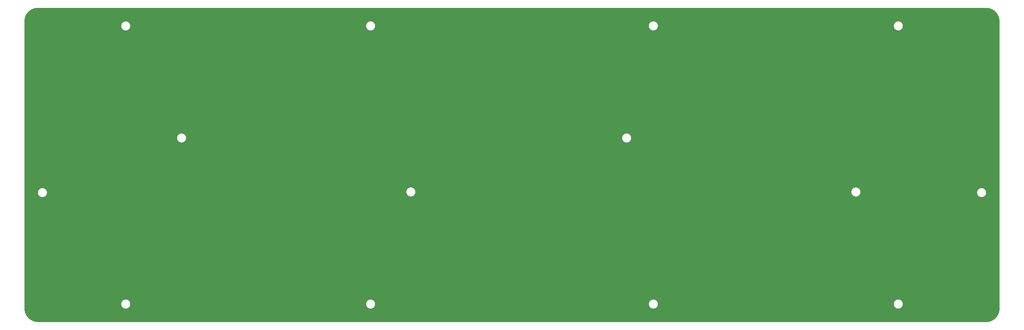
<source format=gbr>
%TF.GenerationSoftware,KiCad,Pcbnew,(6.0.5)*%
%TF.CreationDate,2022-06-26T21:12:03+09:00*%
%TF.ProjectId,sandwitch,73616e64-7769-4746-9368-2e6b69636164,rev?*%
%TF.SameCoordinates,Original*%
%TF.FileFunction,Copper,L2,Bot*%
%TF.FilePolarity,Positive*%
%FSLAX46Y46*%
G04 Gerber Fmt 4.6, Leading zero omitted, Abs format (unit mm)*
G04 Created by KiCad (PCBNEW (6.0.5)) date 2022-06-26 21:12:03*
%MOMM*%
%LPD*%
G01*
G04 APERTURE LIST*
G04 APERTURE END LIST*
%TA.AperFunction,NonConductor*%
G36*
X466843134Y-165450827D02*
G01*
X466847373Y-165451487D01*
X466866566Y-165451487D01*
X466875147Y-165451819D01*
X466879386Y-165452479D01*
X466899379Y-165452479D01*
X466908098Y-165452816D01*
X466912406Y-165453487D01*
X466931362Y-165453487D01*
X466940081Y-165453824D01*
X466944389Y-165454495D01*
X466964589Y-165454495D01*
X466973170Y-165454827D01*
X466977409Y-165455487D01*
X466996602Y-165455487D01*
X467005183Y-165455819D01*
X467009422Y-165456479D01*
X467019681Y-165456479D01*
X467032706Y-165457487D01*
X467032715Y-165457370D01*
X467037567Y-165457745D01*
X467042381Y-165458495D01*
X467051901Y-165458495D01*
X467064720Y-165459487D01*
X467064730Y-165459355D01*
X467069591Y-165459731D01*
X467074394Y-165460479D01*
X467083676Y-165460479D01*
X467096701Y-165461487D01*
X467096710Y-165461370D01*
X467101562Y-165461745D01*
X467106376Y-165462495D01*
X467116903Y-165462495D01*
X467129722Y-165463487D01*
X467129732Y-165463355D01*
X467134593Y-165463731D01*
X467139396Y-165464479D01*
X467144258Y-165464479D01*
X467149117Y-165464855D01*
X467149106Y-165465003D01*
X467161723Y-165465979D01*
X467164970Y-165466484D01*
X467171409Y-165467487D01*
X467176284Y-165467487D01*
X467181129Y-165467862D01*
X467181123Y-165467938D01*
X467194682Y-165468987D01*
X467199561Y-165469747D01*
X467199566Y-165469747D01*
X467204368Y-165470495D01*
X467213952Y-165470495D01*
X467226774Y-165471487D01*
X467226784Y-165471355D01*
X467231632Y-165471730D01*
X467236442Y-165472479D01*
X467241307Y-165472479D01*
X467246165Y-165472855D01*
X467246143Y-165473134D01*
X467254630Y-165473847D01*
X467254632Y-165473823D01*
X467258091Y-165474137D01*
X467258113Y-165474140D01*
X467258204Y-165474148D01*
X467259482Y-165474264D01*
X467260462Y-165474430D01*
X467261864Y-165474602D01*
X467263608Y-165474737D01*
X467268424Y-165475487D01*
X467271700Y-165475487D01*
X467272933Y-165475955D01*
X467272975Y-165475489D01*
X467273271Y-165475516D01*
X467281230Y-165476496D01*
X467300437Y-165479487D01*
X467305312Y-165479487D01*
X467310157Y-165479862D01*
X467310152Y-165479930D01*
X467323821Y-165480988D01*
X467333396Y-165482479D01*
X467337519Y-165482479D01*
X467345695Y-165483431D01*
X467360569Y-165485747D01*
X467360581Y-165485748D01*
X467365379Y-165486495D01*
X467369585Y-165486495D01*
X467377948Y-165487468D01*
X467392586Y-165489747D01*
X467392590Y-165489747D01*
X467397392Y-165490495D01*
X467401577Y-165490495D01*
X467409900Y-165491463D01*
X467417319Y-165492618D01*
X467429374Y-165494495D01*
X467429672Y-165494495D01*
X467431653Y-165494773D01*
X467431668Y-165494653D01*
X467460176Y-165498216D01*
X467463932Y-165498743D01*
X467489597Y-165502739D01*
X467489608Y-165502740D01*
X467494407Y-165503487D01*
X467498464Y-165503487D01*
X467506522Y-165504424D01*
X467511676Y-165505227D01*
X467511797Y-165505255D01*
X467511842Y-165505276D01*
X467511989Y-165505299D01*
X467511998Y-165505301D01*
X467537137Y-165509216D01*
X467541701Y-165510263D01*
X467543825Y-165511260D01*
X467550737Y-165512336D01*
X467550740Y-165512337D01*
X467562102Y-165514106D01*
X467568964Y-165515174D01*
X467573655Y-165516251D01*
X467575838Y-165517276D01*
X467582927Y-165518380D01*
X467582932Y-165518381D01*
X467593704Y-165520058D01*
X467607742Y-165522244D01*
X467607793Y-165522256D01*
X467607820Y-165522268D01*
X467621981Y-165524473D01*
X467633071Y-165526200D01*
X467637682Y-165527258D01*
X467639833Y-165528268D01*
X467646821Y-165529356D01*
X467658402Y-165531159D01*
X467667555Y-165533260D01*
X467671815Y-165535260D01*
X467696552Y-165539112D01*
X467696951Y-165539174D01*
X467701645Y-165540251D01*
X467703828Y-165541276D01*
X467710927Y-165542381D01*
X467710938Y-165542384D01*
X467722464Y-165544179D01*
X467731593Y-165546274D01*
X467735841Y-165548268D01*
X467747395Y-165550067D01*
X467752365Y-165550841D01*
X467762224Y-165553104D01*
X467766817Y-165555260D01*
X467785257Y-165558131D01*
X467785277Y-165558134D01*
X467794506Y-165560252D01*
X467798799Y-165562268D01*
X467810352Y-165564067D01*
X467817326Y-165565153D01*
X467826528Y-165567265D01*
X467830812Y-165569276D01*
X467839680Y-165570657D01*
X467839684Y-165570658D01*
X467847451Y-165571867D01*
X467857275Y-165574121D01*
X467861848Y-165576268D01*
X467873576Y-165578094D01*
X467887358Y-165581258D01*
X467893770Y-165584268D01*
X467902631Y-165585648D01*
X467902638Y-165585650D01*
X467903700Y-165585815D01*
X467918101Y-165589120D01*
X467924806Y-165592268D01*
X467936724Y-165594123D01*
X467950436Y-165597271D01*
X467956819Y-165600268D01*
X467966447Y-165601767D01*
X467966618Y-165601794D01*
X467981068Y-165605110D01*
X467987794Y-165608268D01*
X467996657Y-165609648D01*
X467996664Y-165609650D01*
X467999711Y-165610124D01*
X468013426Y-165613272D01*
X468019807Y-165616268D01*
X468028673Y-165617649D01*
X468034149Y-165619323D01*
X468040472Y-165620774D01*
X468042717Y-165621460D01*
X468050844Y-165625276D01*
X468059711Y-165626657D01*
X468059715Y-165626658D01*
X468060643Y-165626802D01*
X468075093Y-165630118D01*
X468081819Y-165633276D01*
X468090685Y-165634656D01*
X468096189Y-165636339D01*
X468102464Y-165637779D01*
X468104669Y-165638453D01*
X468112794Y-165642268D01*
X468121660Y-165643649D01*
X468126721Y-165645196D01*
X468129493Y-165646264D01*
X468136649Y-165648452D01*
X468144777Y-165652268D01*
X468153650Y-165653650D01*
X468159129Y-165655325D01*
X468165429Y-165656771D01*
X468167687Y-165657461D01*
X468175813Y-165661276D01*
X468184685Y-165662658D01*
X468190175Y-165664336D01*
X468196447Y-165665775D01*
X468198659Y-165666451D01*
X468206789Y-165670268D01*
X468215665Y-165671650D01*
X468218073Y-165672386D01*
X468224380Y-165674817D01*
X468229727Y-165676452D01*
X468237855Y-165680268D01*
X468246729Y-165681650D01*
X468248886Y-165682309D01*
X468255535Y-165684872D01*
X468260705Y-165686453D01*
X468268831Y-165690268D01*
X468277480Y-165691615D01*
X468287459Y-165695460D01*
X468290700Y-165696451D01*
X468298830Y-165700268D01*
X468307703Y-165701649D01*
X468309860Y-165702309D01*
X468316514Y-165704874D01*
X468321680Y-165706453D01*
X468329805Y-165710268D01*
X468337289Y-165711433D01*
X468351386Y-165716866D01*
X468360780Y-165721276D01*
X468369652Y-165722658D01*
X468372083Y-165723401D01*
X468378304Y-165725798D01*
X468383691Y-165727445D01*
X468391817Y-165731260D01*
X468398298Y-165732269D01*
X468410517Y-165736978D01*
X468413658Y-165738453D01*
X468413663Y-165738454D01*
X468421785Y-165742268D01*
X468429329Y-165743443D01*
X468443543Y-165748920D01*
X468444694Y-165749461D01*
X468444698Y-165749462D01*
X468452821Y-165753276D01*
X468457234Y-165753963D01*
X468465551Y-165757168D01*
X468474689Y-165761459D01*
X468474693Y-165761460D01*
X468482820Y-165765276D01*
X468490371Y-165766452D01*
X468504585Y-165771930D01*
X468505696Y-165772452D01*
X468505703Y-165772454D01*
X468513826Y-165776268D01*
X468518241Y-165776955D01*
X468526548Y-165780156D01*
X468543825Y-165788268D01*
X468550405Y-165789293D01*
X468562788Y-165794065D01*
X468573854Y-165799260D01*
X468578207Y-165799938D01*
X468586408Y-165803098D01*
X468603792Y-165811260D01*
X468609237Y-165812108D01*
X468619490Y-165816059D01*
X468628687Y-165820377D01*
X468628690Y-165820378D01*
X468634828Y-165823260D01*
X468637079Y-165823611D01*
X468641300Y-165825237D01*
X468664796Y-165836268D01*
X468669209Y-165836955D01*
X468677524Y-165840159D01*
X468694795Y-165848268D01*
X468696075Y-165848468D01*
X468698476Y-165849393D01*
X468700591Y-165850386D01*
X468723787Y-165861276D01*
X468726131Y-165861641D01*
X468730546Y-165863342D01*
X468753815Y-165874267D01*
X468752964Y-165876080D01*
X468755331Y-165877639D01*
X468756605Y-165874703D01*
X468761015Y-165876617D01*
X468764397Y-165878144D01*
X468775250Y-165883239D01*
X468783815Y-165887260D01*
X468784628Y-165887386D01*
X468788517Y-165888909D01*
X468804797Y-165896771D01*
X468806777Y-165897400D01*
X468808480Y-165898137D01*
X468842836Y-165914268D01*
X468843541Y-165914378D01*
X468844835Y-165914876D01*
X468850775Y-165917665D01*
X468855776Y-165920463D01*
X468857929Y-165922365D01*
X468865672Y-165926000D01*
X468885070Y-165935108D01*
X468886404Y-165935855D01*
X468886982Y-165936365D01*
X468889064Y-165937343D01*
X468889065Y-165937343D01*
X468908519Y-165946477D01*
X468913731Y-165949393D01*
X468915973Y-165951373D01*
X468924045Y-165955163D01*
X468924049Y-165955165D01*
X468937600Y-165961527D01*
X468942748Y-165964407D01*
X468944965Y-165966365D01*
X468963063Y-165974862D01*
X468969972Y-165978728D01*
X468972950Y-165981357D01*
X468987648Y-165988257D01*
X468994701Y-165991569D01*
X468999805Y-165994424D01*
X469002002Y-165996365D01*
X469019725Y-166004686D01*
X469023540Y-166006477D01*
X469028752Y-166009393D01*
X469030994Y-166011373D01*
X469039066Y-166015163D01*
X469039068Y-166015164D01*
X469043603Y-166017293D01*
X469054330Y-166023294D01*
X469058948Y-166027373D01*
X469067073Y-166031188D01*
X469067075Y-166031189D01*
X469071880Y-166033445D01*
X469082446Y-166039356D01*
X469086994Y-166043373D01*
X469095118Y-166047187D01*
X469108621Y-166053527D01*
X469113769Y-166056407D01*
X469115986Y-166058365D01*
X469123959Y-166062108D01*
X469124246Y-166062269D01*
X469124927Y-166062716D01*
X469137702Y-166069864D01*
X469143940Y-166075373D01*
X469156868Y-166081443D01*
X469167435Y-166087355D01*
X469171985Y-166091373D01*
X469184603Y-166097297D01*
X469195322Y-166103294D01*
X469199940Y-166107373D01*
X469208068Y-166111189D01*
X469208520Y-166111486D01*
X469221841Y-166118938D01*
X469227985Y-166124365D01*
X469236111Y-166128180D01*
X469236861Y-166128673D01*
X469249727Y-166135871D01*
X469255939Y-166141357D01*
X469264063Y-166145171D01*
X469267951Y-166147725D01*
X469275483Y-166151939D01*
X469276217Y-166152421D01*
X469282947Y-166158365D01*
X469291077Y-166162182D01*
X469291608Y-166162531D01*
X469304827Y-166169928D01*
X469310993Y-166175373D01*
X469319111Y-166179184D01*
X469319856Y-166179674D01*
X469332737Y-166186881D01*
X469338947Y-166192365D01*
X469347069Y-166196179D01*
X469350876Y-166198679D01*
X469358569Y-166202983D01*
X469359227Y-166203415D01*
X469365955Y-166209357D01*
X469374081Y-166213172D01*
X469377514Y-166215427D01*
X469380094Y-166217398D01*
X469386239Y-166221434D01*
X469392963Y-166227373D01*
X469401085Y-166231186D01*
X469404665Y-166233538D01*
X469406941Y-166235276D01*
X469413245Y-166239417D01*
X469419971Y-166245357D01*
X469428095Y-166249171D01*
X469431528Y-166251426D01*
X469434104Y-166253394D01*
X469440254Y-166257434D01*
X469446979Y-166263373D01*
X469455101Y-166267186D01*
X469458681Y-166269538D01*
X469460951Y-166271271D01*
X469467257Y-166275413D01*
X469473987Y-166281357D01*
X469482114Y-166285172D01*
X469485307Y-166287270D01*
X469488253Y-166289520D01*
X469494205Y-166293430D01*
X469500934Y-166299373D01*
X469508742Y-166303039D01*
X469519876Y-166311545D01*
X469521217Y-166312426D01*
X469527942Y-166318365D01*
X469536068Y-166322180D01*
X469539578Y-166324486D01*
X469541997Y-166326334D01*
X469548221Y-166330423D01*
X469554950Y-166336365D01*
X469561302Y-166339347D01*
X469572420Y-166347840D01*
X469574217Y-166349427D01*
X469574222Y-166349430D01*
X469580951Y-166355373D01*
X469587373Y-166358388D01*
X469598621Y-166366980D01*
X469606983Y-166374365D01*
X469614791Y-166378031D01*
X469625931Y-166386541D01*
X469627266Y-166387418D01*
X469633991Y-166393357D01*
X469640342Y-166396339D01*
X469651468Y-166404837D01*
X469659992Y-166412365D01*
X469664707Y-166414579D01*
X469672965Y-166420886D01*
X469685962Y-166432365D01*
X469692274Y-166435328D01*
X469703314Y-166443761D01*
X469711933Y-166451373D01*
X469716777Y-166453647D01*
X469725264Y-166460130D01*
X469731267Y-166465432D01*
X469731272Y-166465435D01*
X469737995Y-166471373D01*
X469741280Y-166472915D01*
X469747039Y-166477315D01*
X469756226Y-166485429D01*
X469756232Y-166485433D01*
X469762958Y-166491373D01*
X469767674Y-166493587D01*
X469775937Y-166499899D01*
X469782199Y-166505430D01*
X469782202Y-166505432D01*
X469788929Y-166511373D01*
X469792303Y-166512957D01*
X469798212Y-166517471D01*
X469809559Y-166527493D01*
X469809565Y-166527498D01*
X469813953Y-166531373D01*
X469815734Y-166532209D01*
X469818855Y-166534593D01*
X469838978Y-166552365D01*
X469843736Y-166554599D01*
X469852067Y-166560963D01*
X469860796Y-166568671D01*
X469864979Y-166572365D01*
X469866673Y-166573161D01*
X469869638Y-166575426D01*
X469889942Y-166593357D01*
X469890314Y-166593532D01*
X469890956Y-166594023D01*
X469913990Y-166614365D01*
X469915660Y-166615149D01*
X469918577Y-166617378D01*
X469938953Y-166635373D01*
X469940734Y-166636209D01*
X469943860Y-166638597D01*
X469950481Y-166644445D01*
X469951403Y-166645384D01*
X469951757Y-166645945D01*
X469953238Y-166647253D01*
X469953244Y-166647259D01*
X469973072Y-166664770D01*
X469975028Y-166666762D01*
X469975774Y-166667945D01*
X469996972Y-166686666D01*
X469998988Y-166688719D01*
X469999761Y-166689945D01*
X470002994Y-166692800D01*
X470020953Y-166708661D01*
X470022976Y-166710721D01*
X470023748Y-166711945D01*
X470029275Y-166716826D01*
X470041130Y-166727296D01*
X470045225Y-166731467D01*
X470046789Y-166733945D01*
X470058805Y-166744557D01*
X470064703Y-166749766D01*
X470069119Y-166754264D01*
X470070806Y-166756937D01*
X470077533Y-166762878D01*
X470087893Y-166772028D01*
X470092156Y-166776370D01*
X470093786Y-166778953D01*
X470107780Y-166791312D01*
X470114324Y-166797977D01*
X470116827Y-166801945D01*
X470128848Y-166812561D01*
X470130560Y-166814073D01*
X470137252Y-166820889D01*
X470139806Y-166824937D01*
X470146535Y-166830880D01*
X470146536Y-166830881D01*
X470153491Y-166837024D01*
X470160219Y-166843876D01*
X470162786Y-166847945D01*
X470169509Y-166853883D01*
X470169512Y-166853886D01*
X470176592Y-166860139D01*
X470183254Y-166866924D01*
X470185796Y-166870953D01*
X470192517Y-166876889D01*
X470192519Y-166876891D01*
X470199533Y-166883085D01*
X470206223Y-166889899D01*
X470208776Y-166893945D01*
X470215506Y-166899889D01*
X470215724Y-166900145D01*
X470226510Y-166911130D01*
X470230810Y-166917945D01*
X470240618Y-166926607D01*
X470249442Y-166935594D01*
X470252813Y-166940937D01*
X470263101Y-166950023D01*
X470272285Y-166959377D01*
X470275793Y-166964937D01*
X470282526Y-166970883D01*
X470282740Y-166971135D01*
X470293526Y-166982122D01*
X470297826Y-166988937D01*
X470304553Y-166994877D01*
X470308490Y-166999504D01*
X470312552Y-167003641D01*
X470314002Y-167005344D01*
X470318792Y-167012937D01*
X470325521Y-167018880D01*
X470325744Y-167019142D01*
X470336528Y-167030125D01*
X470340826Y-167036937D01*
X470347553Y-167042878D01*
X470348089Y-167043508D01*
X470358393Y-167054002D01*
X470362768Y-167060937D01*
X470369496Y-167066879D01*
X470372334Y-167070214D01*
X470374157Y-167072693D01*
X470378972Y-167078350D01*
X470383764Y-167085945D01*
X470390496Y-167091890D01*
X470394324Y-167096388D01*
X470398608Y-167100752D01*
X470399969Y-167102351D01*
X470404760Y-167109945D01*
X470411493Y-167115891D01*
X470414814Y-167119793D01*
X470420205Y-167125283D01*
X470421972Y-167127360D01*
X470426763Y-167134953D01*
X470433492Y-167140896D01*
X470436370Y-167144278D01*
X470438109Y-167146643D01*
X470442970Y-167152354D01*
X470447759Y-167159945D01*
X470454183Y-167165619D01*
X470461455Y-167175509D01*
X470463022Y-167177350D01*
X470467809Y-167184937D01*
X470474530Y-167190874D01*
X470477260Y-167194081D01*
X470479276Y-167196822D01*
X470483987Y-167202358D01*
X470488775Y-167209945D01*
X470495501Y-167215886D01*
X470498339Y-167219220D01*
X470500165Y-167221703D01*
X470504981Y-167227362D01*
X470509771Y-167234953D01*
X470516196Y-167240628D01*
X470523466Y-167250516D01*
X470525034Y-167252358D01*
X470529821Y-167259945D01*
X470535151Y-167264653D01*
X470543557Y-167276084D01*
X470549779Y-167285945D01*
X470556145Y-167291567D01*
X470563589Y-167301692D01*
X470565007Y-167303359D01*
X470569799Y-167310953D01*
X470575194Y-167315718D01*
X470583692Y-167327275D01*
X470589788Y-167336937D01*
X470596152Y-167342557D01*
X470603594Y-167352680D01*
X470605015Y-167354349D01*
X470609807Y-167361945D01*
X470613722Y-167365403D01*
X470619887Y-167373788D01*
X470623933Y-167380200D01*
X470628820Y-167387945D01*
X470634151Y-167392653D01*
X470642558Y-167404088D01*
X470643984Y-167406349D01*
X470643988Y-167406354D01*
X470648778Y-167413945D01*
X470651753Y-167416573D01*
X470656441Y-167422949D01*
X470667791Y-167440937D01*
X470671689Y-167444380D01*
X470677831Y-167452733D01*
X470686803Y-167466953D01*
X470690732Y-167470423D01*
X470696926Y-167478848D01*
X470701024Y-167485343D01*
X470701026Y-167485346D01*
X470705816Y-167492937D01*
X470708776Y-167495551D01*
X470713432Y-167501883D01*
X470724828Y-167519945D01*
X470727184Y-167522025D01*
X470730900Y-167527080D01*
X470732248Y-167529216D01*
X470742803Y-167545945D01*
X470745780Y-167548574D01*
X470750464Y-167554945D01*
X470761816Y-167572937D01*
X470763216Y-167574174D01*
X470765422Y-167577174D01*
X470776812Y-167595226D01*
X470776816Y-167595231D01*
X470779790Y-167599945D01*
X470781191Y-167601183D01*
X470783404Y-167604193D01*
X470797765Y-167626953D01*
X470799228Y-167628246D01*
X470801537Y-167631385D01*
X470802735Y-167633284D01*
X470815772Y-167653947D01*
X470813613Y-167655309D01*
X470814287Y-167656821D01*
X470816992Y-167655025D01*
X470823715Y-167665148D01*
X470824060Y-167665711D01*
X470824370Y-167666377D01*
X470825527Y-167668106D01*
X470827799Y-167671502D01*
X470829634Y-167674326D01*
X470833804Y-167680934D01*
X470833713Y-167680992D01*
X470835224Y-167683084D01*
X470844547Y-167698413D01*
X470846563Y-167700863D01*
X470848485Y-167703731D01*
X470855537Y-167714908D01*
X470858254Y-167719981D01*
X470859048Y-167722758D01*
X470863641Y-167730038D01*
X470863645Y-167730045D01*
X470874526Y-167747291D01*
X470875726Y-167749531D01*
X470876077Y-167750758D01*
X470888093Y-167769803D01*
X470891192Y-167775587D01*
X470892098Y-167778758D01*
X470899959Y-167791216D01*
X470907262Y-167802791D01*
X470908635Y-167805354D01*
X470909036Y-167806758D01*
X470921050Y-167825799D01*
X470924151Y-167831589D01*
X470925057Y-167834758D01*
X470929847Y-167842349D01*
X470929849Y-167842354D01*
X470935420Y-167851183D01*
X470939779Y-167859321D01*
X470941049Y-167863766D01*
X470945838Y-167871356D01*
X470945841Y-167871363D01*
X470949708Y-167877492D01*
X470954653Y-167886724D01*
X470956094Y-167891766D01*
X470960882Y-167899355D01*
X470960883Y-167899357D01*
X470966479Y-167908227D01*
X470970819Y-167916330D01*
X470972085Y-167920758D01*
X470976872Y-167928345D01*
X470980536Y-167934152D01*
X470985594Y-167943596D01*
X470987069Y-167948758D01*
X470991857Y-167956347D01*
X470991859Y-167956351D01*
X470997456Y-167965222D01*
X471001794Y-167973321D01*
X471003060Y-167977750D01*
X471007847Y-167985338D01*
X471007848Y-167985339D01*
X471009960Y-167988686D01*
X471016219Y-168000371D01*
X471018044Y-168006758D01*
X471023136Y-168014828D01*
X471030038Y-168027714D01*
X471032052Y-168034758D01*
X471036840Y-168042346D01*
X471036843Y-168042354D01*
X471039164Y-168046032D01*
X471045305Y-168057496D01*
X471047097Y-168063766D01*
X471054025Y-168074747D01*
X471060260Y-168086388D01*
X471062081Y-168092758D01*
X471066871Y-168100350D01*
X471068987Y-168105081D01*
X471072554Y-168111742D01*
X471073623Y-168114133D01*
X471076089Y-168122758D01*
X471080877Y-168130347D01*
X471081993Y-168132841D01*
X471087639Y-168143383D01*
X471090035Y-168151766D01*
X471094820Y-168159349D01*
X471095754Y-168161438D01*
X471101687Y-168172513D01*
X471104043Y-168180758D01*
X471108832Y-168188348D01*
X471110867Y-168192898D01*
X471114623Y-168199911D01*
X471115613Y-168202125D01*
X471118081Y-168210758D01*
X471122870Y-168218347D01*
X471123824Y-168220481D01*
X471129726Y-168231497D01*
X471132089Y-168239766D01*
X471136882Y-168247363D01*
X471138225Y-168250364D01*
X471140042Y-168255350D01*
X471142622Y-168261118D01*
X471145089Y-168269750D01*
X471149879Y-168277342D01*
X471151919Y-168281903D01*
X471151944Y-168281971D01*
X471155591Y-168290125D01*
X471158059Y-168298758D01*
X471162849Y-168306350D01*
X471164186Y-168309338D01*
X471166028Y-168314391D01*
X471168593Y-168320125D01*
X471171060Y-168328758D01*
X471175850Y-168336349D01*
X471177185Y-168339334D01*
X471179030Y-168344396D01*
X471181593Y-168350125D01*
X471184060Y-168358758D01*
X471188852Y-168366352D01*
X471190187Y-168369337D01*
X471192030Y-168374394D01*
X471194594Y-168380126D01*
X471197061Y-168388758D01*
X471201250Y-168395396D01*
X471206609Y-168410101D01*
X471206614Y-168410119D01*
X471206617Y-168410126D01*
X471209084Y-168418758D01*
X471213876Y-168426352D01*
X471215211Y-168429337D01*
X471217057Y-168434401D01*
X471219618Y-168440127D01*
X471222085Y-168448758D01*
X471226201Y-168455282D01*
X471231471Y-168469740D01*
X471234048Y-168478758D01*
X471238237Y-168485397D01*
X471243602Y-168500117D01*
X471243604Y-168500125D01*
X471243606Y-168500130D01*
X471246072Y-168508758D01*
X471250188Y-168515282D01*
X471255458Y-168529740D01*
X471258035Y-168538758D01*
X471260656Y-168542912D01*
X471264013Y-168552122D01*
X471269051Y-168569750D01*
X471273235Y-168576381D01*
X471278593Y-168591083D01*
X471281075Y-168599766D01*
X471283696Y-168603920D01*
X471287053Y-168613131D01*
X471289623Y-168622122D01*
X471289625Y-168622126D01*
X471292092Y-168630758D01*
X471294948Y-168635284D01*
X471298605Y-168645320D01*
X471300551Y-168652130D01*
X471300554Y-168652136D01*
X471303018Y-168660758D01*
X471305633Y-168664902D01*
X471308982Y-168674091D01*
X471314034Y-168691766D01*
X471315822Y-168694599D01*
X471318107Y-168700869D01*
X471324075Y-168721750D01*
X471326693Y-168725900D01*
X471330041Y-168735085D01*
X471335092Y-168752758D01*
X471336447Y-168754905D01*
X471338183Y-168759668D01*
X471342978Y-168776445D01*
X471342981Y-168776454D01*
X471345071Y-168783766D01*
X471346433Y-168785924D01*
X471348177Y-168790710D01*
X471348324Y-168791223D01*
X471355050Y-168814758D01*
X471356450Y-168816976D01*
X471358241Y-168821891D01*
X471365060Y-168845750D01*
X471366491Y-168848017D01*
X471368321Y-168853039D01*
X471375100Y-168876758D01*
X471375197Y-168876911D01*
X471375322Y-168877255D01*
X471384042Y-168907766D01*
X471385441Y-168909984D01*
X471387224Y-168914875D01*
X471388358Y-168918841D01*
X471389038Y-168922073D01*
X471389028Y-168923716D01*
X471390374Y-168928425D01*
X471396231Y-168948917D01*
X471397036Y-168952745D01*
X471397024Y-168954708D01*
X471406463Y-168987734D01*
X471406608Y-168988322D01*
X471406728Y-168989244D01*
X471407438Y-168991681D01*
X471407441Y-168991692D01*
X471412954Y-169010605D01*
X471409166Y-169011709D01*
X471412116Y-169018254D01*
X471414053Y-169017700D01*
X471419258Y-169035912D01*
X471421038Y-169044374D01*
X471421011Y-169048708D01*
X471427950Y-169072987D01*
X471429022Y-169078086D01*
X471429006Y-169080708D01*
X471433241Y-169095523D01*
X471434127Y-169098624D01*
X471436085Y-169107938D01*
X471436056Y-169112708D01*
X471441360Y-169131266D01*
X471443253Y-169137891D01*
X471444063Y-169141742D01*
X471444051Y-169143717D01*
X471449058Y-169161235D01*
X471451070Y-169170807D01*
X471451040Y-169175717D01*
X471453506Y-169184345D01*
X471454169Y-169186665D01*
X471457096Y-169200586D01*
X471457052Y-169207716D01*
X471460864Y-169221054D01*
X471462320Y-169226148D01*
X471464066Y-169234451D01*
X471464040Y-169238708D01*
X471466506Y-169247335D01*
X471466506Y-169247336D01*
X471469101Y-169256414D01*
X471471089Y-169265868D01*
X471471059Y-169270708D01*
X471473525Y-169279335D01*
X471474069Y-169281238D01*
X471477055Y-169295438D01*
X471477010Y-169302708D01*
X471479476Y-169311335D01*
X471479476Y-169311337D01*
X471480137Y-169313649D01*
X471483066Y-169327579D01*
X471483022Y-169334709D01*
X471485488Y-169343336D01*
X471486209Y-169345859D01*
X471489108Y-169359649D01*
X471489065Y-169366709D01*
X471491531Y-169375337D01*
X471492188Y-169380135D01*
X471493883Y-169388197D01*
X471494094Y-169389734D01*
X471494039Y-169398709D01*
X471496506Y-169407339D01*
X471496506Y-169407342D01*
X471497166Y-169409651D01*
X471500095Y-169423577D01*
X471500051Y-169430709D01*
X471502518Y-169439342D01*
X471503147Y-169443931D01*
X471504930Y-169452408D01*
X471505111Y-169453730D01*
X471505056Y-169462708D01*
X471507522Y-169471339D01*
X471508181Y-169476147D01*
X471509873Y-169484193D01*
X471510085Y-169485737D01*
X471510030Y-169494708D01*
X471512496Y-169503337D01*
X471513125Y-169507924D01*
X471514908Y-169516402D01*
X471515090Y-169517731D01*
X471515035Y-169526708D01*
X471517503Y-169535343D01*
X471518133Y-169539941D01*
X471519913Y-169548406D01*
X471520095Y-169549735D01*
X471520040Y-169558708D01*
X471522506Y-169567337D01*
X471522925Y-169570394D01*
X471523373Y-169577269D01*
X471524123Y-169582742D01*
X471524068Y-169591717D01*
X471526535Y-169600349D01*
X471526890Y-169602942D01*
X471527267Y-169608727D01*
X471528091Y-169614740D01*
X471528036Y-169623717D01*
X471530503Y-169632348D01*
X471530915Y-169635357D01*
X471531238Y-169640315D01*
X471532119Y-169646744D01*
X471532064Y-169655717D01*
X471534530Y-169664346D01*
X471534885Y-169666937D01*
X471535262Y-169672730D01*
X471536086Y-169678741D01*
X471536031Y-169687716D01*
X471538498Y-169696348D01*
X471538911Y-169699363D01*
X471539233Y-169704305D01*
X471540115Y-169710741D01*
X471540060Y-169719716D01*
X471542156Y-169727050D01*
X471543145Y-169742234D01*
X471543081Y-169752709D01*
X471545547Y-169761338D01*
X471545902Y-169763929D01*
X471546279Y-169769718D01*
X471547103Y-169775730D01*
X471547048Y-169784708D01*
X471549121Y-169791961D01*
X471550099Y-169806978D01*
X471550039Y-169816708D01*
X471552135Y-169824042D01*
X471553124Y-169839225D01*
X471553060Y-169849701D01*
X471554478Y-169854663D01*
X471555147Y-169864930D01*
X471555044Y-169881717D01*
X471557116Y-169888966D01*
X471558094Y-169903974D01*
X471558034Y-169913700D01*
X471559455Y-169918672D01*
X471560126Y-169928968D01*
X471560105Y-169932459D01*
X471560018Y-169946709D01*
X471561436Y-169951669D01*
X471562105Y-169961935D01*
X471562002Y-169978709D01*
X471563463Y-169983820D01*
X471564152Y-169994402D01*
X471564046Y-170011717D01*
X471565464Y-170016677D01*
X471566133Y-170026942D01*
X471566030Y-170043717D01*
X471566832Y-170046523D01*
X471567211Y-170052339D01*
X471567068Y-170075717D01*
X471568489Y-170080689D01*
X471569159Y-170090981D01*
X471569134Y-170095082D01*
X471569051Y-170108709D01*
X471569793Y-170111306D01*
X471570144Y-170116685D01*
X471570055Y-170131266D01*
X471569997Y-170140709D01*
X471570803Y-170143529D01*
X471571184Y-170149371D01*
X471571093Y-170164274D01*
X471571035Y-170173701D01*
X471571162Y-170174147D01*
X471571222Y-170175063D01*
X471571035Y-170205701D01*
X471571841Y-170208522D01*
X471572222Y-170214366D01*
X471572073Y-170238709D01*
X471572200Y-170239155D01*
X471572260Y-170240071D01*
X471572073Y-170270708D01*
X471572204Y-170271168D01*
X471572266Y-170272114D01*
X471572073Y-170303716D01*
X471572457Y-170305059D01*
X471572549Y-170306407D01*
X471572549Y-271711342D01*
X471572547Y-271712110D01*
X471572383Y-271739006D01*
X471572223Y-271741074D01*
X471571925Y-271742071D01*
X471571906Y-271745165D01*
X471571906Y-271745166D01*
X471571715Y-271776502D01*
X471571682Y-271777294D01*
X471571511Y-271778391D01*
X471571511Y-271802131D01*
X471571230Y-271805920D01*
X471570887Y-271807066D01*
X471570829Y-271816570D01*
X471570723Y-271833832D01*
X471570450Y-271837361D01*
X471569941Y-271839064D01*
X471569909Y-271844358D01*
X471569816Y-271859623D01*
X471569167Y-271868013D01*
X471567958Y-271872053D01*
X471567903Y-271881033D01*
X471567903Y-271881034D01*
X471567798Y-271898184D01*
X471567491Y-271902147D01*
X471566920Y-271904058D01*
X471566801Y-271923579D01*
X471566149Y-271932001D01*
X471564936Y-271936056D01*
X471564881Y-271945028D01*
X471564881Y-271945030D01*
X471564813Y-271956195D01*
X471564142Y-271964867D01*
X471562892Y-271969046D01*
X471562837Y-271978021D01*
X471562837Y-271978023D01*
X471562773Y-271988572D01*
X471562121Y-271996996D01*
X471560908Y-272001051D01*
X471560853Y-272010026D01*
X471560782Y-272021639D01*
X471560133Y-272030027D01*
X471558924Y-272034071D01*
X471558869Y-272043043D01*
X471558869Y-272043045D01*
X471558848Y-272046580D01*
X471557829Y-272059739D01*
X471555934Y-272066076D01*
X471555879Y-272075050D01*
X471555879Y-272075052D01*
X471555815Y-272085595D01*
X471555163Y-272094020D01*
X471553950Y-272098074D01*
X471553895Y-272107049D01*
X471553868Y-272111401D01*
X471552841Y-272124668D01*
X471550929Y-272131063D01*
X471550874Y-272140036D01*
X471550874Y-272140038D01*
X471550853Y-272143555D01*
X471549833Y-272156723D01*
X471547938Y-272163061D01*
X471547883Y-272172029D01*
X471547398Y-272175274D01*
X471546528Y-272186515D01*
X471543971Y-272195066D01*
X471543916Y-272204039D01*
X471543916Y-272204040D01*
X471543889Y-272208392D01*
X471542861Y-272221665D01*
X471540950Y-272228056D01*
X471540895Y-272237024D01*
X471540345Y-272240704D01*
X471539536Y-272251160D01*
X471539492Y-272251458D01*
X471536921Y-272260054D01*
X471536866Y-272269024D01*
X471536381Y-272272270D01*
X471535511Y-272283508D01*
X471532954Y-272292059D01*
X471532899Y-272301032D01*
X471532351Y-272304699D01*
X471531540Y-272315177D01*
X471531499Y-272315454D01*
X471528926Y-272324057D01*
X471528871Y-272333036D01*
X471528384Y-272336295D01*
X471527516Y-272347500D01*
X471524958Y-272356054D01*
X471524903Y-272365029D01*
X471524514Y-272367633D01*
X471523537Y-272380244D01*
X471523501Y-272380485D01*
X471520930Y-272389082D01*
X471520875Y-272398056D01*
X471520270Y-272402107D01*
X471519596Y-272405128D01*
X471518497Y-272412480D01*
X471515925Y-272421080D01*
X471515870Y-272430055D01*
X471515264Y-272434111D01*
X471514590Y-272437135D01*
X471513493Y-272444473D01*
X471510920Y-272453077D01*
X471510865Y-272462055D01*
X471510225Y-272466337D01*
X471509649Y-272468917D01*
X471508518Y-272476481D01*
X471505946Y-272485083D01*
X471505891Y-272494059D01*
X471505285Y-272498115D01*
X471504611Y-272501138D01*
X471503514Y-272508476D01*
X471500941Y-272517080D01*
X471500892Y-272525149D01*
X471497561Y-272540080D01*
X471497502Y-272540475D01*
X471494929Y-272549078D01*
X471494874Y-272558056D01*
X471494235Y-272562331D01*
X471493655Y-272564930D01*
X471492525Y-272572489D01*
X471489955Y-272581083D01*
X471489906Y-272589078D01*
X471486509Y-272604309D01*
X471486483Y-272604484D01*
X471483912Y-272613081D01*
X471483863Y-272621147D01*
X471480532Y-272636079D01*
X471480472Y-272636477D01*
X471477900Y-272645079D01*
X471477849Y-272653294D01*
X471474640Y-272667680D01*
X471474519Y-272668489D01*
X471471949Y-272677084D01*
X471471918Y-272682171D01*
X471469707Y-272692082D01*
X471467501Y-272699461D01*
X471464930Y-272708059D01*
X471464894Y-272713910D01*
X471462352Y-272725309D01*
X471460908Y-272730138D01*
X471457942Y-272740057D01*
X471457893Y-272748122D01*
X471454559Y-272763070D01*
X471454501Y-272763459D01*
X471451930Y-272772055D01*
X471451894Y-272777909D01*
X471449351Y-272789312D01*
X471447415Y-272795785D01*
X471447413Y-272795794D01*
X471444941Y-272804060D01*
X471444923Y-272806954D01*
X471443664Y-272812598D01*
X471439518Y-272826462D01*
X471439517Y-272826468D01*
X471436946Y-272835066D01*
X471436911Y-272840781D01*
X471434430Y-272851902D01*
X471429896Y-272867064D01*
X471429874Y-272870636D01*
X471428321Y-272877598D01*
X471424472Y-272890468D01*
X471424471Y-272890476D01*
X471421901Y-272899069D01*
X471421869Y-272904315D01*
X471419588Y-272914542D01*
X471414943Y-272930075D01*
X471414921Y-272933644D01*
X471413371Y-272940591D01*
X471406947Y-272962072D01*
X471406944Y-272962595D01*
X471406718Y-272963607D01*
X471400385Y-272984782D01*
X471400382Y-272984794D01*
X471397914Y-272993048D01*
X471397896Y-272995943D01*
X471396639Y-273001579D01*
X471389918Y-273024054D01*
X471389909Y-273025414D01*
X471389319Y-273028058D01*
X471380946Y-273056059D01*
X471380931Y-273058424D01*
X471379904Y-273063027D01*
X471376686Y-273073790D01*
X471376168Y-273075332D01*
X471375381Y-273077023D01*
X471374067Y-273081579D01*
X471374059Y-273081603D01*
X471368973Y-273099239D01*
X471367877Y-273102181D01*
X471367657Y-273102520D01*
X471367278Y-273103789D01*
X471367276Y-273103793D01*
X471361376Y-273123524D01*
X471360555Y-273126164D01*
X471358721Y-273131838D01*
X471358717Y-273131843D01*
X471355714Y-273130873D01*
X471355400Y-273132823D01*
X471357647Y-273133495D01*
X471349661Y-273160200D01*
X471348538Y-273163168D01*
X471347668Y-273164509D01*
X471346304Y-273169069D01*
X471346302Y-273169075D01*
X471339691Y-273191181D01*
X471338559Y-273194172D01*
X471337689Y-273195515D01*
X471336324Y-273200079D01*
X471336320Y-273200090D01*
X471331615Y-273215823D01*
X471328822Y-273223203D01*
X471326672Y-273226521D01*
X471324101Y-273235117D01*
X471324101Y-273235118D01*
X471319677Y-273249912D01*
X471317956Y-273254461D01*
X471316631Y-273256504D01*
X471314552Y-273263456D01*
X471310549Y-273276840D01*
X471307762Y-273284205D01*
X471305615Y-273287518D01*
X471300242Y-273305484D01*
X471297106Y-273313773D01*
X471294689Y-273317501D01*
X471292118Y-273326100D01*
X471292116Y-273326103D01*
X471288616Y-273337808D01*
X471285824Y-273345187D01*
X471283672Y-273348507D01*
X471280286Y-273359829D01*
X471275409Y-273372719D01*
X471271648Y-273378521D01*
X471268793Y-273388069D01*
X471265575Y-273398829D01*
X471262783Y-273406208D01*
X471260632Y-273409527D01*
X471258060Y-273418127D01*
X471257164Y-273421124D01*
X471252365Y-273433808D01*
X471248669Y-273439510D01*
X471246099Y-273448104D01*
X471246096Y-273448110D01*
X471245303Y-273450763D01*
X471240412Y-273463690D01*
X471236645Y-273469502D01*
X471234073Y-273478101D01*
X471234073Y-273478102D01*
X471233148Y-273481193D01*
X471228366Y-273493832D01*
X471224682Y-273499516D01*
X471222110Y-273508118D01*
X471220672Y-273511229D01*
X471216751Y-273521591D01*
X471216562Y-273521999D01*
X471211681Y-273529530D01*
X471209110Y-273538127D01*
X471209108Y-273538131D01*
X471208321Y-273540764D01*
X471203428Y-273553697D01*
X471199658Y-273559513D01*
X471197086Y-273568113D01*
X471195612Y-273571304D01*
X471191755Y-273581497D01*
X471191537Y-273581968D01*
X471186657Y-273589497D01*
X471184085Y-273598096D01*
X471182654Y-273601194D01*
X471178726Y-273611575D01*
X471178540Y-273611978D01*
X471173657Y-273619511D01*
X471171085Y-273628111D01*
X471169655Y-273631206D01*
X471165723Y-273641598D01*
X471165535Y-273642005D01*
X471160656Y-273649532D01*
X471158085Y-273658128D01*
X471155465Y-273663799D01*
X471153535Y-273668900D01*
X471152569Y-273670991D01*
X471147686Y-273678524D01*
X471145115Y-273687123D01*
X471142932Y-273691846D01*
X471141806Y-273693888D01*
X471138532Y-273700973D01*
X471133648Y-273708508D01*
X471131075Y-273717110D01*
X471128496Y-273722692D01*
X471126503Y-273727958D01*
X471125561Y-273729996D01*
X471120678Y-273737530D01*
X471118106Y-273746132D01*
X471115930Y-273750841D01*
X471114801Y-273752887D01*
X471111525Y-273759977D01*
X471106640Y-273767513D01*
X471104066Y-273776119D01*
X471103412Y-273777535D01*
X471099636Y-273784382D01*
X471097515Y-273788971D01*
X471092632Y-273796505D01*
X471090060Y-273805104D01*
X471089197Y-273806972D01*
X471085894Y-273812962D01*
X471083570Y-273817992D01*
X471078686Y-273825527D01*
X471076114Y-273834127D01*
X471075457Y-273835549D01*
X471071684Y-273842392D01*
X471069562Y-273846983D01*
X471064678Y-273854519D01*
X471062511Y-273861766D01*
X471055222Y-273874982D01*
X471049694Y-273883511D01*
X471047562Y-273890640D01*
X471040394Y-273903638D01*
X471039812Y-273904538D01*
X471034649Y-273912502D01*
X471032076Y-273921106D01*
X471031407Y-273922554D01*
X471027655Y-273929356D01*
X471025522Y-273933972D01*
X471020641Y-273941502D01*
X471018462Y-273948787D01*
X471011139Y-273962066D01*
X471005657Y-273970524D01*
X471004064Y-273975853D01*
X470998703Y-273985574D01*
X470989666Y-273999516D01*
X470987865Y-274005540D01*
X470981811Y-274016517D01*
X470980910Y-274017908D01*
X470974682Y-274027516D01*
X470973088Y-274032847D01*
X470967732Y-274042558D01*
X470958691Y-274056507D01*
X470956925Y-274062413D01*
X470950984Y-274073186D01*
X470943646Y-274084507D01*
X470942418Y-274088614D01*
X470938296Y-274096089D01*
X470927654Y-274112507D01*
X470926077Y-274117779D01*
X470920776Y-274127392D01*
X470915597Y-274135382D01*
X470915592Y-274135390D01*
X470911633Y-274141499D01*
X470910933Y-274143840D01*
X470908579Y-274148108D01*
X470894695Y-274169529D01*
X470893495Y-274173541D01*
X470889464Y-274180850D01*
X470882343Y-274191836D01*
X470882339Y-274191844D01*
X470878674Y-274197498D01*
X470878025Y-274199666D01*
X470875842Y-274203625D01*
X470861645Y-274225529D01*
X470860794Y-274228374D01*
X470857937Y-274233557D01*
X470845654Y-274252506D01*
X470845653Y-274252508D01*
X470843884Y-274251361D01*
X470842193Y-274253294D01*
X470844922Y-274254954D01*
X470844920Y-274254961D01*
X470841873Y-274259972D01*
X470839972Y-274263000D01*
X470828625Y-274280506D01*
X470828293Y-274281615D01*
X470827256Y-274283297D01*
X470826095Y-274285032D01*
X470825774Y-274285700D01*
X470825449Y-274286227D01*
X470816248Y-274300081D01*
X470815338Y-274301994D01*
X470814319Y-274303675D01*
X470803406Y-274320510D01*
X470802461Y-274321763D01*
X470801862Y-274322280D01*
X470800578Y-274324261D01*
X470785714Y-274347193D01*
X470784592Y-274348680D01*
X470783887Y-274349288D01*
X470782378Y-274351616D01*
X470782375Y-274351620D01*
X470767734Y-274374208D01*
X470766617Y-274375689D01*
X470765913Y-274376296D01*
X470752836Y-274396471D01*
X470749200Y-274401291D01*
X470746900Y-274403273D01*
X470742021Y-274410800D01*
X470733249Y-274424333D01*
X470730597Y-274427849D01*
X470728925Y-274429290D01*
X470725349Y-274434807D01*
X470715770Y-274449585D01*
X470712180Y-274454345D01*
X470709913Y-274456298D01*
X470699360Y-274472580D01*
X470694174Y-274479455D01*
X470690900Y-274482276D01*
X470686013Y-274489816D01*
X470680251Y-274498705D01*
X470675122Y-274505505D01*
X470671888Y-274508292D01*
X470667002Y-274515830D01*
X470661319Y-274524598D01*
X470656140Y-274531465D01*
X470652875Y-274534278D01*
X470647992Y-274541811D01*
X470644961Y-274546487D01*
X470637575Y-274556280D01*
X470632917Y-274560294D01*
X470628037Y-274567823D01*
X470622346Y-274576603D01*
X470617170Y-274583466D01*
X470613904Y-274586280D01*
X470606166Y-274598218D01*
X470598634Y-274608204D01*
X470593885Y-274612296D01*
X470589007Y-274619823D01*
X470589001Y-274619829D01*
X470586132Y-274624256D01*
X470578627Y-274634205D01*
X470573896Y-274638282D01*
X470569015Y-274645812D01*
X470569011Y-274645817D01*
X470568661Y-274646357D01*
X470559594Y-274658380D01*
X470553876Y-274663306D01*
X470548995Y-274670836D01*
X470548989Y-274670843D01*
X470546055Y-274675370D01*
X470538612Y-274685239D01*
X470533918Y-274689284D01*
X470529038Y-274696813D01*
X470528849Y-274697105D01*
X470519663Y-274709285D01*
X470513868Y-274714278D01*
X470508986Y-274721810D01*
X470505903Y-274725344D01*
X470500742Y-274732188D01*
X470499677Y-274733408D01*
X470492872Y-274739272D01*
X470487988Y-274746807D01*
X470485108Y-274750108D01*
X470479592Y-274757421D01*
X470478706Y-274758436D01*
X470471906Y-274764296D01*
X470467023Y-274771830D01*
X470467021Y-274771832D01*
X470466851Y-274772094D01*
X470457655Y-274784287D01*
X470451856Y-274789283D01*
X470446976Y-274796811D01*
X470443899Y-274800339D01*
X470438732Y-274807190D01*
X470437663Y-274808415D01*
X470430860Y-274814277D01*
X470425976Y-274821813D01*
X470425848Y-274821959D01*
X470417837Y-274829921D01*
X470415657Y-274832419D01*
X470408857Y-274838279D01*
X470403974Y-274845813D01*
X470400986Y-274849238D01*
X470395664Y-274856293D01*
X470394657Y-274857448D01*
X470387861Y-274863303D01*
X470382979Y-274870834D01*
X470379799Y-274874480D01*
X470379363Y-274874914D01*
X470373664Y-274881447D01*
X470366865Y-274887305D01*
X470361985Y-274894834D01*
X470358206Y-274899165D01*
X470357113Y-274900252D01*
X470351721Y-274906434D01*
X470344923Y-274912291D01*
X470340042Y-274919821D01*
X470340000Y-274919869D01*
X470331758Y-274928061D01*
X470329686Y-274930436D01*
X470322889Y-274936293D01*
X470318009Y-274943821D01*
X470314729Y-274947581D01*
X470314532Y-274947777D01*
X470308725Y-274954434D01*
X470301923Y-274960295D01*
X470297041Y-274967827D01*
X470296994Y-274967881D01*
X470288764Y-274976060D01*
X470286686Y-274978443D01*
X470279890Y-274984298D01*
X470276768Y-274989114D01*
X470268645Y-274997188D01*
X470263709Y-275001441D01*
X470263707Y-275001444D01*
X470256910Y-275007300D01*
X470252027Y-275014833D01*
X470251900Y-275014979D01*
X470243886Y-275022944D01*
X470241704Y-275025446D01*
X470234907Y-275031302D01*
X470231012Y-275037312D01*
X470220875Y-275047387D01*
X470212873Y-275054282D01*
X470208783Y-275060592D01*
X470198145Y-275071165D01*
X470196697Y-275072412D01*
X470196692Y-275072418D01*
X470189893Y-275078276D01*
X470186786Y-275083069D01*
X470178707Y-275091099D01*
X470166883Y-275101287D01*
X470163750Y-275106120D01*
X470155614Y-275114206D01*
X470143903Y-275124297D01*
X470140809Y-275129070D01*
X470132758Y-275137072D01*
X470127725Y-275141408D01*
X470127722Y-275141412D01*
X470120924Y-275147269D01*
X470117845Y-275152019D01*
X470109836Y-275159980D01*
X470097883Y-275170279D01*
X470095718Y-275173619D01*
X470090093Y-275179209D01*
X470081705Y-275186436D01*
X470081702Y-275186439D01*
X470074903Y-275192298D01*
X470072652Y-275195771D01*
X470066796Y-275201591D01*
X470050886Y-275215300D01*
X470048804Y-275218513D01*
X470043387Y-275223896D01*
X470033459Y-275232451D01*
X470027845Y-275237288D01*
X470026564Y-275239264D01*
X470023237Y-275242571D01*
X470003858Y-275259269D01*
X470002540Y-275261303D01*
X469999124Y-275264698D01*
X469979871Y-275281287D01*
X469978581Y-275283278D01*
X469975225Y-275286613D01*
X469961175Y-275298719D01*
X469961166Y-275298728D01*
X469955854Y-275303305D01*
X469954573Y-275305281D01*
X469951246Y-275308588D01*
X469931867Y-275325286D01*
X469931572Y-275325740D01*
X469930816Y-275326492D01*
X469920287Y-275335565D01*
X469919625Y-275336058D01*
X469919257Y-275336225D01*
X469918345Y-275337010D01*
X469918342Y-275337013D01*
X469893159Y-275358712D01*
X469892500Y-275359240D01*
X469891523Y-275359857D01*
X469889182Y-275361900D01*
X469889181Y-275361901D01*
X469874616Y-275374613D01*
X469870760Y-275377504D01*
X469869208Y-275378209D01*
X469851050Y-275393855D01*
X469846715Y-275397083D01*
X469844245Y-275398206D01*
X469838121Y-275403483D01*
X469838111Y-275403490D01*
X469826235Y-275413723D01*
X469821764Y-275417053D01*
X469819220Y-275418210D01*
X469796773Y-275437552D01*
X469795132Y-275438774D01*
X469794196Y-275439199D01*
X469791881Y-275441194D01*
X469791878Y-275441196D01*
X469778913Y-275452368D01*
X469772102Y-275457440D01*
X469768225Y-275459203D01*
X469761424Y-275465063D01*
X469761421Y-275465065D01*
X469753060Y-275472270D01*
X469746152Y-275477414D01*
X469742224Y-275479200D01*
X469728715Y-275490840D01*
X469721377Y-275496304D01*
X469717200Y-275498204D01*
X469710398Y-275504065D01*
X469701911Y-275511378D01*
X469695103Y-275516448D01*
X469691229Y-275518209D01*
X469684429Y-275524068D01*
X469684428Y-275524069D01*
X469680442Y-275527504D01*
X469670762Y-275534712D01*
X469665259Y-275537214D01*
X469658462Y-275543071D01*
X469658457Y-275543074D01*
X469650062Y-275550308D01*
X469643173Y-275555438D01*
X469639258Y-275557218D01*
X469632458Y-275563077D01*
X469632453Y-275563080D01*
X469631454Y-275563941D01*
X469619213Y-275573057D01*
X469612250Y-275576223D01*
X469605457Y-275582076D01*
X469605454Y-275582078D01*
X469601778Y-275585246D01*
X469591861Y-275592631D01*
X469586218Y-275595197D01*
X469579415Y-275601058D01*
X469578831Y-275601432D01*
X469567374Y-275609963D01*
X469560217Y-275613218D01*
X469553416Y-275619078D01*
X469553413Y-275619080D01*
X469552418Y-275619937D01*
X469540178Y-275629053D01*
X469533209Y-275632222D01*
X469526406Y-275638085D01*
X469522399Y-275640647D01*
X469515646Y-275645675D01*
X469514370Y-275646491D01*
X469506201Y-275650205D01*
X469498183Y-275657113D01*
X469486124Y-275666093D01*
X469479254Y-275669217D01*
X469472455Y-275675076D01*
X469468447Y-275677639D01*
X469461687Y-275682673D01*
X469460417Y-275683485D01*
X469452246Y-275687200D01*
X469445448Y-275693057D01*
X469441594Y-275695522D01*
X469434549Y-275700768D01*
X469433405Y-275701499D01*
X469425238Y-275705213D01*
X469418440Y-275711070D01*
X469414478Y-275713604D01*
X469407647Y-275718691D01*
X469406403Y-275719486D01*
X469398230Y-275723203D01*
X469391429Y-275729063D01*
X469388475Y-275730952D01*
X469385547Y-275732543D01*
X469379394Y-275736478D01*
X469371222Y-275740194D01*
X469364421Y-275746054D01*
X469357541Y-275750454D01*
X469356247Y-275751417D01*
X469351440Y-275754491D01*
X469343268Y-275758207D01*
X469336469Y-275764065D01*
X469333519Y-275765952D01*
X469330587Y-275767546D01*
X469324436Y-275771480D01*
X469316260Y-275775197D01*
X469309459Y-275781057D01*
X469308854Y-275781444D01*
X469299400Y-275786583D01*
X469296386Y-275788510D01*
X469288214Y-275792226D01*
X469281413Y-275798086D01*
X469278459Y-275799975D01*
X469275528Y-275801568D01*
X469269379Y-275805501D01*
X469261206Y-275809217D01*
X469254405Y-275815077D01*
X469253793Y-275815469D01*
X469244550Y-275820493D01*
X469241427Y-275822490D01*
X469233252Y-275826207D01*
X469227947Y-275830778D01*
X469215690Y-275837440D01*
X469205207Y-275842206D01*
X469198405Y-275848067D01*
X469197786Y-275848463D01*
X469188551Y-275853482D01*
X469185426Y-275855481D01*
X469177252Y-275859197D01*
X469171949Y-275863766D01*
X469159682Y-275870433D01*
X469157382Y-275871479D01*
X469149207Y-275875196D01*
X469143825Y-275879833D01*
X469131376Y-275886599D01*
X469121253Y-275891202D01*
X469116655Y-275895163D01*
X469106011Y-275900949D01*
X469092261Y-275907201D01*
X469086958Y-275911770D01*
X469074692Y-275918436D01*
X469064215Y-275923200D01*
X469060464Y-275926432D01*
X469051794Y-275931145D01*
X469036261Y-275938207D01*
X469031664Y-275942168D01*
X469021026Y-275947950D01*
X469015441Y-275950489D01*
X469015434Y-275950493D01*
X469007269Y-275954206D01*
X469004335Y-275956734D01*
X468997544Y-275960425D01*
X468978217Y-275969213D01*
X468974488Y-275972426D01*
X468965874Y-275977108D01*
X468950232Y-275984220D01*
X468947302Y-275986745D01*
X468940530Y-275990425D01*
X468921240Y-275999196D01*
X468918248Y-276001774D01*
X468911320Y-276005540D01*
X468892249Y-276014211D01*
X468890998Y-276015289D01*
X468888101Y-276016863D01*
X468868118Y-276025949D01*
X468868107Y-276025955D01*
X468863196Y-276028188D01*
X468861824Y-276029371D01*
X468858647Y-276031098D01*
X468834204Y-276042211D01*
X468833546Y-276042778D01*
X468832023Y-276043606D01*
X468808964Y-276054090D01*
X468808960Y-276054092D01*
X468804267Y-276056226D01*
X468802956Y-276057356D01*
X468799927Y-276059002D01*
X468775275Y-276070211D01*
X468774046Y-276071270D01*
X468771190Y-276072822D01*
X468760262Y-276077790D01*
X468759982Y-276077894D01*
X468759829Y-276077916D01*
X468739979Y-276086941D01*
X468733327Y-276089412D01*
X468729800Y-276089917D01*
X468703785Y-276101746D01*
X468701182Y-276102713D01*
X468699801Y-276102910D01*
X468674727Y-276114311D01*
X468671791Y-276115646D01*
X468671149Y-276115884D01*
X468670809Y-276115933D01*
X468662891Y-276119533D01*
X468661514Y-276120159D01*
X468656132Y-276122457D01*
X468655533Y-276122696D01*
X468655529Y-276122698D01*
X468651373Y-276124359D01*
X468651360Y-276124366D01*
X468643569Y-276127369D01*
X468639834Y-276127904D01*
X468622657Y-276135714D01*
X468619802Y-276137012D01*
X468613267Y-276139439D01*
X468609805Y-276139935D01*
X468589979Y-276148949D01*
X468583369Y-276151404D01*
X468579867Y-276151906D01*
X468571699Y-276155620D01*
X468571695Y-276155621D01*
X468559834Y-276161014D01*
X468553300Y-276163441D01*
X468549838Y-276163937D01*
X468530170Y-276172880D01*
X468523418Y-276175387D01*
X468519839Y-276175900D01*
X468508654Y-276180986D01*
X468507873Y-276181341D01*
X468495421Y-276185966D01*
X468488833Y-276186909D01*
X468480661Y-276190625D01*
X468480660Y-276190625D01*
X468475038Y-276193181D01*
X468464442Y-276197116D01*
X468458834Y-276197919D01*
X468450664Y-276201634D01*
X468446921Y-276203336D01*
X468434414Y-276207981D01*
X468427798Y-276208928D01*
X468417230Y-276213733D01*
X468413953Y-276215223D01*
X468403412Y-276219138D01*
X468397830Y-276219937D01*
X468386148Y-276225249D01*
X468373492Y-276229949D01*
X468366793Y-276230908D01*
X468358625Y-276234621D01*
X468356250Y-276235316D01*
X468344496Y-276239682D01*
X468335818Y-276240925D01*
X468327644Y-276244641D01*
X468325070Y-276245394D01*
X468313586Y-276249660D01*
X468304843Y-276250912D01*
X468296669Y-276254629D01*
X468294172Y-276255359D01*
X468282542Y-276259679D01*
X468273806Y-276260930D01*
X468265629Y-276264648D01*
X468264963Y-276264843D01*
X468251617Y-276269800D01*
X468243868Y-276270909D01*
X468235694Y-276274625D01*
X468233144Y-276275371D01*
X468221567Y-276279671D01*
X468212802Y-276280926D01*
X468204630Y-276284642D01*
X468202053Y-276285395D01*
X468190566Y-276289661D01*
X468181826Y-276290913D01*
X468173655Y-276294628D01*
X468169528Y-276295835D01*
X468165233Y-276296765D01*
X468158732Y-276298666D01*
X468149844Y-276299939D01*
X468141670Y-276303656D01*
X468136909Y-276305048D01*
X468135736Y-276305302D01*
X468127694Y-276307654D01*
X468118807Y-276308926D01*
X468110636Y-276312641D01*
X468105749Y-276314070D01*
X468104922Y-276314249D01*
X468096717Y-276316648D01*
X468087832Y-276317921D01*
X468079660Y-276321636D01*
X468074823Y-276323051D01*
X468073918Y-276323247D01*
X468065750Y-276325635D01*
X468056857Y-276326909D01*
X468049263Y-276330362D01*
X468036351Y-276333159D01*
X468034710Y-276333639D01*
X468025820Y-276334912D01*
X468017648Y-276338628D01*
X468013761Y-276339764D01*
X468008923Y-276340812D01*
X468002691Y-276342635D01*
X467993807Y-276343907D01*
X467986215Y-276347359D01*
X467973433Y-276350129D01*
X467971718Y-276350630D01*
X467962832Y-276351903D01*
X467955539Y-276355219D01*
X467939925Y-276358602D01*
X467930819Y-276359906D01*
X467923241Y-276363352D01*
X467910275Y-276366160D01*
X467908671Y-276366629D01*
X467899783Y-276367902D01*
X467894578Y-276370268D01*
X467883432Y-276372683D01*
X467867861Y-276374913D01*
X467860283Y-276378359D01*
X467847317Y-276381167D01*
X467845713Y-276381636D01*
X467836825Y-276382909D01*
X467831647Y-276385263D01*
X467820572Y-276387663D01*
X467804812Y-276389920D01*
X467799638Y-276392272D01*
X467788579Y-276394668D01*
X467772830Y-276396924D01*
X467767652Y-276399278D01*
X467756577Y-276401678D01*
X467740817Y-276403935D01*
X467737522Y-276405433D01*
X467730462Y-276406963D01*
X467718734Y-276408643D01*
X467718730Y-276408644D01*
X467709841Y-276409917D01*
X467704663Y-276412271D01*
X467693588Y-276414671D01*
X467677828Y-276416928D01*
X467674836Y-276418288D01*
X467668451Y-276419672D01*
X467645846Y-276422909D01*
X467642782Y-276424302D01*
X467636231Y-276425721D01*
X467613833Y-276428929D01*
X467610845Y-276430288D01*
X467604440Y-276431675D01*
X467581851Y-276434910D01*
X467580984Y-276435304D01*
X467579140Y-276435704D01*
X467577065Y-276436001D01*
X467558725Y-276438627D01*
X467558723Y-276438628D01*
X467549838Y-276439900D01*
X467546769Y-276441296D01*
X467540188Y-276442722D01*
X467520654Y-276445519D01*
X467520651Y-276445520D01*
X467517855Y-276445920D01*
X467516990Y-276446313D01*
X467515157Y-276446710D01*
X467485842Y-276450909D01*
X467484960Y-276451310D01*
X467483074Y-276451719D01*
X467473195Y-276453134D01*
X467455698Y-276455639D01*
X467455693Y-276455640D01*
X467453829Y-276455907D01*
X467453252Y-276456169D01*
X467452026Y-276456435D01*
X467445645Y-276457349D01*
X467437530Y-276458244D01*
X467434622Y-276458470D01*
X467429754Y-276458471D01*
X467424945Y-276459221D01*
X467424946Y-276459221D01*
X467401377Y-276462897D01*
X467397092Y-276463490D01*
X467383909Y-276465085D01*
X467379007Y-276465678D01*
X467374163Y-276466264D01*
X467371675Y-276466503D01*
X467368480Y-276466503D01*
X467364043Y-276467138D01*
X467364035Y-276467139D01*
X467347256Y-276469542D01*
X467345204Y-276469785D01*
X467344958Y-276469871D01*
X467344841Y-276469888D01*
X467342731Y-276470116D01*
X467338642Y-276470501D01*
X467336497Y-276470501D01*
X467332382Y-276471090D01*
X467331377Y-276471185D01*
X467330347Y-276471258D01*
X467329377Y-276471373D01*
X467320977Y-276472164D01*
X467316623Y-276473212D01*
X467315398Y-276473416D01*
X467306277Y-276474498D01*
X467303538Y-276474498D01*
X467291437Y-276476231D01*
X467280463Y-276477013D01*
X467280475Y-276477186D01*
X467276008Y-276477504D01*
X467271525Y-276477504D01*
X467267093Y-276478139D01*
X467267089Y-276478139D01*
X467259626Y-276479208D01*
X467248489Y-276480001D01*
X467248500Y-276480161D01*
X467244025Y-276480480D01*
X467239543Y-276480480D01*
X467227505Y-276482204D01*
X467227393Y-276482220D01*
X467216408Y-276483003D01*
X467216420Y-276483175D01*
X467211955Y-276483493D01*
X467207469Y-276483493D01*
X467203656Y-276484039D01*
X467203414Y-276484024D01*
X467200810Y-276484266D01*
X467193267Y-276484967D01*
X467181608Y-276485508D01*
X467174510Y-276485508D01*
X467163937Y-276487022D01*
X467153792Y-276488058D01*
X467150667Y-276488249D01*
X467149967Y-276488270D01*
X467148468Y-276488377D01*
X467148111Y-276488401D01*
X467148102Y-276488403D01*
X467147848Y-276488421D01*
X467146835Y-276488483D01*
X467142497Y-276488483D01*
X467138065Y-276489118D01*
X467138061Y-276489118D01*
X467137323Y-276489224D01*
X467119460Y-276490497D01*
X467109477Y-276490497D01*
X467104247Y-276491246D01*
X467086385Y-276492519D01*
X467077495Y-276492519D01*
X467073065Y-276493153D01*
X467073057Y-276493154D01*
X467072522Y-276493231D01*
X467054661Y-276494503D01*
X467045482Y-276494503D01*
X467041046Y-276495138D01*
X467036570Y-276495457D01*
X467036565Y-276495391D01*
X467026082Y-276496047D01*
X467026082Y-276496049D01*
X467025312Y-276496095D01*
X467025218Y-276496101D01*
X467021223Y-276496341D01*
X467020359Y-276496326D01*
X467018447Y-276496383D01*
X467017003Y-276496486D01*
X467012523Y-276496486D01*
X467008084Y-276497122D01*
X467008085Y-276497122D01*
X467006661Y-276497215D01*
X467005526Y-276497283D01*
X466997991Y-276497509D01*
X466980510Y-276497509D01*
X466976068Y-276498145D01*
X466972700Y-276498385D01*
X466968768Y-276498792D01*
X466964287Y-276498935D01*
X466963455Y-276499081D01*
X466955495Y-276499492D01*
X466947490Y-276499492D01*
X466943052Y-276500128D01*
X466942092Y-276500196D01*
X466933135Y-276500515D01*
X466915507Y-276500515D01*
X466915310Y-276500543D01*
X466911386Y-276500592D01*
X466910832Y-276500523D01*
X466906767Y-276500649D01*
X466906765Y-276500649D01*
X466881047Y-276501446D01*
X466877144Y-276501506D01*
X466850474Y-276501506D01*
X466846038Y-276502141D01*
X466845494Y-276502180D01*
X466836544Y-276502498D01*
X466788718Y-276502498D01*
X132042687Y-276453516D01*
X132042658Y-276453515D01*
X132042626Y-276453510D01*
X132000743Y-276453510D01*
X131966661Y-276453505D01*
X131966573Y-276453505D01*
X131966544Y-276453509D01*
X131966521Y-276453510D01*
X131958446Y-276453510D01*
X131949865Y-276453178D01*
X131945626Y-276452518D01*
X131925937Y-276452518D01*
X131917028Y-276452173D01*
X131912626Y-276451488D01*
X131893446Y-276451488D01*
X131884865Y-276451156D01*
X131880626Y-276450496D01*
X131860432Y-276450496D01*
X131851862Y-276450165D01*
X131847626Y-276449505D01*
X131828847Y-276449505D01*
X131819997Y-276449163D01*
X131815626Y-276448482D01*
X131795446Y-276448482D01*
X131786865Y-276448150D01*
X131782626Y-276447490D01*
X131773114Y-276447490D01*
X131760302Y-276446499D01*
X131760292Y-276446632D01*
X131755440Y-276446257D01*
X131750626Y-276445507D01*
X131741312Y-276445507D01*
X131728299Y-276444500D01*
X131728290Y-276444617D01*
X131723429Y-276444241D01*
X131718626Y-276443493D01*
X131708119Y-276443493D01*
X131695300Y-276442501D01*
X131695290Y-276442633D01*
X131690429Y-276442257D01*
X131685626Y-276441509D01*
X131676312Y-276441509D01*
X131663299Y-276440502D01*
X131663290Y-276440619D01*
X131658429Y-276440243D01*
X131653626Y-276439495D01*
X131648764Y-276439495D01*
X131643905Y-276439119D01*
X131643910Y-276439060D01*
X131630152Y-276437995D01*
X131620626Y-276436512D01*
X131615763Y-276436512D01*
X131610905Y-276436136D01*
X131610916Y-276435988D01*
X131598300Y-276435012D01*
X131588626Y-276433506D01*
X131579313Y-276433506D01*
X131566304Y-276432499D01*
X131566295Y-276432617D01*
X131561438Y-276432241D01*
X131556626Y-276431492D01*
X131551750Y-276431492D01*
X131551737Y-276431491D01*
X131542066Y-276430365D01*
X131528447Y-276428244D01*
X131528438Y-276428243D01*
X131523626Y-276427494D01*
X131518753Y-276427494D01*
X131513906Y-276427119D01*
X131513918Y-276426966D01*
X131501352Y-276425994D01*
X131499597Y-276425721D01*
X131491626Y-276424480D01*
X131486761Y-276424480D01*
X131481904Y-276424104D01*
X131481914Y-276423972D01*
X131469100Y-276422980D01*
X131464431Y-276422253D01*
X131464429Y-276422253D01*
X131459626Y-276421505D01*
X131455420Y-276421505D01*
X131447057Y-276420532D01*
X131432444Y-276418257D01*
X131432441Y-276418257D01*
X131427626Y-276417507D01*
X131422750Y-276417507D01*
X131422737Y-276417506D01*
X131413066Y-276416380D01*
X131399436Y-276414257D01*
X131399424Y-276414256D01*
X131394626Y-276413509D01*
X131390420Y-276413509D01*
X131382057Y-276412536D01*
X131362628Y-276409511D01*
X131362639Y-276409441D01*
X131360902Y-276409198D01*
X131360899Y-276409226D01*
X131336435Y-276406192D01*
X131332678Y-276405726D01*
X131328803Y-276405184D01*
X131303452Y-276401237D01*
X131303447Y-276401237D01*
X131302486Y-276401087D01*
X131301747Y-276400971D01*
X131301740Y-276400971D01*
X131298626Y-276400486D01*
X131295692Y-276400486D01*
X131281265Y-276397756D01*
X131281212Y-276397731D01*
X131280771Y-276397662D01*
X131280764Y-276397661D01*
X131247467Y-276392477D01*
X131247187Y-276392423D01*
X131246650Y-276392253D01*
X131224451Y-276388876D01*
X131219275Y-276387698D01*
X131217212Y-276386729D01*
X131192126Y-276382823D01*
X131187405Y-276381740D01*
X131185212Y-276380710D01*
X131178078Y-276379599D01*
X131178073Y-276379598D01*
X131159871Y-276376764D01*
X131155330Y-276375722D01*
X131153212Y-276374728D01*
X131128126Y-276370822D01*
X131123405Y-276369739D01*
X131121212Y-276368709D01*
X131095870Y-276364763D01*
X131091328Y-276363720D01*
X131089212Y-276362727D01*
X131082336Y-276361656D01*
X131082330Y-276361655D01*
X131070735Y-276359850D01*
X131061505Y-276357732D01*
X131057212Y-276355716D01*
X131038687Y-276352831D01*
X131029492Y-276350721D01*
X131025212Y-276348712D01*
X131016349Y-276347332D01*
X131016346Y-276347331D01*
X131008573Y-276346121D01*
X130998773Y-276343872D01*
X130994212Y-276341731D01*
X130985339Y-276340349D01*
X130985338Y-276340349D01*
X130975686Y-276338846D01*
X130966492Y-276336736D01*
X130962212Y-276334727D01*
X130943728Y-276331849D01*
X130934508Y-276329733D01*
X130930212Y-276327716D01*
X130920338Y-276326179D01*
X130905922Y-276322871D01*
X130899212Y-276319720D01*
X130887345Y-276317872D01*
X130873607Y-276314719D01*
X130867212Y-276311717D01*
X130858341Y-276310336D01*
X130858339Y-276310335D01*
X130857319Y-276310176D01*
X130842918Y-276306871D01*
X130836212Y-276303722D01*
X130827346Y-276302342D01*
X130827344Y-276302341D01*
X130824356Y-276301876D01*
X130810607Y-276298721D01*
X130804212Y-276295718D01*
X130795349Y-276294338D01*
X130795346Y-276294337D01*
X130794380Y-276294187D01*
X130779939Y-276290873D01*
X130773212Y-276287715D01*
X130764336Y-276286333D01*
X130758920Y-276284677D01*
X130752489Y-276283201D01*
X130750340Y-276282544D01*
X130742212Y-276278728D01*
X130733339Y-276277346D01*
X130729848Y-276276279D01*
X130719513Y-276273907D01*
X130718338Y-276273548D01*
X130710212Y-276269733D01*
X130701339Y-276268351D01*
X130695671Y-276266619D01*
X130689742Y-276265258D01*
X130687343Y-276264524D01*
X130679212Y-276260707D01*
X130670336Y-276259325D01*
X130664920Y-276257669D01*
X130658489Y-276256193D01*
X130656340Y-276255536D01*
X130648212Y-276251720D01*
X130639340Y-276250339D01*
X130633869Y-276248666D01*
X130627539Y-276247213D01*
X130625342Y-276246541D01*
X130617212Y-276242724D01*
X130608340Y-276241342D01*
X130606207Y-276240690D01*
X130599433Y-276238080D01*
X130594341Y-276236523D01*
X130586212Y-276232707D01*
X130577337Y-276231325D01*
X130571927Y-276229671D01*
X130565488Y-276228193D01*
X130563342Y-276227537D01*
X130555212Y-276223720D01*
X130546341Y-276222339D01*
X130544032Y-276221633D01*
X130537642Y-276219171D01*
X130532343Y-276217551D01*
X130524212Y-276213733D01*
X130515338Y-276212351D01*
X130513221Y-276211704D01*
X130506433Y-276209088D01*
X130501339Y-276207531D01*
X130493212Y-276203715D01*
X130485688Y-276202544D01*
X130471519Y-276197083D01*
X130470342Y-276196530D01*
X130470335Y-276196528D01*
X130462212Y-276192714D01*
X130453534Y-276191363D01*
X130443678Y-276187565D01*
X130440345Y-276186546D01*
X130432212Y-276182727D01*
X130424703Y-276181558D01*
X130410570Y-276176111D01*
X130409344Y-276175535D01*
X130409337Y-276175533D01*
X130401212Y-276171718D01*
X130393704Y-276170549D01*
X130379564Y-276165100D01*
X130378338Y-276164524D01*
X130378336Y-276164523D01*
X130370212Y-276160709D01*
X130363618Y-276159682D01*
X130351211Y-276154901D01*
X130340212Y-276149737D01*
X130332707Y-276148569D01*
X130318562Y-276143118D01*
X130318538Y-276143107D01*
X130309212Y-276138728D01*
X130302698Y-276137714D01*
X130290425Y-276132984D01*
X130287338Y-276131534D01*
X130287336Y-276131533D01*
X130279212Y-276127719D01*
X130274800Y-276127032D01*
X130266489Y-276123829D01*
X130257339Y-276119533D01*
X130257335Y-276119532D01*
X130249212Y-276115718D01*
X130243806Y-276114876D01*
X130233618Y-276110950D01*
X130226338Y-276107532D01*
X130226337Y-276107532D01*
X130218212Y-276103717D01*
X130213801Y-276103030D01*
X130205489Y-276099827D01*
X130196344Y-276095534D01*
X130188212Y-276091716D01*
X130183798Y-276091029D01*
X130175489Y-276087827D01*
X130158212Y-276079715D01*
X130153782Y-276079025D01*
X130145448Y-276075813D01*
X130128212Y-276067721D01*
X130125898Y-276067361D01*
X130121540Y-276065682D01*
X130098212Y-276054729D01*
X130093799Y-276054042D01*
X130085490Y-276050840D01*
X130068212Y-276042728D01*
X130069070Y-276040901D01*
X130066827Y-276039424D01*
X130065574Y-276042318D01*
X130065564Y-276042316D01*
X130060146Y-276039970D01*
X130056713Y-276038421D01*
X130038212Y-276029735D01*
X130036959Y-276029540D01*
X130034604Y-276028633D01*
X130009867Y-276017019D01*
X130010367Y-276015955D01*
X130008720Y-276015537D01*
X130008463Y-276016131D01*
X130008458Y-276016129D01*
X130008455Y-276016127D01*
X130001089Y-276012937D01*
X129997719Y-276011416D01*
X129979212Y-276002727D01*
X129978440Y-276002607D01*
X129974588Y-276001098D01*
X129964996Y-275996463D01*
X129966485Y-275993381D01*
X129965300Y-275993004D01*
X129964063Y-275995638D01*
X129958453Y-275993004D01*
X129937188Y-275983020D01*
X129935704Y-275982190D01*
X129935061Y-275981622D01*
X129932680Y-275980504D01*
X129908196Y-275969008D01*
X129906699Y-275968171D01*
X129906061Y-275967607D01*
X129903766Y-275966529D01*
X129903758Y-275966525D01*
X129890975Y-275960524D01*
X129886711Y-275958422D01*
X129882904Y-275956456D01*
X129882981Y-275956307D01*
X129878488Y-275953890D01*
X129877061Y-275952630D01*
X129855478Y-275942497D01*
X129850298Y-275939598D01*
X129848061Y-275937623D01*
X129826478Y-275927490D01*
X129821299Y-275924592D01*
X129819061Y-275922616D01*
X129797324Y-275912411D01*
X129792245Y-275909569D01*
X129790061Y-275907640D01*
X129782201Y-275903949D01*
X129782189Y-275903943D01*
X129777285Y-275901641D01*
X129766644Y-275895689D01*
X129762061Y-275891641D01*
X129740529Y-275881532D01*
X129735309Y-275878611D01*
X129733061Y-275876626D01*
X129722099Y-275871479D01*
X129720288Y-275870629D01*
X129709644Y-275864675D01*
X129705061Y-275860627D01*
X129696932Y-275856811D01*
X129696930Y-275856809D01*
X129692285Y-275854628D01*
X129681644Y-275848676D01*
X129677061Y-275844628D01*
X129664276Y-275838625D01*
X129653643Y-275832677D01*
X129649061Y-275828630D01*
X129632784Y-275820988D01*
X129623889Y-275816012D01*
X129620061Y-275812631D01*
X129611934Y-275808815D01*
X129611335Y-275808422D01*
X129598236Y-275801093D01*
X129592061Y-275795640D01*
X129582829Y-275791305D01*
X129570411Y-275784358D01*
X129565061Y-275779634D01*
X129556934Y-275775818D01*
X129556186Y-275775327D01*
X129543288Y-275768111D01*
X129537061Y-275762612D01*
X129528936Y-275758797D01*
X129528349Y-275758412D01*
X129515234Y-275751074D01*
X129509061Y-275745622D01*
X129500935Y-275741807D01*
X129500340Y-275741416D01*
X129487235Y-275734084D01*
X129481061Y-275728631D01*
X129472938Y-275724817D01*
X129468922Y-275722179D01*
X129461666Y-275718120D01*
X129460791Y-275717545D01*
X129454061Y-275711602D01*
X129445934Y-275707786D01*
X129442383Y-275705454D01*
X129440082Y-275703696D01*
X129433789Y-275699562D01*
X129427061Y-275693620D01*
X129418937Y-275689806D01*
X129418339Y-275689413D01*
X129405235Y-275682082D01*
X129399061Y-275676629D01*
X129390938Y-275672815D01*
X129387517Y-275670568D01*
X129384928Y-275668590D01*
X129378787Y-275664556D01*
X129372061Y-275658616D01*
X129363935Y-275654801D01*
X129360414Y-275652488D01*
X129358047Y-275650680D01*
X129351795Y-275646573D01*
X129345061Y-275640626D01*
X129336932Y-275636810D01*
X129333514Y-275634564D01*
X129330920Y-275632583D01*
X129324791Y-275628556D01*
X129318061Y-275622613D01*
X129310236Y-275618939D01*
X129299187Y-275610499D01*
X129297788Y-275609580D01*
X129291061Y-275603639D01*
X129282939Y-275599825D01*
X129279542Y-275597594D01*
X129276881Y-275595562D01*
X129270792Y-275591563D01*
X129264061Y-275585618D01*
X129257707Y-275582635D01*
X129246574Y-275574131D01*
X129244791Y-275572556D01*
X129244786Y-275572553D01*
X129238061Y-275566613D01*
X129229936Y-275562798D01*
X129226382Y-275560464D01*
X129224084Y-275558708D01*
X129217789Y-275554573D01*
X129211061Y-275548631D01*
X129204718Y-275545653D01*
X129193612Y-275537169D01*
X129191791Y-275535561D01*
X129191787Y-275535559D01*
X129185061Y-275529618D01*
X129180297Y-275527381D01*
X129171951Y-275521006D01*
X129170403Y-275519639D01*
X129159061Y-275509622D01*
X129152709Y-275506640D01*
X129141580Y-275498140D01*
X129139791Y-275496560D01*
X129139786Y-275496557D01*
X129133061Y-275490617D01*
X129126720Y-275487640D01*
X129115612Y-275479155D01*
X129113795Y-275477551D01*
X129113793Y-275477550D01*
X129107061Y-275471604D01*
X129102247Y-275469344D01*
X129093821Y-275462907D01*
X129087788Y-275457579D01*
X129087789Y-275457579D01*
X129081061Y-275451638D01*
X129076357Y-275449429D01*
X129068125Y-275443141D01*
X129055061Y-275431604D01*
X129048658Y-275428597D01*
X129037439Y-275420028D01*
X129035790Y-275418571D01*
X129035787Y-275418569D01*
X129029061Y-275412629D01*
X129025717Y-275411059D01*
X129019854Y-275406581D01*
X129010788Y-275398574D01*
X129010787Y-275398573D01*
X129004061Y-275392633D01*
X129000903Y-275391150D01*
X128995380Y-275386931D01*
X128984788Y-275377577D01*
X128978061Y-275371636D01*
X128974777Y-275370094D01*
X128969023Y-275365699D01*
X128957376Y-275355413D01*
X128953061Y-275351602D01*
X128951312Y-275350781D01*
X128948244Y-275348438D01*
X128934792Y-275336557D01*
X128934788Y-275336555D01*
X128928061Y-275330613D01*
X128924716Y-275329043D01*
X128918855Y-275324566D01*
X128907351Y-275314406D01*
X128903061Y-275310617D01*
X128901323Y-275309801D01*
X128898283Y-275307479D01*
X128882383Y-275293437D01*
X128882382Y-275293436D01*
X128878061Y-275289620D01*
X128876309Y-275288797D01*
X128873239Y-275286452D01*
X128858440Y-275273382D01*
X128857585Y-275272586D01*
X128855638Y-275270352D01*
X128839573Y-275256840D01*
X128837270Y-275254855D01*
X128829057Y-275247601D01*
X128829157Y-275247488D01*
X128827252Y-275246002D01*
X128814596Y-275234407D01*
X128815447Y-275233478D01*
X128814723Y-275232451D01*
X128813599Y-275233724D01*
X128795029Y-275217324D01*
X128793005Y-275215263D01*
X128792236Y-275214043D01*
X128775078Y-275198889D01*
X128770851Y-275194584D01*
X128769236Y-275192025D01*
X128751320Y-275176202D01*
X128746918Y-275171719D01*
X128745236Y-275169053D01*
X128734965Y-275159982D01*
X128728081Y-275153902D01*
X128723851Y-275149594D01*
X128722236Y-275147034D01*
X128704346Y-275131234D01*
X128699924Y-275126730D01*
X128698236Y-275124055D01*
X128681047Y-275108874D01*
X128676846Y-275104595D01*
X128675236Y-275102044D01*
X128661479Y-275089895D01*
X128654789Y-275083082D01*
X128652236Y-275079034D01*
X128638482Y-275066887D01*
X128631790Y-275060070D01*
X128629236Y-275056023D01*
X128622512Y-275050085D01*
X128622510Y-275050082D01*
X128618850Y-275046850D01*
X128609721Y-275037552D01*
X128606236Y-275032029D01*
X128596400Y-275023342D01*
X128587599Y-275014379D01*
X128584236Y-275009049D01*
X128570478Y-274996899D01*
X128563788Y-274990085D01*
X128561236Y-274986039D01*
X128554508Y-274980097D01*
X128554192Y-274979726D01*
X128543558Y-274968896D01*
X128539236Y-274962045D01*
X128532504Y-274956100D01*
X128532153Y-274955687D01*
X128521565Y-274944903D01*
X128517236Y-274938042D01*
X128510510Y-274932102D01*
X128510168Y-274931700D01*
X128499566Y-274920902D01*
X128495236Y-274914040D01*
X128488509Y-274908099D01*
X128488166Y-274907696D01*
X128477566Y-274896900D01*
X128473236Y-274890038D01*
X128466506Y-274884094D01*
X128466188Y-274883721D01*
X128455555Y-274872890D01*
X128451236Y-274866044D01*
X128444510Y-274860104D01*
X128440689Y-274855614D01*
X128436388Y-274851233D01*
X128435024Y-274849630D01*
X128430236Y-274842042D01*
X128423511Y-274836103D01*
X128423170Y-274835702D01*
X128412566Y-274824902D01*
X128408236Y-274818040D01*
X128401508Y-274812098D01*
X128398621Y-274808706D01*
X128396900Y-274806365D01*
X128392027Y-274800640D01*
X128387236Y-274793046D01*
X128380507Y-274787103D01*
X128376703Y-274782634D01*
X128372357Y-274778207D01*
X128371026Y-274776643D01*
X128366236Y-274769051D01*
X128359507Y-274763108D01*
X128356694Y-274759803D01*
X128354809Y-274757239D01*
X128350027Y-274751620D01*
X128345236Y-274744027D01*
X128338507Y-274738084D01*
X128335621Y-274734693D01*
X128333898Y-274732350D01*
X128329028Y-274726627D01*
X128324236Y-274719033D01*
X128317507Y-274713090D01*
X128314621Y-274709699D01*
X128312894Y-274707350D01*
X128308024Y-274701628D01*
X128303236Y-274694039D01*
X128296883Y-274688428D01*
X128289441Y-274678307D01*
X128288026Y-274676644D01*
X128283236Y-274669053D01*
X128276510Y-274663113D01*
X128276116Y-274662650D01*
X128268875Y-274652801D01*
X128267026Y-274650628D01*
X128262236Y-274643037D01*
X128255890Y-274637433D01*
X128248421Y-274627275D01*
X128247027Y-274625638D01*
X128242236Y-274618043D01*
X128236856Y-274613291D01*
X128228377Y-274601759D01*
X128227026Y-274599618D01*
X128227024Y-274599616D01*
X128222236Y-274592027D01*
X128215891Y-274586424D01*
X128208421Y-274576265D01*
X128207028Y-274574628D01*
X128202236Y-274567033D01*
X128196827Y-274562256D01*
X128188300Y-274550658D01*
X128187026Y-274548639D01*
X128182236Y-274541047D01*
X128178356Y-274537620D01*
X128172244Y-274529307D01*
X128163236Y-274515031D01*
X128157822Y-274510249D01*
X128149282Y-274498635D01*
X128148025Y-274496643D01*
X128143236Y-274489053D01*
X128139360Y-274485629D01*
X128133246Y-274477315D01*
X128129024Y-274470623D01*
X128129020Y-274470619D01*
X128124236Y-274463036D01*
X128120329Y-274459585D01*
X128114163Y-274451199D01*
X128110024Y-274444640D01*
X128105236Y-274437051D01*
X128102296Y-274434455D01*
X128097662Y-274428152D01*
X128091026Y-274417635D01*
X128086236Y-274410043D01*
X128082358Y-274406618D01*
X128076248Y-274398308D01*
X128070352Y-274388964D01*
X128070350Y-274388961D01*
X128067236Y-274384026D01*
X128065769Y-274382731D01*
X128063451Y-274379578D01*
X128054027Y-274364642D01*
X128054026Y-274364640D01*
X128049236Y-274357049D01*
X128045356Y-274353622D01*
X128039241Y-274345305D01*
X128033287Y-274335868D01*
X128033285Y-274335865D01*
X128030236Y-274331033D01*
X128028798Y-274329763D01*
X128026531Y-274326680D01*
X128015350Y-274308959D01*
X128015348Y-274308957D01*
X128012236Y-274304024D01*
X128010769Y-274302729D01*
X128008452Y-274299578D01*
X127997294Y-274281893D01*
X127997290Y-274281888D01*
X127994236Y-274277047D01*
X127992797Y-274275777D01*
X127990526Y-274272688D01*
X127984436Y-274263036D01*
X127976236Y-274250039D01*
X127975736Y-274249597D01*
X127974950Y-274248528D01*
X127958974Y-274223208D01*
X127958971Y-274223204D01*
X127958236Y-274222039D01*
X127957888Y-274221732D01*
X127957352Y-274221003D01*
X127951580Y-274211856D01*
X127950328Y-274209517D01*
X127949961Y-274208233D01*
X127943188Y-274197498D01*
X127934583Y-274183859D01*
X127933328Y-274181516D01*
X127932961Y-274180233D01*
X127917583Y-274155859D01*
X127916328Y-274153518D01*
X127915961Y-274152233D01*
X127904020Y-274133307D01*
X127900878Y-274127443D01*
X127899961Y-274124233D01*
X127888018Y-274105305D01*
X127884878Y-274099443D01*
X127883961Y-274096233D01*
X127879170Y-274088640D01*
X127879168Y-274088635D01*
X127868585Y-274071862D01*
X127867327Y-274069514D01*
X127866961Y-274068233D01*
X127858457Y-274054755D01*
X127853428Y-274045366D01*
X127851961Y-274040233D01*
X127841590Y-274023796D01*
X127837233Y-274015661D01*
X127835961Y-274011211D01*
X127823973Y-273992210D01*
X127820867Y-273986412D01*
X127819961Y-273983242D01*
X127815173Y-273975654D01*
X127815172Y-273975651D01*
X127813029Y-273972255D01*
X127806782Y-273960593D01*
X127804961Y-273954220D01*
X127800173Y-273946632D01*
X127800172Y-273946629D01*
X127796456Y-273940740D01*
X127791428Y-273931352D01*
X127789961Y-273926220D01*
X127782980Y-273915156D01*
X127776772Y-273903567D01*
X127774961Y-273897228D01*
X127770167Y-273889630D01*
X127767983Y-273886168D01*
X127761771Y-273874572D01*
X127759961Y-273868236D01*
X127755170Y-273860642D01*
X127752979Y-273857169D01*
X127746772Y-273845580D01*
X127744961Y-273839245D01*
X127738028Y-273828256D01*
X127731783Y-273816597D01*
X127729961Y-273810222D01*
X127725175Y-273802636D01*
X127724221Y-273800504D01*
X127718322Y-273789492D01*
X127715961Y-273781231D01*
X127711172Y-273773640D01*
X127710218Y-273771508D01*
X127704324Y-273760504D01*
X127701961Y-273752239D01*
X127697170Y-273744645D01*
X127695004Y-273739804D01*
X127691549Y-273733354D01*
X127690428Y-273730848D01*
X127687961Y-273722217D01*
X127683171Y-273714625D01*
X127682218Y-273712495D01*
X127676323Y-273701489D01*
X127673961Y-273693226D01*
X127669171Y-273685634D01*
X127667823Y-273682621D01*
X127666005Y-273677633D01*
X127663427Y-273671870D01*
X127660961Y-273663242D01*
X127656171Y-273655651D01*
X127655183Y-273653442D01*
X127649333Y-273642518D01*
X127646961Y-273634220D01*
X127642170Y-273626626D01*
X127640826Y-273623623D01*
X127639011Y-273618642D01*
X127636428Y-273612866D01*
X127633961Y-273604236D01*
X127629172Y-273596645D01*
X127627843Y-273593674D01*
X127625973Y-273588543D01*
X127623429Y-273582855D01*
X127620961Y-273574222D01*
X127616170Y-273566628D01*
X127612587Y-273558619D01*
X127612398Y-273558267D01*
X127610428Y-273553864D01*
X127607961Y-273545231D01*
X127603169Y-273537636D01*
X127601854Y-273534696D01*
X127599959Y-273529496D01*
X127597426Y-273523834D01*
X127594961Y-273515209D01*
X127590796Y-273508608D01*
X127585461Y-273493971D01*
X127585428Y-273493856D01*
X127585427Y-273493855D01*
X127582961Y-273485225D01*
X127578172Y-273477635D01*
X127576824Y-273474622D01*
X127575012Y-273469650D01*
X127572427Y-273463871D01*
X127569961Y-273455242D01*
X127565806Y-273448656D01*
X127560487Y-273434063D01*
X127560430Y-273433864D01*
X127560428Y-273433860D01*
X127557961Y-273425228D01*
X127554149Y-273419186D01*
X127549268Y-273405792D01*
X127548427Y-273402851D01*
X127545961Y-273394222D01*
X127541796Y-273387620D01*
X127536460Y-273372981D01*
X127536428Y-273372869D01*
X127536427Y-273372868D01*
X127533961Y-273364238D01*
X127531023Y-273359582D01*
X127527259Y-273349255D01*
X127525430Y-273342854D01*
X127525428Y-273342850D01*
X127522961Y-273334217D01*
X127519137Y-273328156D01*
X127514247Y-273314739D01*
X127510961Y-273303241D01*
X127508019Y-273298578D01*
X127504256Y-273288254D01*
X127502427Y-273281856D01*
X127499961Y-273273227D01*
X127497365Y-273269113D01*
X127494037Y-273259983D01*
X127491427Y-273250850D01*
X127491426Y-273250848D01*
X127488961Y-273242222D01*
X127486009Y-273237543D01*
X127482231Y-273227179D01*
X127477961Y-273212238D01*
X127476581Y-273210050D01*
X127474815Y-273205206D01*
X127471467Y-273193492D01*
X127467961Y-273181225D01*
X127465366Y-273177112D01*
X127462040Y-273167987D01*
X127459429Y-273158854D01*
X127459429Y-273158853D01*
X127456961Y-273150219D01*
X127455223Y-273147464D01*
X127452999Y-273141363D01*
X127446961Y-273120235D01*
X127445578Y-273118044D01*
X127443809Y-273113189D01*
X127439083Y-273096652D01*
X127439081Y-273096646D01*
X127436961Y-273089229D01*
X127435577Y-273087036D01*
X127433811Y-273082192D01*
X127426961Y-273058223D01*
X127425581Y-273056035D01*
X127423815Y-273051191D01*
X127423277Y-273049309D01*
X127416961Y-273027210D01*
X127416782Y-273026926D01*
X127416553Y-273026298D01*
X127407961Y-272996235D01*
X127407626Y-272995704D01*
X127407197Y-272994526D01*
X127402580Y-272978371D01*
X127402486Y-272977990D01*
X127402398Y-272977307D01*
X127401862Y-272975460D01*
X127396037Y-272955392D01*
X127394975Y-272950394D01*
X127394988Y-272948289D01*
X127392788Y-272940591D01*
X127385582Y-272915375D01*
X127385492Y-272915010D01*
X127385405Y-272914338D01*
X127378780Y-272891507D01*
X127377979Y-272887736D01*
X127377988Y-272886269D01*
X127372961Y-272868679D01*
X127370958Y-272859154D01*
X127370988Y-272854272D01*
X127364041Y-272829967D01*
X127362972Y-272824881D01*
X127362988Y-272822266D01*
X127357701Y-272803767D01*
X127355962Y-272795499D01*
X127355988Y-272791261D01*
X127349039Y-272766949D01*
X127347972Y-272761871D01*
X127347988Y-272759263D01*
X127345855Y-272751799D01*
X127345853Y-272751791D01*
X127342963Y-272741680D01*
X127340958Y-272732146D01*
X127340988Y-272727265D01*
X127338523Y-272718639D01*
X127338522Y-272718635D01*
X127337616Y-272715466D01*
X127334948Y-272702778D01*
X127334988Y-272696282D01*
X127329963Y-272678699D01*
X127327958Y-272669165D01*
X127327988Y-272664284D01*
X127322963Y-272646702D01*
X127320958Y-272637167D01*
X127320988Y-272632287D01*
X127317884Y-272621425D01*
X127314944Y-272607446D01*
X127314988Y-272600289D01*
X127311886Y-272589434D01*
X127308944Y-272575447D01*
X127308988Y-272568284D01*
X127305884Y-272557425D01*
X127302944Y-272543446D01*
X127302988Y-272536286D01*
X127300521Y-272527654D01*
X127299887Y-272523025D01*
X127298118Y-272514614D01*
X127297933Y-272513263D01*
X127297988Y-272504288D01*
X127294886Y-272493436D01*
X127291944Y-272479448D01*
X127291988Y-272472283D01*
X127289520Y-272463648D01*
X127288886Y-272459020D01*
X127287118Y-272450609D01*
X127286933Y-272449259D01*
X127286988Y-272440285D01*
X127284522Y-272431657D01*
X127283889Y-272427036D01*
X127282118Y-272418612D01*
X127281933Y-272417262D01*
X127281988Y-272408288D01*
X127279521Y-272399657D01*
X127278887Y-272395028D01*
X127277119Y-272386622D01*
X127276933Y-272385264D01*
X127276988Y-272376282D01*
X127274521Y-272367649D01*
X127273887Y-272363023D01*
X127272118Y-272354610D01*
X127271933Y-272353260D01*
X127271988Y-272344285D01*
X127269521Y-272335655D01*
X127269136Y-272332843D01*
X127268788Y-272327501D01*
X127267933Y-272321260D01*
X127267988Y-272312287D01*
X127265521Y-272303658D01*
X127265136Y-272300844D01*
X127264788Y-272295503D01*
X127263933Y-272289262D01*
X127263988Y-272280289D01*
X127261521Y-272271659D01*
X127260755Y-272266064D01*
X127259390Y-272259573D01*
X127258933Y-272256238D01*
X127258988Y-272247262D01*
X127256909Y-272239990D01*
X127255929Y-272224935D01*
X127255933Y-272224237D01*
X127255988Y-272215264D01*
X127253523Y-272206638D01*
X127253136Y-272203815D01*
X127252788Y-272198472D01*
X127251933Y-272192232D01*
X127251988Y-272183259D01*
X127249522Y-272174630D01*
X127249136Y-272171816D01*
X127248788Y-272166484D01*
X127247933Y-272160243D01*
X127247988Y-272151261D01*
X127245905Y-272143974D01*
X127244923Y-272128893D01*
X127244933Y-272127247D01*
X127244988Y-272118272D01*
X127242910Y-272111001D01*
X127241929Y-272095946D01*
X127241933Y-272095244D01*
X127241988Y-272086266D01*
X127239910Y-272078994D01*
X127238929Y-272063940D01*
X127238933Y-272063251D01*
X127238988Y-272054269D01*
X127236905Y-272046982D01*
X127235923Y-272031901D01*
X127235933Y-272030257D01*
X127235988Y-272021279D01*
X127234560Y-272016283D01*
X127233886Y-272005937D01*
X127233933Y-271998259D01*
X127233988Y-271989281D01*
X127232560Y-271984284D01*
X127231886Y-271973940D01*
X127231933Y-271966249D01*
X127231988Y-271957276D01*
X127230556Y-271952265D01*
X127229881Y-271941896D01*
X127229916Y-271936056D01*
X127229988Y-271924287D01*
X127228560Y-271919293D01*
X127227886Y-271908943D01*
X127227933Y-271901270D01*
X127227988Y-271892289D01*
X127226555Y-271887278D01*
X127225880Y-271876904D01*
X127225936Y-271867719D01*
X127225988Y-271859292D01*
X127225210Y-271856570D01*
X127224844Y-271850943D01*
X127224884Y-271844358D01*
X127224988Y-271827294D01*
X127223556Y-271822285D01*
X127222880Y-271811902D01*
X127222988Y-271794266D01*
X127222210Y-271791544D01*
X127221844Y-271785916D01*
X127221858Y-271783629D01*
X127221988Y-271762269D01*
X127221207Y-271759534D01*
X127220838Y-271753873D01*
X127220937Y-271737709D01*
X127220937Y-271737704D01*
X127220988Y-271729279D01*
X127220211Y-271726559D01*
X127219844Y-271720927D01*
X127219980Y-271698660D01*
X127219980Y-271698654D01*
X127219988Y-271697282D01*
X127219861Y-271696837D01*
X127219801Y-271695915D01*
X127219801Y-271695876D01*
X127219988Y-271665276D01*
X127219857Y-271664816D01*
X127219795Y-271663865D01*
X127219805Y-271662345D01*
X127219904Y-271645994D01*
X127219980Y-271633665D01*
X127219980Y-271633659D01*
X127219988Y-271632287D01*
X127219861Y-271631842D01*
X127219801Y-271630920D01*
X127219801Y-271630917D01*
X127219988Y-271600289D01*
X127219593Y-271598909D01*
X127219499Y-271597525D01*
X127219233Y-270097368D01*
X161410388Y-270097368D01*
X161410569Y-270102231D01*
X161410569Y-270102238D01*
X161410965Y-270112861D01*
X161410959Y-270122425D01*
X161410479Y-270134826D01*
X161410942Y-270139278D01*
X161411087Y-270143763D01*
X161410976Y-270143767D01*
X161411267Y-270149729D01*
X161411168Y-270166031D01*
X161411150Y-270168929D01*
X161410978Y-270171116D01*
X161411125Y-270173042D01*
X161411035Y-270187729D01*
X161411797Y-270190395D01*
X161412157Y-270195912D01*
X161412042Y-270214737D01*
X161412097Y-270214930D01*
X161412124Y-270215339D01*
X161412058Y-270226143D01*
X161412042Y-270228722D01*
X161412094Y-270228902D01*
X161412118Y-270229274D01*
X161412094Y-270233277D01*
X161412042Y-270241715D01*
X161412928Y-270244815D01*
X161413080Y-270247155D01*
X161413034Y-270254738D01*
X161413736Y-270257194D01*
X161414079Y-270259700D01*
X161414030Y-270267731D01*
X161414036Y-270267752D01*
X161414030Y-270268723D01*
X161415444Y-270273672D01*
X161416110Y-270283899D01*
X161416044Y-270294739D01*
X161418092Y-270301904D01*
X161418409Y-270306772D01*
X161419090Y-270311742D01*
X161419035Y-270320717D01*
X161421073Y-270327847D01*
X161421037Y-270333710D01*
X161421990Y-270337043D01*
X161422084Y-270337731D01*
X161422029Y-270346703D01*
X161424495Y-270355332D01*
X161424555Y-270355768D01*
X161425045Y-270358098D01*
X161425035Y-270359726D01*
X161426369Y-270364392D01*
X161427069Y-270367721D01*
X161427038Y-270372719D01*
X161429505Y-270381350D01*
X161429505Y-270381351D01*
X161434463Y-270398700D01*
X161438082Y-270415908D01*
X161438028Y-270424721D01*
X161440078Y-270431892D01*
X161440042Y-270437714D01*
X161442509Y-270446348D01*
X161442575Y-270446826D01*
X161443047Y-270449070D01*
X161443037Y-270450707D01*
X161444758Y-270456728D01*
X161449620Y-270473741D01*
X161450035Y-270475714D01*
X161450029Y-270476723D01*
X161450856Y-270479616D01*
X161450857Y-270479622D01*
X161454052Y-270490801D01*
X161453257Y-270491028D01*
X161453300Y-270491231D01*
X161453483Y-270492565D01*
X161454273Y-270492323D01*
X161456270Y-270498832D01*
X161456914Y-270501744D01*
X161457037Y-270501709D01*
X161460543Y-270513977D01*
X161462070Y-270520715D01*
X161462086Y-270520711D01*
X161463266Y-270525437D01*
X161464076Y-270530235D01*
X161466401Y-270537208D01*
X161467037Y-270539116D01*
X161467261Y-270539916D01*
X161467369Y-270540119D01*
X161467386Y-270540171D01*
X161469804Y-270548577D01*
X161470357Y-270550974D01*
X161471050Y-270555085D01*
X161472588Y-270559702D01*
X161474152Y-270564399D01*
X161477359Y-270575786D01*
X161477861Y-270577955D01*
X161477864Y-270577965D01*
X161478873Y-270582320D01*
X161480491Y-270586492D01*
X161481425Y-270589526D01*
X161482013Y-270591306D01*
X161482120Y-270591860D01*
X161484023Y-270597150D01*
X161486590Y-270605113D01*
X161497064Y-270641759D01*
X161497752Y-270642849D01*
X161498635Y-270645272D01*
X161500536Y-270651925D01*
X161500539Y-270651933D01*
X161501061Y-270653760D01*
X161501402Y-270654300D01*
X161501831Y-270655478D01*
X161502460Y-270657677D01*
X161505063Y-270666784D01*
X161507305Y-270670337D01*
X161510178Y-270678219D01*
X161511542Y-270682989D01*
X161514054Y-270691778D01*
X161517888Y-270697855D01*
X161519829Y-270703180D01*
X161521606Y-270707154D01*
X161524072Y-270715780D01*
X161526318Y-270719340D01*
X161529196Y-270727236D01*
X161529997Y-270730037D01*
X161533063Y-270740766D01*
X161536875Y-270746807D01*
X161538871Y-270752285D01*
X161540595Y-270756140D01*
X161543061Y-270764768D01*
X161547761Y-270772217D01*
X161549062Y-270776769D01*
X161551919Y-270781298D01*
X161554055Y-270788770D01*
X161558782Y-270796263D01*
X161560071Y-270800771D01*
X161564742Y-270808174D01*
X161566056Y-270812772D01*
X161570847Y-270820365D01*
X161571922Y-270822069D01*
X161576669Y-270830931D01*
X161578053Y-270835775D01*
X161582840Y-270843362D01*
X161587383Y-270850562D01*
X161590232Y-270855881D01*
X161591062Y-270858785D01*
X161595849Y-270866372D01*
X161596524Y-270867884D01*
X161597062Y-270869764D01*
X161600011Y-270874437D01*
X161600011Y-270874438D01*
X161609811Y-270889970D01*
X161610780Y-270891780D01*
X161611062Y-270892766D01*
X161612689Y-270895345D01*
X161612694Y-270895354D01*
X161622143Y-270910329D01*
X161628798Y-270920876D01*
X161628975Y-270921157D01*
X161629391Y-270921865D01*
X161629519Y-270922157D01*
X161630110Y-270923087D01*
X161632967Y-270927947D01*
X161637307Y-270935889D01*
X161639998Y-270939485D01*
X161640257Y-270939888D01*
X161647890Y-270951410D01*
X161659107Y-270970650D01*
X161659952Y-270971716D01*
X161671259Y-270988317D01*
X161671266Y-270988328D01*
X161673687Y-270992021D01*
X161686727Y-271012689D01*
X161686540Y-271012807D01*
X161687067Y-271013352D01*
X161688341Y-271015835D01*
X161691203Y-271019773D01*
X161692599Y-271022044D01*
X161693708Y-271023681D01*
X161695779Y-271026963D01*
X161695996Y-271027155D01*
X161696331Y-271027610D01*
X161709795Y-271048950D01*
X161711451Y-271050413D01*
X161714055Y-271053953D01*
X161724786Y-271070961D01*
X161724885Y-271071048D01*
X161725041Y-271071259D01*
X161731779Y-271081940D01*
X161733359Y-271083335D01*
X161733941Y-271084127D01*
X161734988Y-271085358D01*
X161739778Y-271092949D01*
X161743212Y-271095982D01*
X161744351Y-271097531D01*
X161747781Y-271102967D01*
X161749399Y-271104396D01*
X161749831Y-271104984D01*
X161750991Y-271106347D01*
X161755781Y-271113938D01*
X161762333Y-271119725D01*
X161767996Y-271126379D01*
X161772787Y-271133972D01*
X161779515Y-271139914D01*
X161785052Y-271146420D01*
X161789796Y-271153939D01*
X161790569Y-271154621D01*
X161790788Y-271154969D01*
X161794636Y-271158367D01*
X161798788Y-271164948D01*
X161804820Y-271170275D01*
X161807779Y-271174965D01*
X161814507Y-271180907D01*
X161815610Y-271182203D01*
X161815807Y-271182404D01*
X161816789Y-271183960D01*
X161820899Y-271187589D01*
X161823346Y-271190082D01*
X161825780Y-271193940D01*
X161832506Y-271199880D01*
X161833098Y-271200403D01*
X161840827Y-271208275D01*
X161843778Y-271212952D01*
X161850505Y-271218893D01*
X161850507Y-271218895D01*
X161858612Y-271226053D01*
X161861622Y-271229118D01*
X161862787Y-271230965D01*
X161863614Y-271231695D01*
X161863779Y-271231957D01*
X161873031Y-271240127D01*
X161873282Y-271240349D01*
X161873657Y-271240731D01*
X161873796Y-271240952D01*
X161879206Y-271245730D01*
X161881795Y-271248367D01*
X161882787Y-271249939D01*
X161891561Y-271257687D01*
X161892127Y-271258187D01*
X161892607Y-271258676D01*
X161892789Y-271258965D01*
X161918921Y-271282044D01*
X161921258Y-271284381D01*
X161922829Y-271285559D01*
X161930975Y-271293489D01*
X161931591Y-271294161D01*
X161935336Y-271298251D01*
X161939136Y-271301292D01*
X161939137Y-271301293D01*
X161939487Y-271301573D01*
X161939465Y-271301600D01*
X161940221Y-271302307D01*
X161940351Y-271302437D01*
X161942123Y-271303764D01*
X161942988Y-271304434D01*
X161943082Y-271304483D01*
X161943707Y-271304951D01*
X161944134Y-271305293D01*
X161944447Y-271305564D01*
X161945255Y-271306190D01*
X161948761Y-271308996D01*
X161954491Y-271314129D01*
X161954510Y-271314107D01*
X161957895Y-271317045D01*
X161961063Y-271320216D01*
X161964652Y-271322909D01*
X161966271Y-271324314D01*
X161967123Y-271324980D01*
X161970448Y-271327980D01*
X161972127Y-271329109D01*
X161973543Y-271330286D01*
X161999145Y-271352896D01*
X161999150Y-271352900D01*
X162001964Y-271355385D01*
X162003104Y-271355920D01*
X162005111Y-271357454D01*
X162012954Y-271364380D01*
X162014036Y-271364888D01*
X162015929Y-271366334D01*
X162032955Y-271381371D01*
X162033988Y-271381856D01*
X162035793Y-271383235D01*
X162052955Y-271398392D01*
X162055718Y-271399689D01*
X162060564Y-271403391D01*
X162063965Y-271406395D01*
X162065306Y-271407024D01*
X162066775Y-271408146D01*
X162067234Y-271408447D01*
X162073963Y-271414391D01*
X162077904Y-271416241D01*
X162078226Y-271416453D01*
X162084953Y-271422394D01*
X162091600Y-271425515D01*
X162095962Y-271429367D01*
X162100380Y-271431441D01*
X162099967Y-271432070D01*
X162103259Y-271434232D01*
X162103735Y-271433507D01*
X162111236Y-271438435D01*
X162117962Y-271444374D01*
X162126082Y-271448187D01*
X162131292Y-271451609D01*
X162134090Y-271453174D01*
X162139961Y-271458359D01*
X162146516Y-271461437D01*
X162150970Y-271465370D01*
X162157510Y-271468441D01*
X162161964Y-271472374D01*
X162170094Y-271476190D01*
X162171519Y-271477126D01*
X162172954Y-271478394D01*
X162177927Y-271480729D01*
X162182774Y-271483441D01*
X162184955Y-271485367D01*
X162192684Y-271488996D01*
X162192695Y-271489002D01*
X162196273Y-271490682D01*
X162204444Y-271495253D01*
X162207962Y-271498360D01*
X162223053Y-271505445D01*
X162227894Y-271507718D01*
X162230741Y-271509311D01*
X162231964Y-271510391D01*
X162236369Y-271512459D01*
X162236374Y-271512462D01*
X162238585Y-271513500D01*
X162241649Y-271515214D01*
X162242969Y-271516380D01*
X162249372Y-271519386D01*
X162253120Y-271521146D01*
X162254410Y-271521868D01*
X162254970Y-271522362D01*
X162288781Y-271538236D01*
X162297227Y-271542792D01*
X162300095Y-271544261D01*
X162304244Y-271546809D01*
X162308729Y-271548685D01*
X162312439Y-271550237D01*
X162312319Y-271550524D01*
X162313070Y-271550909D01*
X162312990Y-271551066D01*
X162313901Y-271551247D01*
X162313964Y-271551077D01*
X162314022Y-271551099D01*
X162314023Y-271551099D01*
X162314489Y-271551272D01*
X162314964Y-271551459D01*
X162315022Y-271551471D01*
X162316954Y-271552189D01*
X162316986Y-271552209D01*
X162321960Y-271554280D01*
X162329715Y-271557822D01*
X162342850Y-271564369D01*
X162347106Y-271565780D01*
X162347161Y-271565803D01*
X162352636Y-271568216D01*
X162374689Y-271578570D01*
X162375548Y-271579039D01*
X162376227Y-271579620D01*
X162376353Y-271579351D01*
X162386819Y-271584265D01*
X162388121Y-271584468D01*
X162390568Y-271585411D01*
X162398820Y-271589285D01*
X162400168Y-271589495D01*
X162402709Y-271590474D01*
X162409323Y-271593579D01*
X162409327Y-271593580D01*
X162410821Y-271594282D01*
X162411369Y-271594367D01*
X162412398Y-271594763D01*
X162434820Y-271605291D01*
X162440639Y-271606197D01*
X162451583Y-271610415D01*
X162459814Y-271614279D01*
X162462523Y-271614701D01*
X162467631Y-271616669D01*
X162475687Y-271620452D01*
X162475691Y-271620453D01*
X162483812Y-271624266D01*
X162491729Y-271625499D01*
X162494384Y-271626522D01*
X162495803Y-271626956D01*
X162505309Y-271630619D01*
X162508806Y-271632261D01*
X162510087Y-271632460D01*
X162512497Y-271633389D01*
X162520803Y-271637289D01*
X162527525Y-271638336D01*
X162533811Y-271641287D01*
X162542680Y-271642668D01*
X162544623Y-271643262D01*
X162546819Y-271644293D01*
X162551581Y-271645034D01*
X162552303Y-271645200D01*
X162558820Y-271648260D01*
X162567691Y-271649641D01*
X162569538Y-271650206D01*
X162571813Y-271651274D01*
X162578447Y-271652307D01*
X162578524Y-271652325D01*
X162584802Y-271655272D01*
X162593666Y-271656652D01*
X162595619Y-271657250D01*
X162597810Y-271658278D01*
X162604553Y-271659328D01*
X162604558Y-271659329D01*
X162623930Y-271662345D01*
X162632715Y-271664361D01*
X162636804Y-271666281D01*
X162662159Y-271670229D01*
X162669614Y-271671390D01*
X162673844Y-271672361D01*
X162675813Y-271673285D01*
X162682214Y-271674282D01*
X162682224Y-271674284D01*
X162699292Y-271676942D01*
X162699988Y-271677076D01*
X162704150Y-271677727D01*
X162708513Y-271678731D01*
X162712513Y-271679068D01*
X162725486Y-271681049D01*
X162734832Y-271682840D01*
X162746969Y-271685648D01*
X162751429Y-271686028D01*
X162755864Y-271686727D01*
X162755855Y-271686784D01*
X162768841Y-271688851D01*
X162769100Y-271688912D01*
X162769110Y-271688914D01*
X162773844Y-271690025D01*
X162785820Y-271690938D01*
X162787984Y-271691103D01*
X162797787Y-271692238D01*
X162799327Y-271692478D01*
X162799338Y-271692479D01*
X162799388Y-271692487D01*
X162799413Y-271692487D01*
X162802622Y-271692987D01*
X162804324Y-271693319D01*
X162808132Y-271693907D01*
X162812877Y-271695021D01*
X162820172Y-271695577D01*
X162826948Y-271696093D01*
X162836745Y-271697227D01*
X162837684Y-271697373D01*
X162838397Y-271697484D01*
X162838428Y-271697484D01*
X162838495Y-271697492D01*
X162846579Y-271698751D01*
X162846593Y-271698752D01*
X162851390Y-271699499D01*
X162856246Y-271699499D01*
X162859798Y-271699774D01*
X162864398Y-271700490D01*
X162869061Y-271700490D01*
X162872590Y-271700763D01*
X162877406Y-271701513D01*
X162882278Y-271701513D01*
X162885986Y-271701800D01*
X162887152Y-271701845D01*
X162891391Y-271702505D01*
X162896255Y-271702505D01*
X162899790Y-271702778D01*
X162904399Y-271703496D01*
X162919576Y-271703496D01*
X162928151Y-271703827D01*
X162932399Y-271704488D01*
X162937697Y-271704488D01*
X162937697Y-271704521D01*
X162937960Y-271704541D01*
X162938074Y-271704517D01*
X162941793Y-271704800D01*
X162946256Y-271704504D01*
X162949681Y-271704521D01*
X162950671Y-271704488D01*
X162952832Y-271704488D01*
X162957760Y-271704785D01*
X162962229Y-271705988D01*
X162971211Y-271705793D01*
X162972951Y-271706004D01*
X162979462Y-271706169D01*
X163001213Y-271707742D01*
X163001221Y-271707742D01*
X163007721Y-271708212D01*
X163008833Y-271707972D01*
X163010927Y-271708111D01*
X163013614Y-271707515D01*
X163017320Y-271707715D01*
X163025941Y-271705691D01*
X163026953Y-271705614D01*
X163027407Y-271705544D01*
X163031961Y-271705141D01*
X163043203Y-271704651D01*
X163047344Y-271704655D01*
X163052191Y-271705036D01*
X163057042Y-271704666D01*
X163057044Y-271704666D01*
X163058960Y-271704520D01*
X163058962Y-271704520D01*
X163059375Y-271704488D01*
X163060524Y-271704488D01*
X163061833Y-271704301D01*
X163065178Y-271704045D01*
X163065211Y-271704044D01*
X163065223Y-271704045D01*
X163065259Y-271704042D01*
X163065267Y-271704042D01*
X163065979Y-271703987D01*
X163067122Y-271703900D01*
X163073998Y-271703563D01*
X163075781Y-271703525D01*
X163078451Y-271703496D01*
X163089531Y-271703496D01*
X163089531Y-271704337D01*
X163090137Y-271704469D01*
X163091771Y-271704199D01*
X163091749Y-271703178D01*
X163107852Y-271702829D01*
X163111424Y-271701700D01*
X163114046Y-271701513D01*
X163118527Y-271701513D01*
X163122966Y-271700877D01*
X163126071Y-271700656D01*
X163127621Y-271700490D01*
X163131516Y-271700490D01*
X163135800Y-271699876D01*
X163139476Y-271699747D01*
X163141838Y-271699566D01*
X163146705Y-271699570D01*
X163151591Y-271698813D01*
X163161876Y-271697220D01*
X163168324Y-271696493D01*
X163170525Y-271696493D01*
X163174646Y-271695903D01*
X163179950Y-271695657D01*
X163208875Y-271695029D01*
X163208876Y-271695029D01*
X163217853Y-271694834D01*
X163231811Y-271690422D01*
X163248545Y-271686538D01*
X163250899Y-271686367D01*
X163258372Y-271684640D01*
X163259563Y-271684365D01*
X163270065Y-271682403D01*
X163292089Y-271679249D01*
X163293206Y-271679089D01*
X163293550Y-271678933D01*
X163294275Y-271678776D01*
X163305349Y-271677189D01*
X163305352Y-271677188D01*
X163306199Y-271677067D01*
X163306460Y-271676949D01*
X163307019Y-271676828D01*
X163312291Y-271676073D01*
X163312297Y-271676072D01*
X163319192Y-271675084D01*
X163321322Y-271674116D01*
X163322801Y-271673795D01*
X163324203Y-271673385D01*
X163324440Y-271673334D01*
X163333207Y-271672078D01*
X163335915Y-271670847D01*
X163341700Y-271669593D01*
X163359192Y-271667088D01*
X163364085Y-271664863D01*
X163374568Y-271662592D01*
X163376324Y-271662341D01*
X163376328Y-271662340D01*
X163385209Y-271661068D01*
X163390030Y-271658876D01*
X163400355Y-271656639D01*
X163402305Y-271656360D01*
X163402307Y-271656359D01*
X163411191Y-271655087D01*
X163418046Y-271651970D01*
X163424199Y-271651089D01*
X163428358Y-271649198D01*
X163436200Y-271648075D01*
X163443052Y-271644960D01*
X163449208Y-271644078D01*
X163452484Y-271642588D01*
X163453321Y-271642344D01*
X163462201Y-271641072D01*
X163469521Y-271637744D01*
X163474198Y-271637074D01*
X163481086Y-271633942D01*
X163487191Y-271633068D01*
X163495364Y-271629352D01*
X163496268Y-271629088D01*
X163498221Y-271628363D01*
X163500199Y-271628079D01*
X163505616Y-271625616D01*
X163507579Y-271624887D01*
X163513207Y-271624081D01*
X163521382Y-271620364D01*
X163521384Y-271620363D01*
X163522369Y-271619915D01*
X163524230Y-271619224D01*
X163525208Y-271619084D01*
X163533855Y-271615153D01*
X163534345Y-271614930D01*
X163536212Y-271614236D01*
X163537205Y-271614094D01*
X163540400Y-271612641D01*
X163546157Y-271610503D01*
X163549206Y-271610066D01*
X163558373Y-271605897D01*
X163560226Y-271605209D01*
X163561207Y-271605069D01*
X163570342Y-271600916D01*
X163572209Y-271600222D01*
X163573208Y-271600079D01*
X163599801Y-271587988D01*
X163600105Y-271588657D01*
X163601450Y-271587686D01*
X163601348Y-271587483D01*
X163601436Y-271587439D01*
X163601846Y-271587233D01*
X163602384Y-271587013D01*
X163602617Y-271586845D01*
X163605436Y-271585427D01*
X163609580Y-271583699D01*
X163609711Y-271584013D01*
X163612613Y-271582825D01*
X163612517Y-271582590D01*
X163617017Y-271580752D01*
X163621658Y-271579262D01*
X163636916Y-271571606D01*
X163645050Y-271567880D01*
X163653824Y-271564232D01*
X163653827Y-271564230D01*
X163657965Y-271562510D01*
X163661813Y-271560222D01*
X163665089Y-271558578D01*
X163666847Y-271557617D01*
X163667285Y-271557398D01*
X163671482Y-271555396D01*
X163702498Y-271541294D01*
X163702501Y-271541292D01*
X163705803Y-271539791D01*
X163706726Y-271538996D01*
X163708852Y-271537840D01*
X163710627Y-271537033D01*
X163717801Y-271533771D01*
X163717897Y-271533689D01*
X163718112Y-271533572D01*
X163722920Y-271531386D01*
X163741803Y-271522800D01*
X163743583Y-271521266D01*
X163747693Y-271519032D01*
X163765801Y-271510799D01*
X163768327Y-271508622D01*
X163774173Y-271505445D01*
X163788792Y-271498798D01*
X163793719Y-271494553D01*
X163800307Y-271490972D01*
X163802623Y-271489490D01*
X163810795Y-271485775D01*
X163814930Y-271482212D01*
X163824491Y-271477016D01*
X163833802Y-271472782D01*
X163840314Y-271467171D01*
X163840426Y-271467110D01*
X163847613Y-271462513D01*
X163855786Y-271458797D01*
X163860694Y-271454568D01*
X163866795Y-271451794D01*
X163872855Y-271446573D01*
X163876793Y-271444782D01*
X163881720Y-271440536D01*
X163887787Y-271437778D01*
X163894591Y-271431916D01*
X163894595Y-271431913D01*
X163894992Y-271431571D01*
X163896781Y-271430239D01*
X163897801Y-271429775D01*
X163900329Y-271427597D01*
X163900334Y-271427593D01*
X163901929Y-271426218D01*
X163913310Y-271417743D01*
X163919785Y-271414799D01*
X163934229Y-271402354D01*
X163937768Y-271399718D01*
X163939786Y-271398800D01*
X163946972Y-271392608D01*
X163948778Y-271391263D01*
X163949803Y-271390797D01*
X163957066Y-271384539D01*
X163958797Y-271383251D01*
X163959786Y-271382801D01*
X163962233Y-271380692D01*
X163962239Y-271380688D01*
X163966972Y-271376609D01*
X163968778Y-271375264D01*
X163969803Y-271374798D01*
X163972814Y-271372204D01*
X163981472Y-271364743D01*
X163988857Y-271358380D01*
X163989458Y-271357932D01*
X163989800Y-271357777D01*
X163991640Y-271356192D01*
X163998532Y-271350253D01*
X164001444Y-271347876D01*
X164004666Y-271345762D01*
X164019710Y-271332160D01*
X164025549Y-271327197D01*
X164034285Y-271320218D01*
X164038595Y-271316924D01*
X164040663Y-271315413D01*
X164040666Y-271315411D01*
X164044592Y-271312542D01*
X164048032Y-271309102D01*
X164049477Y-271307864D01*
X164052105Y-271305514D01*
X164052021Y-271305423D01*
X164055315Y-271302385D01*
X164058818Y-271299589D01*
X164061889Y-271296324D01*
X164065182Y-271293288D01*
X164065189Y-271293296D01*
X164070188Y-271288510D01*
X164095107Y-271267039D01*
X164095108Y-271267038D01*
X164100145Y-271262698D01*
X164101358Y-271260825D01*
X164104516Y-271257687D01*
X164107626Y-271255007D01*
X164107630Y-271255003D01*
X164109140Y-271253702D01*
X164109503Y-271253141D01*
X164110442Y-271252208D01*
X164114156Y-271249008D01*
X164114159Y-271249005D01*
X164119138Y-271244715D01*
X164120652Y-271242380D01*
X164121353Y-271241576D01*
X164128149Y-271235720D01*
X164130604Y-271231933D01*
X164137003Y-271225573D01*
X164139325Y-271223572D01*
X164139327Y-271223570D01*
X164146131Y-271217707D01*
X164148536Y-271213997D01*
X164154795Y-271207776D01*
X164159000Y-271204153D01*
X164159002Y-271204151D01*
X164164148Y-271199717D01*
X164165782Y-271197196D01*
X164166337Y-271196560D01*
X164173139Y-271190699D01*
X164176252Y-271185896D01*
X164177154Y-271185000D01*
X164182130Y-271180712D01*
X164183642Y-271178380D01*
X164184347Y-271177572D01*
X164191141Y-271171717D01*
X164194444Y-271166621D01*
X164200147Y-271161707D01*
X164204689Y-271154700D01*
X164208147Y-271151720D01*
X164212734Y-271144643D01*
X164216146Y-271141703D01*
X164219434Y-271136630D01*
X164225137Y-271131716D01*
X164229708Y-271124664D01*
X164233141Y-271121706D01*
X164240058Y-271111035D01*
X164242710Y-271106944D01*
X164246046Y-271102521D01*
X164248148Y-271100710D01*
X164252645Y-271093772D01*
X164253492Y-271092649D01*
X164253875Y-271092210D01*
X164259576Y-271084652D01*
X164264146Y-271080714D01*
X164283018Y-271051599D01*
X164283869Y-271050380D01*
X164285018Y-271049070D01*
X164285572Y-271048198D01*
X164286131Y-271047716D01*
X164289705Y-271042202D01*
X164289708Y-271042198D01*
X164290735Y-271040614D01*
X164292055Y-271038640D01*
X164293138Y-271037707D01*
X164296058Y-271033201D01*
X164296087Y-271033220D01*
X164297014Y-271032028D01*
X164296981Y-271032008D01*
X164297220Y-271031603D01*
X164297538Y-271031090D01*
X164297570Y-271031008D01*
X164298471Y-271029480D01*
X164300328Y-271026615D01*
X164300339Y-271026599D01*
X164309070Y-271013127D01*
X164316630Y-271001464D01*
X164323469Y-270991921D01*
X164329324Y-270984507D01*
X164331720Y-270980264D01*
X164333706Y-270976748D01*
X164340198Y-270966448D01*
X164340944Y-270965383D01*
X164340947Y-270965378D01*
X164343517Y-270961707D01*
X164345542Y-270957706D01*
X164347844Y-270953863D01*
X164347884Y-270953887D01*
X164351149Y-270948209D01*
X164372363Y-270915479D01*
X164373457Y-270911822D01*
X164377133Y-270905156D01*
X164384592Y-270893648D01*
X164384597Y-270893639D01*
X164385356Y-270892468D01*
X164385490Y-270892018D01*
X164385946Y-270891192D01*
X164395683Y-270876170D01*
X164395684Y-270876169D01*
X164399371Y-270870480D01*
X164400023Y-270868301D01*
X164402214Y-270864328D01*
X164405007Y-270860018D01*
X164405009Y-270860014D01*
X164405356Y-270859479D01*
X164405418Y-270859274D01*
X164405626Y-270858896D01*
X164407481Y-270856034D01*
X164412364Y-270848500D01*
X164413749Y-270843870D01*
X164414779Y-270842002D01*
X164418365Y-270836469D01*
X164419237Y-270833553D01*
X164419481Y-270833024D01*
X164424365Y-270825490D01*
X164425888Y-270820398D01*
X164430366Y-270813489D01*
X164431889Y-270808397D01*
X164436362Y-270801496D01*
X164438748Y-270793518D01*
X164441356Y-270789494D01*
X164442866Y-270784445D01*
X164447372Y-270777493D01*
X164449943Y-270768895D01*
X164450787Y-270767069D01*
X164453891Y-270758865D01*
X164457374Y-270753491D01*
X164459945Y-270744894D01*
X164460779Y-270743089D01*
X164463895Y-270734854D01*
X164467372Y-270729489D01*
X164469945Y-270720887D01*
X164470956Y-270718699D01*
X164471010Y-270718557D01*
X164472365Y-270716466D01*
X164474491Y-270709359D01*
X164474888Y-270708310D01*
X164477355Y-270704503D01*
X164480209Y-270694959D01*
X164480861Y-270693235D01*
X164481357Y-270692471D01*
X164482134Y-270689874D01*
X164482136Y-270689868D01*
X164485038Y-270680164D01*
X164485216Y-270679695D01*
X164485355Y-270679479D01*
X164485721Y-270678257D01*
X164487180Y-270673376D01*
X164488978Y-270668622D01*
X164490363Y-270666486D01*
X164493193Y-270657022D01*
X164493856Y-270655270D01*
X164494365Y-270654485D01*
X164506196Y-270614925D01*
X164509341Y-270605721D01*
X164511198Y-270600901D01*
X164511618Y-270599812D01*
X164511685Y-270599518D01*
X164512842Y-270596237D01*
X164512854Y-270596206D01*
X164512855Y-270596202D01*
X164514666Y-270591678D01*
X164516745Y-270582649D01*
X164520000Y-270571070D01*
X164520528Y-270569486D01*
X164520529Y-270569484D01*
X164521949Y-270565224D01*
X164522752Y-270560804D01*
X164523860Y-270556478D01*
X164523996Y-270556513D01*
X164525328Y-270550952D01*
X164527553Y-270543512D01*
X164527759Y-270543574D01*
X164527820Y-270542847D01*
X164528565Y-270540988D01*
X164529438Y-270537208D01*
X164529974Y-270535415D01*
X164529975Y-270535414D01*
X164530064Y-270535115D01*
X164534551Y-270523366D01*
X164535480Y-270520328D01*
X164539294Y-270512204D01*
X164541918Y-270495351D01*
X164545701Y-270478630D01*
X164546272Y-270476723D01*
X164550099Y-270463924D01*
X164550124Y-270459906D01*
X164550273Y-270459237D01*
X164550300Y-270459180D01*
X164550333Y-270458971D01*
X164551871Y-270452075D01*
X164553126Y-270447877D01*
X164556099Y-270437938D01*
X164556116Y-270435216D01*
X164557297Y-270429921D01*
X164557397Y-270429588D01*
X164557400Y-270429573D01*
X164559090Y-270423923D01*
X164559102Y-270421943D01*
X164559968Y-270418060D01*
X164560396Y-270416628D01*
X164560396Y-270416626D01*
X164562100Y-270410930D01*
X164562112Y-270408937D01*
X164562302Y-270408085D01*
X164562533Y-270406539D01*
X164565106Y-270397937D01*
X164565146Y-270391466D01*
X164567105Y-270384914D01*
X164567122Y-270382231D01*
X164567134Y-270382175D01*
X164567529Y-270379533D01*
X164570099Y-270370937D01*
X164570138Y-270364497D01*
X164572098Y-270357944D01*
X164572138Y-270351472D01*
X164572265Y-270351044D01*
X164572788Y-270349515D01*
X164572799Y-270349259D01*
X164574097Y-270344920D01*
X164574149Y-270336469D01*
X164576100Y-270329944D01*
X164576155Y-270320969D01*
X164576404Y-270319301D01*
X164577107Y-270316951D01*
X164577147Y-270310418D01*
X164577493Y-270305956D01*
X164578099Y-270303928D01*
X164578136Y-270297898D01*
X164578177Y-270297356D01*
X164580098Y-270290935D01*
X164580153Y-270281962D01*
X164580403Y-270280290D01*
X164581105Y-270277942D01*
X164581158Y-270269205D01*
X164581486Y-270264976D01*
X164582096Y-270262935D01*
X164582136Y-270256314D01*
X164582469Y-270252009D01*
X164583088Y-270249942D01*
X164583298Y-270215502D01*
X164583331Y-270214719D01*
X164583502Y-270213622D01*
X164583502Y-270198697D01*
X164583775Y-270195026D01*
X164584099Y-270193942D01*
X164584124Y-270189937D01*
X164584128Y-270189242D01*
X164584463Y-270181128D01*
X164584465Y-270180778D01*
X164584806Y-270176311D01*
X164584510Y-270171842D01*
X164584514Y-270171094D01*
X164584285Y-270163461D01*
X164584332Y-270155883D01*
X164585057Y-270143991D01*
X164585107Y-270142674D01*
X164585668Y-270137847D01*
X164585335Y-270129281D01*
X164585070Y-270122443D01*
X164585063Y-270112845D01*
X164585356Y-270105015D01*
X164585356Y-270105009D01*
X164585523Y-270100542D01*
X164585055Y-270096093D01*
X164584904Y-270091610D01*
X164585041Y-270091605D01*
X164584760Y-270085892D01*
X164584853Y-270070529D01*
X247870731Y-270070529D01*
X247871631Y-270079458D01*
X247871631Y-270079460D01*
X247873471Y-270097709D01*
X247874047Y-270106477D01*
X247874839Y-270132245D01*
X247875082Y-270140171D01*
X247875139Y-270144804D01*
X247875080Y-270154606D01*
X247875051Y-270159313D01*
X247874979Y-270160227D01*
X247875040Y-270161026D01*
X247875036Y-270161713D01*
X247874980Y-270161713D01*
X247874615Y-270162953D01*
X247875187Y-270162956D01*
X247875126Y-270173042D01*
X247875036Y-270187729D01*
X247875143Y-270188102D01*
X247875194Y-270188883D01*
X247875148Y-270196409D01*
X247875036Y-270214737D01*
X247875755Y-270217251D01*
X247876094Y-270222458D01*
X247876043Y-270230736D01*
X247876740Y-270233175D01*
X247877069Y-270238221D01*
X247877035Y-270243729D01*
X247877086Y-270243908D01*
X247877111Y-270244284D01*
X247877100Y-270246069D01*
X247877035Y-270256722D01*
X247879070Y-270263842D01*
X247879034Y-270269715D01*
X247879046Y-270269757D01*
X247879034Y-270271729D01*
X247881499Y-270280354D01*
X247882718Y-270289253D01*
X247881589Y-270289408D01*
X247884142Y-270308032D01*
X247884096Y-270315595D01*
X247884046Y-270323731D01*
X247884058Y-270323773D01*
X247884046Y-270325714D01*
X247886066Y-270332782D01*
X247886030Y-270338707D01*
X247887004Y-270342113D01*
X247887092Y-270342757D01*
X247887037Y-270351731D01*
X247889505Y-270360365D01*
X247889573Y-270360864D01*
X247890038Y-270363075D01*
X247890028Y-270364724D01*
X247891377Y-270369442D01*
X247892073Y-270372752D01*
X247892042Y-270377709D01*
X247892048Y-270377730D01*
X247892042Y-270378701D01*
X247894794Y-270388332D01*
X247897073Y-270399167D01*
X247897039Y-270404717D01*
X247901368Y-270419862D01*
X247901450Y-270420149D01*
X247903054Y-270427777D01*
X247903036Y-270430733D01*
X247903042Y-270430754D01*
X247903036Y-270431725D01*
X247905503Y-270440359D01*
X247905504Y-270440364D01*
X247906443Y-270443652D01*
X247906446Y-270443657D01*
X247906706Y-270444568D01*
X247907938Y-270453167D01*
X247909045Y-270455601D01*
X247909032Y-270457711D01*
X247912418Y-270469556D01*
X247912599Y-270470190D01*
X247916175Y-270486940D01*
X247918932Y-270506191D01*
X247922892Y-270514901D01*
X247922967Y-270515066D01*
X247928714Y-270530226D01*
X247929728Y-270533528D01*
X247930736Y-270537896D01*
X247932354Y-270542079D01*
X247932903Y-270543867D01*
X247935051Y-270552929D01*
X247935134Y-270552908D01*
X247936318Y-270557644D01*
X247937128Y-270562431D01*
X247938665Y-270567035D01*
X247938666Y-270567040D01*
X247940140Y-270571455D01*
X247943381Y-270582951D01*
X247944824Y-270589190D01*
X247946444Y-270593371D01*
X247946685Y-270594156D01*
X247947262Y-270596820D01*
X247949014Y-270601368D01*
X247949118Y-270601716D01*
X247952487Y-270611781D01*
X247953012Y-270613618D01*
X247963059Y-270648771D01*
X247963759Y-270649880D01*
X247964655Y-270652340D01*
X247967065Y-270660772D01*
X247968633Y-270663256D01*
X247970644Y-270668774D01*
X247972070Y-270673765D01*
X247972414Y-270674310D01*
X247972856Y-270675522D01*
X247975036Y-270683150D01*
X247976067Y-270686757D01*
X247976739Y-270687823D01*
X247977590Y-270690157D01*
X247977591Y-270690160D01*
X247980058Y-270698789D01*
X247982957Y-270703384D01*
X247985063Y-270710752D01*
X247986976Y-270713784D01*
X247987587Y-270715150D01*
X247990052Y-270723775D01*
X247993886Y-270729851D01*
X247995827Y-270735177D01*
X247997603Y-270739147D01*
X248000070Y-270747777D01*
X248003866Y-270753792D01*
X248005897Y-270759365D01*
X248007590Y-270763150D01*
X248010056Y-270771779D01*
X248014776Y-270779260D01*
X248016068Y-270783780D01*
X248018934Y-270788322D01*
X248021066Y-270795782D01*
X248025855Y-270803372D01*
X248026522Y-270804864D01*
X248027062Y-270806753D01*
X248030014Y-270811431D01*
X248032037Y-270815209D01*
X248033059Y-270818784D01*
X248037850Y-270826377D01*
X248038973Y-270828157D01*
X248043685Y-270836954D01*
X248045060Y-270841764D01*
X248055875Y-270858905D01*
X248057561Y-270862052D01*
X248058053Y-270863775D01*
X248060899Y-270868286D01*
X248060902Y-270868291D01*
X248067429Y-270878635D01*
X248070241Y-270883885D01*
X248071061Y-270886754D01*
X248087171Y-270912286D01*
X248089288Y-270915642D01*
X248089423Y-270915875D01*
X248089647Y-270916387D01*
X248102046Y-270935889D01*
X248102178Y-270936096D01*
X248105500Y-270941629D01*
X248112521Y-270954031D01*
X248115480Y-270959259D01*
X248118186Y-270962765D01*
X248120016Y-270965685D01*
X248121691Y-270969099D01*
X248124474Y-270973075D01*
X248124477Y-270973081D01*
X248133447Y-270985898D01*
X248136777Y-270990908D01*
X248147272Y-271007542D01*
X248149942Y-271011972D01*
X248153576Y-271018295D01*
X248156177Y-271021537D01*
X248156992Y-271022779D01*
X248162560Y-271031603D01*
X248162565Y-271031610D01*
X248162786Y-271031960D01*
X248162889Y-271032051D01*
X248163054Y-271032275D01*
X248167601Y-271039481D01*
X248169797Y-271042961D01*
X248170830Y-271043873D01*
X248172451Y-271046079D01*
X248174263Y-271048950D01*
X248176786Y-271052948D01*
X248176857Y-271053010D01*
X248176973Y-271053169D01*
X248178985Y-271056358D01*
X248178992Y-271056366D01*
X248183782Y-271063958D01*
X248187645Y-271067370D01*
X248191793Y-271073944D01*
X248194388Y-271076236D01*
X248198482Y-271081804D01*
X248206785Y-271094963D01*
X248210922Y-271098617D01*
X248217445Y-271107487D01*
X248217998Y-271108364D01*
X248218001Y-271108367D01*
X248222791Y-271115959D01*
X248226586Y-271119310D01*
X248230787Y-271125969D01*
X248234630Y-271129363D01*
X248238790Y-271135956D01*
X248242618Y-271139336D01*
X248246786Y-271145943D01*
X248252827Y-271151278D01*
X248255781Y-271155960D01*
X248259573Y-271159309D01*
X248263776Y-271165970D01*
X248270508Y-271171915D01*
X248271613Y-271173213D01*
X248271806Y-271173410D01*
X248272787Y-271174965D01*
X248276893Y-271178591D01*
X248279344Y-271181088D01*
X248281782Y-271184952D01*
X248288511Y-271190895D01*
X248289622Y-271192200D01*
X248289801Y-271192383D01*
X248290784Y-271193940D01*
X248298102Y-271200403D01*
X248301537Y-271203437D01*
X248306784Y-271208782D01*
X248308790Y-271211960D01*
X248315518Y-271217902D01*
X248319528Y-271221444D01*
X248324782Y-271226795D01*
X248326787Y-271229973D01*
X248333513Y-271235913D01*
X248334658Y-271237259D01*
X248334789Y-271237392D01*
X248335783Y-271238968D01*
X248339949Y-271242647D01*
X248345278Y-271247354D01*
X248345654Y-271247737D01*
X248345792Y-271247956D01*
X248346374Y-271248470D01*
X248351194Y-271252728D01*
X248353790Y-271255372D01*
X248354787Y-271256951D01*
X248364269Y-271265325D01*
X248364643Y-271265706D01*
X248364789Y-271265938D01*
X248365397Y-271266475D01*
X248389631Y-271287878D01*
X248389633Y-271287879D01*
X248390653Y-271288780D01*
X248393284Y-271291411D01*
X248394890Y-271292614D01*
X248403102Y-271300609D01*
X248407263Y-271305156D01*
X248411197Y-271308306D01*
X248411189Y-271308316D01*
X248411472Y-271308581D01*
X248412266Y-271309375D01*
X248412536Y-271309578D01*
X248412541Y-271309582D01*
X248414532Y-271311074D01*
X248414627Y-271311147D01*
X248414638Y-271311153D01*
X248415852Y-271312063D01*
X248416213Y-271312376D01*
X248417680Y-271313511D01*
X248419102Y-271314649D01*
X248424207Y-271318734D01*
X248429661Y-271323361D01*
X248443313Y-271335627D01*
X248444641Y-271336515D01*
X248445651Y-271337353D01*
X248455365Y-271345932D01*
X248473964Y-271362358D01*
X248475290Y-271362981D01*
X248477601Y-271364746D01*
X248483959Y-271370361D01*
X248484995Y-271370848D01*
X248486810Y-271372234D01*
X248503963Y-271387383D01*
X248505298Y-271388010D01*
X248506792Y-271389151D01*
X248507234Y-271389441D01*
X248513965Y-271395386D01*
X248519705Y-271398080D01*
X248526538Y-271403301D01*
X248528104Y-271404329D01*
X248528357Y-271404523D01*
X248534969Y-271410362D01*
X248537649Y-271411620D01*
X248542337Y-271415201D01*
X248554973Y-271426361D01*
X248561479Y-271429416D01*
X248565960Y-271433373D01*
X248569957Y-271435250D01*
X248570227Y-271435427D01*
X248576954Y-271441368D01*
X248583507Y-271444445D01*
X248587963Y-271448380D01*
X248592388Y-271450457D01*
X248597965Y-271455383D01*
X248609266Y-271460689D01*
X248617445Y-271465265D01*
X248620968Y-271468376D01*
X248629092Y-271472190D01*
X248634287Y-271475603D01*
X248637100Y-271477176D01*
X248642971Y-271482361D01*
X248651093Y-271486174D01*
X248651094Y-271486175D01*
X248652532Y-271486850D01*
X248654060Y-271487567D01*
X248654083Y-271487578D01*
X248662388Y-271492224D01*
X248665966Y-271495384D01*
X248676087Y-271500136D01*
X248677394Y-271500867D01*
X248677959Y-271501366D01*
X248684379Y-271504380D01*
X248687576Y-271506169D01*
X248688953Y-271507385D01*
X248696225Y-271510799D01*
X248699155Y-271512175D01*
X248700422Y-271512884D01*
X248700969Y-271513367D01*
X248710871Y-271518016D01*
X248712325Y-271518830D01*
X248712955Y-271519386D01*
X248715216Y-271520448D01*
X248715224Y-271520452D01*
X248747061Y-271535399D01*
X248754003Y-271538924D01*
X248754738Y-271539327D01*
X248758624Y-271541576D01*
X248759038Y-271541787D01*
X248763196Y-271544328D01*
X248767691Y-271546197D01*
X248767693Y-271546198D01*
X248776685Y-271549937D01*
X248783133Y-271552926D01*
X248785974Y-271554672D01*
X248790463Y-271556553D01*
X248791282Y-271556973D01*
X248793673Y-271558072D01*
X248795431Y-271558803D01*
X248799437Y-271560815D01*
X248803692Y-271562240D01*
X248804809Y-271562705D01*
X248812579Y-271566252D01*
X248824869Y-271572377D01*
X248827770Y-271573339D01*
X248829382Y-271574049D01*
X248843075Y-271580478D01*
X248843084Y-271580482D01*
X248844804Y-271581289D01*
X248845435Y-271581387D01*
X248846620Y-271581844D01*
X248865312Y-271590620D01*
X248865316Y-271590622D01*
X248868806Y-271592260D01*
X248870086Y-271592459D01*
X248872517Y-271593396D01*
X248877098Y-271595547D01*
X248877101Y-271595548D01*
X248880807Y-271597288D01*
X248882163Y-271597499D01*
X248884721Y-271598485D01*
X248889111Y-271600546D01*
X248889116Y-271600548D01*
X248892801Y-271602278D01*
X248894149Y-271602488D01*
X248896682Y-271603464D01*
X248901238Y-271605603D01*
X248901254Y-271605609D01*
X248904802Y-271607275D01*
X248906103Y-271607478D01*
X248908551Y-271608421D01*
X248916803Y-271612295D01*
X248920518Y-271612874D01*
X248927519Y-271615571D01*
X248941812Y-271622282D01*
X248949743Y-271623517D01*
X248952369Y-271624529D01*
X248956847Y-271625898D01*
X248960444Y-271627284D01*
X248966821Y-271630278D01*
X248969156Y-271630641D01*
X248969695Y-271630849D01*
X248971683Y-271631457D01*
X248979814Y-271635275D01*
X248985029Y-271636087D01*
X248991815Y-271639273D01*
X249000682Y-271640654D01*
X249002565Y-271641230D01*
X249004800Y-271642279D01*
X249011447Y-271643314D01*
X249011549Y-271643337D01*
X249017808Y-271646276D01*
X249026681Y-271647658D01*
X249031183Y-271649034D01*
X249036219Y-271650190D01*
X249042818Y-271653288D01*
X249051681Y-271654668D01*
X249051684Y-271654669D01*
X249055906Y-271655326D01*
X249064707Y-271657346D01*
X249068803Y-271659269D01*
X249077673Y-271660650D01*
X249077676Y-271660651D01*
X249081691Y-271661276D01*
X249090652Y-271663332D01*
X249094820Y-271665289D01*
X249103686Y-271666670D01*
X249103694Y-271666672D01*
X249114522Y-271668358D01*
X249118808Y-271669341D01*
X249120805Y-271670279D01*
X249127299Y-271671290D01*
X249127304Y-271671291D01*
X249129323Y-271671605D01*
X249133079Y-271672467D01*
X249134820Y-271673285D01*
X249159879Y-271677187D01*
X249168517Y-271678532D01*
X249168694Y-271678566D01*
X249169140Y-271678707D01*
X249184599Y-271681067D01*
X249193924Y-271682854D01*
X249206104Y-271685668D01*
X249207148Y-271685757D01*
X249224088Y-271689852D01*
X249227458Y-271690963D01*
X249227464Y-271690964D01*
X249235986Y-271693773D01*
X249270508Y-271694943D01*
X249276718Y-271695531D01*
X249276731Y-271695368D01*
X249281589Y-271695744D01*
X249286399Y-271696493D01*
X249290858Y-271696493D01*
X249299705Y-271697522D01*
X249312400Y-271699499D01*
X249317262Y-271699499D01*
X249320803Y-271699773D01*
X249325408Y-271700490D01*
X249330054Y-271700490D01*
X249333586Y-271700763D01*
X249338401Y-271701513D01*
X249343278Y-271701513D01*
X249345807Y-271701709D01*
X249345987Y-271701768D01*
X249349956Y-271701903D01*
X249350850Y-271701953D01*
X249354400Y-271702505D01*
X249359266Y-271702505D01*
X249362767Y-271702776D01*
X249367393Y-271703496D01*
X249382847Y-271703496D01*
X249382892Y-271703498D01*
X249382900Y-271703496D01*
X249383589Y-271703496D01*
X249391823Y-271703815D01*
X249392318Y-271703852D01*
X249396400Y-271704488D01*
X249400652Y-271704488D01*
X249400962Y-271704512D01*
X249400963Y-271704512D01*
X249400995Y-271704514D01*
X249404743Y-271704800D01*
X249409201Y-271704505D01*
X249412611Y-271704522D01*
X249413627Y-271704488D01*
X249424040Y-271704488D01*
X249428310Y-271704560D01*
X249434141Y-271704758D01*
X249464151Y-271705776D01*
X249474864Y-271706599D01*
X249499741Y-271709583D01*
X249525997Y-271705209D01*
X249546701Y-271703496D01*
X249554528Y-271703496D01*
X249558964Y-271702861D01*
X249562526Y-271702607D01*
X249563478Y-271702505D01*
X249567520Y-271702505D01*
X249571955Y-271701870D01*
X249572501Y-271701831D01*
X249574661Y-271701754D01*
X249578044Y-271701513D01*
X249582527Y-271701513D01*
X249586963Y-271700878D01*
X249590061Y-271700657D01*
X249591619Y-271700490D01*
X249595520Y-271700490D01*
X249599807Y-271699876D01*
X249603485Y-271699747D01*
X249605847Y-271699566D01*
X249610709Y-271699570D01*
X249615513Y-271698826D01*
X249615523Y-271698825D01*
X249625881Y-271697220D01*
X249632349Y-271696493D01*
X249634522Y-271696493D01*
X249638401Y-271695937D01*
X249643154Y-271695722D01*
X249655797Y-271695465D01*
X249681146Y-271694950D01*
X249695456Y-271690448D01*
X249712273Y-271686558D01*
X249714887Y-271686368D01*
X249723545Y-271684367D01*
X249734042Y-271682407D01*
X249756093Y-271679249D01*
X249757210Y-271679089D01*
X249757556Y-271678932D01*
X249758297Y-271678771D01*
X249769359Y-271677187D01*
X249769361Y-271677187D01*
X249770196Y-271677067D01*
X249770454Y-271676949D01*
X249771023Y-271676826D01*
X249773389Y-271676487D01*
X249783188Y-271675084D01*
X249785015Y-271674253D01*
X249788927Y-271673406D01*
X249789439Y-271673333D01*
X249789455Y-271673330D01*
X249798195Y-271672078D01*
X249800896Y-271670850D01*
X249806680Y-271669596D01*
X249824196Y-271667088D01*
X249829096Y-271664860D01*
X249839584Y-271662588D01*
X249839661Y-271662577D01*
X249850197Y-271661068D01*
X249855012Y-271658879D01*
X249865319Y-271656646D01*
X249867304Y-271656362D01*
X249867311Y-271656360D01*
X249876198Y-271655087D01*
X249883053Y-271651970D01*
X249889207Y-271651089D01*
X249893366Y-271649198D01*
X249901208Y-271648075D01*
X249908067Y-271644956D01*
X249914200Y-271644078D01*
X249917460Y-271642596D01*
X249918316Y-271642345D01*
X249927209Y-271641072D01*
X249934534Y-271637741D01*
X249939194Y-271637074D01*
X249947367Y-271633358D01*
X249948223Y-271633108D01*
X249950243Y-271632358D01*
X249952202Y-271632077D01*
X249957573Y-271629635D01*
X249963325Y-271627498D01*
X249964541Y-271627142D01*
X249970010Y-271625111D01*
X249977204Y-271624081D01*
X249995508Y-271615759D01*
X249999227Y-271614378D01*
X250001206Y-271614094D01*
X250006623Y-271611631D01*
X250008727Y-271610849D01*
X250014199Y-271610066D01*
X250023369Y-271605896D01*
X250025220Y-271605209D01*
X250026200Y-271605069D01*
X250028883Y-271603849D01*
X250028886Y-271603848D01*
X250054735Y-271592095D01*
X250055326Y-271593395D01*
X250055949Y-271592957D01*
X250055438Y-271591881D01*
X250056734Y-271591266D01*
X250060394Y-271589824D01*
X250061089Y-271589334D01*
X250061517Y-271589167D01*
X250062195Y-271589070D01*
X250063714Y-271588380D01*
X250063717Y-271588388D01*
X250064297Y-271588139D01*
X250064289Y-271588118D01*
X250065688Y-271587482D01*
X250066517Y-271587146D01*
X250066989Y-271586982D01*
X250068103Y-271586503D01*
X250068766Y-271586234D01*
X250073406Y-271584758D01*
X250077765Y-271582585D01*
X250077768Y-271582584D01*
X250089330Y-271576821D01*
X250093463Y-271574853D01*
X250094016Y-271574602D01*
X250097689Y-271573005D01*
X250097975Y-271572886D01*
X250100534Y-271571948D01*
X250104757Y-271570236D01*
X250109401Y-271568759D01*
X250113760Y-271566586D01*
X250113763Y-271566585D01*
X250123406Y-271561778D01*
X250130183Y-271558880D01*
X250130162Y-271558833D01*
X250134598Y-271556836D01*
X250139169Y-271555189D01*
X250142175Y-271553546D01*
X250142679Y-271553306D01*
X250142667Y-271553277D01*
X250143157Y-271553073D01*
X250147027Y-271551463D01*
X250150881Y-271549171D01*
X250154878Y-271547164D01*
X250154929Y-271547266D01*
X250160212Y-271544504D01*
X250191717Y-271530180D01*
X250191726Y-271530175D01*
X250194790Y-271528782D01*
X250195646Y-271528044D01*
X250197636Y-271526963D01*
X250200862Y-271525496D01*
X250206791Y-271522800D01*
X250208445Y-271521375D01*
X250212272Y-271519295D01*
X250217801Y-271516781D01*
X250218670Y-271516032D01*
X250220676Y-271514942D01*
X250221611Y-271514517D01*
X250221617Y-271514513D01*
X250229786Y-271510799D01*
X250232298Y-271508634D01*
X250238105Y-271505478D01*
X250252797Y-271498798D01*
X250257731Y-271494546D01*
X250264271Y-271490992D01*
X250266615Y-271489493D01*
X250274792Y-271485775D01*
X250278938Y-271482202D01*
X250288510Y-271477000D01*
X250297787Y-271472782D01*
X250304294Y-271467175D01*
X250304460Y-271467085D01*
X250311608Y-271462514D01*
X250319783Y-271458797D01*
X250324691Y-271454568D01*
X250330792Y-271451794D01*
X250336847Y-271446577D01*
X250340794Y-271444782D01*
X250345721Y-271440536D01*
X250351788Y-271437778D01*
X250358974Y-271431586D01*
X250360779Y-271430241D01*
X250361805Y-271429775D01*
X250368794Y-271423753D01*
X250377718Y-271417107D01*
X250382794Y-271414799D01*
X250389595Y-271408939D01*
X250389597Y-271408938D01*
X250394400Y-271404800D01*
X250400378Y-271400348D01*
X250403782Y-271398800D01*
X250410577Y-271392945D01*
X250410583Y-271392941D01*
X250411013Y-271392570D01*
X250412781Y-271391253D01*
X250413785Y-271390797D01*
X250420993Y-271384586D01*
X250422768Y-271383264D01*
X250423787Y-271382801D01*
X250431019Y-271376569D01*
X250432785Y-271375254D01*
X250433789Y-271374798D01*
X250436275Y-271372656D01*
X250436279Y-271372653D01*
X250460187Y-271352053D01*
X250464663Y-271348402D01*
X250468431Y-271345932D01*
X250483607Y-271332226D01*
X250489353Y-271327342D01*
X250493046Y-271324390D01*
X250493111Y-271324321D01*
X250493155Y-271324283D01*
X250499711Y-271319037D01*
X250503208Y-271316239D01*
X250504628Y-271314726D01*
X250504725Y-271314643D01*
X250507727Y-271312574D01*
X250519358Y-271301568D01*
X250523159Y-271297972D01*
X250527515Y-271294039D01*
X250535065Y-271287534D01*
X250535066Y-271287533D01*
X250535588Y-271287083D01*
X250536085Y-271286661D01*
X250537562Y-271285582D01*
X250538726Y-271284418D01*
X250544016Y-271279925D01*
X250544879Y-271278950D01*
X250545606Y-271278282D01*
X250574133Y-271253702D01*
X250575702Y-271251282D01*
X250579775Y-271247234D01*
X250593137Y-271235720D01*
X250594469Y-271233665D01*
X250597023Y-271231127D01*
X250602132Y-271226725D01*
X250603463Y-271224673D01*
X250606144Y-271222008D01*
X250611135Y-271217707D01*
X250612420Y-271215725D01*
X250615114Y-271213047D01*
X250620145Y-271208712D01*
X250621701Y-271206311D01*
X250622347Y-271205571D01*
X250629141Y-271199717D01*
X250633397Y-271193150D01*
X250634864Y-271191692D01*
X250639332Y-271186571D01*
X250646131Y-271180712D01*
X250649529Y-271175469D01*
X250656454Y-271168587D01*
X250657345Y-271167566D01*
X250664144Y-271161707D01*
X250668682Y-271154705D01*
X250672147Y-271151720D01*
X250676757Y-271144608D01*
X250680128Y-271141703D01*
X250683392Y-271136667D01*
X250689138Y-271131716D01*
X250693710Y-271124662D01*
X250697141Y-271121706D01*
X250702010Y-271114195D01*
X250702017Y-271114185D01*
X250706710Y-271106944D01*
X250710045Y-271102522D01*
X250712148Y-271100710D01*
X250716647Y-271093769D01*
X250717491Y-271092650D01*
X250717880Y-271092204D01*
X250723576Y-271084653D01*
X250728147Y-271080714D01*
X250733032Y-271073179D01*
X250747019Y-271051599D01*
X250747915Y-271050314D01*
X250749098Y-271048965D01*
X250749606Y-271048165D01*
X250750127Y-271047716D01*
X250754596Y-271040821D01*
X250756052Y-271038643D01*
X250757139Y-271037707D01*
X250760054Y-271033210D01*
X250760086Y-271033230D01*
X250761007Y-271032045D01*
X250760971Y-271032024D01*
X250761182Y-271031667D01*
X250761483Y-271031181D01*
X250761514Y-271031102D01*
X250762458Y-271029500D01*
X250780628Y-271001468D01*
X250787478Y-270991910D01*
X250790307Y-270988328D01*
X250793325Y-270984507D01*
X250796392Y-270979075D01*
X250797650Y-270976848D01*
X250804169Y-270966510D01*
X250804856Y-270965529D01*
X250804861Y-270965521D01*
X250807430Y-270961854D01*
X250809453Y-270957860D01*
X250811761Y-270954010D01*
X250811795Y-270954031D01*
X250815098Y-270948288D01*
X250831482Y-270923012D01*
X250831484Y-270923008D01*
X250836364Y-270915479D01*
X250837458Y-270911822D01*
X250841136Y-270905153D01*
X250848591Y-270893651D01*
X250848595Y-270893643D01*
X250849357Y-270892468D01*
X250849492Y-270892018D01*
X250849947Y-270891192D01*
X250859673Y-270876187D01*
X250859676Y-270876182D01*
X250863372Y-270870480D01*
X250864026Y-270868294D01*
X250866228Y-270864301D01*
X250869017Y-270859998D01*
X250869019Y-270859994D01*
X250869353Y-270859479D01*
X250869411Y-270859283D01*
X250869615Y-270858914D01*
X250871482Y-270856033D01*
X250876365Y-270848500D01*
X250877754Y-270843857D01*
X250878780Y-270841996D01*
X250882362Y-270836469D01*
X250883227Y-270833578D01*
X250883483Y-270833024D01*
X250888366Y-270825490D01*
X250890387Y-270818731D01*
X250894172Y-270811868D01*
X250895483Y-270809032D01*
X250900367Y-270801496D01*
X250902940Y-270792894D01*
X250906434Y-270785332D01*
X250906640Y-270784789D01*
X250911368Y-270777493D01*
X250912900Y-270772369D01*
X250917358Y-270765492D01*
X250919735Y-270757544D01*
X250922362Y-270753491D01*
X250924731Y-270745569D01*
X250927375Y-270741490D01*
X250929948Y-270732889D01*
X250930217Y-270731991D01*
X250930869Y-270730268D01*
X250931373Y-270729489D01*
X250932266Y-270726505D01*
X250934204Y-270720023D01*
X250938256Y-270709315D01*
X250941375Y-270704503D01*
X250943945Y-270695907D01*
X250943947Y-270695904D01*
X250947946Y-270682530D01*
X250948744Y-270680421D01*
X250949355Y-270679479D01*
X250950312Y-270676278D01*
X250950315Y-270676271D01*
X250954014Y-270663903D01*
X250956471Y-270657410D01*
X250958366Y-270654485D01*
X250960947Y-270645857D01*
X250968407Y-270620910D01*
X250969623Y-270617243D01*
X250971067Y-270614070D01*
X250972376Y-270609388D01*
X250972380Y-270609377D01*
X250974415Y-270602097D01*
X250981705Y-270582477D01*
X250986469Y-270572329D01*
X250990283Y-270564206D01*
X250991704Y-270555085D01*
X250992667Y-270548895D01*
X250998698Y-270529169D01*
X250997859Y-270528912D01*
X251000483Y-270520329D01*
X251004298Y-270512204D01*
X251005679Y-270503337D01*
X251005681Y-270503330D01*
X251006938Y-270495257D01*
X251010718Y-270478549D01*
X251013388Y-270469621D01*
X251013390Y-270469612D01*
X251015091Y-270463924D01*
X251015103Y-270461931D01*
X251015970Y-270458043D01*
X251016393Y-270456628D01*
X251018097Y-270450931D01*
X251018109Y-270448938D01*
X251018302Y-270448073D01*
X251018403Y-270447395D01*
X251018780Y-270445705D01*
X251021103Y-270437938D01*
X251021120Y-270435214D01*
X251022300Y-270429922D01*
X251022375Y-270429672D01*
X251022376Y-270429669D01*
X251024094Y-270423923D01*
X251024107Y-270421912D01*
X251024283Y-270421122D01*
X251024521Y-270419529D01*
X251027092Y-270410930D01*
X251027129Y-270404803D01*
X251027355Y-270403793D01*
X251029106Y-270397937D01*
X251029119Y-270395886D01*
X251029275Y-270395185D01*
X251029524Y-270393517D01*
X251032097Y-270384914D01*
X251032152Y-270375934D01*
X251033445Y-270367282D01*
X251033480Y-270366831D01*
X251033523Y-270366546D01*
X251036095Y-270357944D01*
X251036150Y-270348966D01*
X251036558Y-270346236D01*
X251037168Y-270338366D01*
X251039093Y-270331927D01*
X251039144Y-270323517D01*
X251041108Y-270316951D01*
X251041163Y-270307978D01*
X251041439Y-270306136D01*
X251042099Y-270303928D01*
X251042135Y-270297907D01*
X251042178Y-270297353D01*
X251044098Y-270290935D01*
X251044153Y-270281957D01*
X251044416Y-270280195D01*
X251045090Y-270277942D01*
X251045143Y-270269311D01*
X251045476Y-270265014D01*
X251046097Y-270262935D01*
X251046137Y-270256314D01*
X251046470Y-270252009D01*
X251047089Y-270249942D01*
X251047299Y-270215502D01*
X251047332Y-270214719D01*
X251047503Y-270213622D01*
X251047503Y-270198663D01*
X251047774Y-270195020D01*
X251048096Y-270193942D01*
X251048124Y-270189316D01*
X251048465Y-270181050D01*
X251048466Y-270180770D01*
X251048807Y-270176311D01*
X251048512Y-270171842D01*
X251048515Y-270171162D01*
X251048283Y-270163423D01*
X251048328Y-270155955D01*
X251049043Y-270144240D01*
X251049100Y-270142751D01*
X251049662Y-270137924D01*
X251049062Y-270122420D01*
X251049059Y-270118429D01*
X347729958Y-270118429D01*
X347730897Y-270130354D01*
X347730920Y-270130647D01*
X347731306Y-270141299D01*
X347731074Y-270179355D01*
X347731023Y-270187729D01*
X347731740Y-270190238D01*
X347732078Y-270195426D01*
X347732059Y-270198663D01*
X347732046Y-270200722D01*
X347732097Y-270200900D01*
X347732122Y-270201280D01*
X347732079Y-270208302D01*
X347732046Y-270213715D01*
X347732064Y-270213778D01*
X347732046Y-270216721D01*
X347732799Y-270219355D01*
X347733154Y-270224806D01*
X347733038Y-270243729D01*
X347734451Y-270248674D01*
X347735118Y-270258910D01*
X347735052Y-270269715D01*
X347735064Y-270269757D01*
X347735052Y-270271729D01*
X347735937Y-270274827D01*
X347736090Y-270277173D01*
X347736044Y-270284722D01*
X347736995Y-270288049D01*
X347737090Y-270288743D01*
X347737035Y-270297715D01*
X347739055Y-270304784D01*
X347739019Y-270310738D01*
X347740030Y-270314277D01*
X347740096Y-270314754D01*
X347740041Y-270323731D01*
X347742073Y-270330841D01*
X347742025Y-270338707D01*
X347744075Y-270345879D01*
X347744039Y-270351731D01*
X347746059Y-270358799D01*
X347746023Y-270364724D01*
X347748073Y-270371895D01*
X347748037Y-270377709D01*
X347750506Y-270386345D01*
X347751066Y-270390436D01*
X347751058Y-270391724D01*
X347751412Y-270392964D01*
X347751665Y-270394808D01*
X347753061Y-270401552D01*
X347753042Y-270404717D01*
X347753622Y-270406746D01*
X347753958Y-270412165D01*
X347756383Y-270418883D01*
X347757344Y-270422246D01*
X347757397Y-270422500D01*
X347757567Y-270423025D01*
X347758138Y-270425024D01*
X347759062Y-270429419D01*
X347759054Y-270430733D01*
X347759060Y-270430754D01*
X347759054Y-270431725D01*
X347760919Y-270438250D01*
X347761352Y-270439767D01*
X347762039Y-270443033D01*
X347762029Y-270444718D01*
X347763409Y-270449546D01*
X347764381Y-270452946D01*
X347765045Y-270456103D01*
X347765035Y-270457711D01*
X347768439Y-270469621D01*
X347768632Y-270470295D01*
X347772208Y-270487045D01*
X347774950Y-270506191D01*
X347776428Y-270509441D01*
X347778800Y-270516342D01*
X347778800Y-270516343D01*
X347789512Y-270547508D01*
X347791810Y-270555522D01*
X347792822Y-270558813D01*
X347793833Y-270563181D01*
X347795452Y-270567360D01*
X347796590Y-270571059D01*
X347796707Y-270571667D01*
X347796681Y-270571675D01*
X347796748Y-270571879D01*
X347797115Y-270573778D01*
X347800347Y-270582767D01*
X347802911Y-270590722D01*
X347812066Y-270622754D01*
X347812765Y-270623862D01*
X347813659Y-270626314D01*
X347817241Y-270638846D01*
X347820077Y-270648771D01*
X347822317Y-270652322D01*
X347825181Y-270660178D01*
X347829064Y-270673765D01*
X347830090Y-270675390D01*
X347831401Y-270678988D01*
X347837060Y-270698789D01*
X347840564Y-270704343D01*
X347843985Y-270713729D01*
X347844619Y-270715146D01*
X347847085Y-270723775D01*
X347849668Y-270727870D01*
X347852974Y-270736940D01*
X347853605Y-270739147D01*
X347856072Y-270747777D01*
X347859860Y-270753780D01*
X347861907Y-270759396D01*
X347863585Y-270763148D01*
X347866052Y-270771779D01*
X347870772Y-270779260D01*
X347872064Y-270783780D01*
X347874941Y-270788340D01*
X347877068Y-270795782D01*
X347881859Y-270803376D01*
X347882483Y-270804771D01*
X347883050Y-270806753D01*
X347886048Y-270811505D01*
X347888049Y-270815240D01*
X347889062Y-270818784D01*
X347893849Y-270826371D01*
X347894953Y-270828121D01*
X347899676Y-270836939D01*
X347901055Y-270841764D01*
X347911898Y-270858948D01*
X347913568Y-270862067D01*
X347914056Y-270863775D01*
X347916881Y-270868253D01*
X347916884Y-270868258D01*
X347923459Y-270878680D01*
X347926255Y-270883899D01*
X347927071Y-270886754D01*
X347945292Y-270915633D01*
X347945398Y-270915815D01*
X347945603Y-270916285D01*
X347958211Y-270936124D01*
X347961482Y-270941572D01*
X347971555Y-270959357D01*
X347974204Y-270962787D01*
X347975797Y-270965331D01*
X347977409Y-270968626D01*
X347986467Y-270981599D01*
X347987821Y-270983538D01*
X347990695Y-270988003D01*
X347991953Y-270990560D01*
X347996317Y-270996782D01*
X347999714Y-271001886D01*
X348004796Y-271009941D01*
X348004949Y-271010076D01*
X348005178Y-271010388D01*
X348007918Y-271014731D01*
X348009333Y-271017346D01*
X348010415Y-271018768D01*
X348010559Y-271019254D01*
X348010712Y-271019158D01*
X348018585Y-271031636D01*
X348018789Y-271031960D01*
X348018883Y-271032043D01*
X348019032Y-271032245D01*
X348023656Y-271039575D01*
X348023661Y-271039581D01*
X348025793Y-271042961D01*
X348026800Y-271043851D01*
X348028390Y-271046012D01*
X348031278Y-271050590D01*
X348032290Y-271052193D01*
X348032766Y-271052948D01*
X348032874Y-271053044D01*
X348033045Y-271053276D01*
X348039785Y-271063958D01*
X348040842Y-271064891D01*
X348041389Y-271065636D01*
X348041998Y-271066352D01*
X348046789Y-271073944D01*
X348050884Y-271077560D01*
X348057342Y-271086345D01*
X348057991Y-271087373D01*
X348062780Y-271094963D01*
X348066917Y-271098617D01*
X348073437Y-271107483D01*
X348073991Y-271108362D01*
X348073997Y-271108369D01*
X348078786Y-271115959D01*
X348082581Y-271119310D01*
X348086782Y-271125969D01*
X348090643Y-271129379D01*
X348094793Y-271135956D01*
X348098618Y-271139334D01*
X348102788Y-271145943D01*
X348108813Y-271151264D01*
X348111776Y-271155960D01*
X348115605Y-271159341D01*
X348119787Y-271165970D01*
X348126514Y-271171911D01*
X348127691Y-271173295D01*
X348127772Y-271173377D01*
X348128774Y-271174965D01*
X348132970Y-271178671D01*
X348135373Y-271181117D01*
X348137792Y-271184952D01*
X348144520Y-271190894D01*
X348145622Y-271192189D01*
X348145812Y-271192383D01*
X348146795Y-271193940D01*
X348150903Y-271197568D01*
X348150904Y-271197569D01*
X348157541Y-271203431D01*
X348162794Y-271208781D01*
X348164800Y-271211960D01*
X348175506Y-271221415D01*
X348180779Y-271226786D01*
X348182790Y-271229973D01*
X348189514Y-271235912D01*
X348190687Y-271237290D01*
X348190777Y-271237382D01*
X348191778Y-271238968D01*
X348195970Y-271242670D01*
X348201341Y-271247414D01*
X348201678Y-271247757D01*
X348201803Y-271247956D01*
X348202326Y-271248418D01*
X348202332Y-271248424D01*
X348207168Y-271252695D01*
X348209787Y-271255363D01*
X348210790Y-271256951D01*
X348220298Y-271265348D01*
X348220661Y-271265717D01*
X348220800Y-271265938D01*
X348246343Y-271288496D01*
X348249107Y-271291263D01*
X348250840Y-271292563D01*
X348259164Y-271300668D01*
X348263256Y-271305139D01*
X348267040Y-271308170D01*
X348268097Y-271309227D01*
X348271681Y-271311915D01*
X348271960Y-271312157D01*
X348273825Y-271313603D01*
X348280216Y-271318721D01*
X348285617Y-271323301D01*
X348293584Y-271330455D01*
X348293459Y-271330594D01*
X348294210Y-271331031D01*
X348294217Y-271331023D01*
X348299484Y-271335751D01*
X348300740Y-271336591D01*
X348301700Y-271337386D01*
X348329975Y-271362358D01*
X348331300Y-271362981D01*
X348333607Y-271364743D01*
X348337417Y-271368107D01*
X348339969Y-271370361D01*
X348340982Y-271370836D01*
X348342764Y-271372198D01*
X348359958Y-271387383D01*
X348361323Y-271388024D01*
X348362734Y-271389102D01*
X348363255Y-271389444D01*
X348369983Y-271395386D01*
X348375691Y-271398066D01*
X348382618Y-271403357D01*
X348384117Y-271404342D01*
X348384346Y-271404517D01*
X348390964Y-271410362D01*
X348393646Y-271411621D01*
X348398332Y-271415201D01*
X348400915Y-271417482D01*
X348410969Y-271426361D01*
X348417441Y-271429400D01*
X348421940Y-271433373D01*
X348426012Y-271435284D01*
X348426232Y-271435429D01*
X348432956Y-271441368D01*
X348439494Y-271444438D01*
X348443958Y-271448380D01*
X348450550Y-271451475D01*
X348454975Y-271455383D01*
X348463106Y-271459200D01*
X348463509Y-271459465D01*
X348472649Y-271464579D01*
X348476948Y-271468376D01*
X348485070Y-271472190D01*
X348490205Y-271475563D01*
X348493106Y-271477186D01*
X348498966Y-271482361D01*
X348507096Y-271486178D01*
X348508939Y-271487044D01*
X348510365Y-271487842D01*
X348510975Y-271488380D01*
X348513173Y-271489412D01*
X348518738Y-271492525D01*
X348521976Y-271495384D01*
X348530101Y-271499199D01*
X348530103Y-271499200D01*
X348542073Y-271504820D01*
X348544803Y-271506348D01*
X348545978Y-271507385D01*
X348552521Y-271510457D01*
X348555612Y-271512186D01*
X348556949Y-271513367D01*
X348566929Y-271518053D01*
X348568346Y-271518845D01*
X348568958Y-271519386D01*
X348571157Y-271520419D01*
X348571167Y-271520424D01*
X348603313Y-271535516D01*
X348613519Y-271541010D01*
X348614941Y-271541735D01*
X348619092Y-271544273D01*
X348623582Y-271546142D01*
X348623585Y-271546143D01*
X348626921Y-271547531D01*
X348626814Y-271547789D01*
X348627916Y-271548351D01*
X348627871Y-271548439D01*
X348629692Y-271548805D01*
X348629735Y-271548702D01*
X348629744Y-271548705D01*
X348633675Y-271550341D01*
X348633797Y-271550446D01*
X348639058Y-271552886D01*
X348641883Y-271554624D01*
X348646370Y-271556505D01*
X348646861Y-271556757D01*
X348650252Y-271558316D01*
X348651794Y-271558956D01*
X348655802Y-271560965D01*
X348660059Y-271562387D01*
X348660733Y-271562667D01*
X348668595Y-271566252D01*
X348676987Y-271570432D01*
X348676994Y-271570435D01*
X348680998Y-271572429D01*
X348683861Y-271573378D01*
X348685385Y-271574049D01*
X348700807Y-271581289D01*
X348701438Y-271581387D01*
X348702622Y-271581844D01*
X348724809Y-271592260D01*
X348726083Y-271592458D01*
X348728499Y-271593389D01*
X348736803Y-271597288D01*
X348738161Y-271597500D01*
X348740713Y-271598483D01*
X348748796Y-271602278D01*
X348750155Y-271602489D01*
X348752708Y-271603473D01*
X348760805Y-271607275D01*
X348762100Y-271607477D01*
X348764528Y-271608412D01*
X348772798Y-271612295D01*
X348776529Y-271612876D01*
X348783551Y-271615582D01*
X348789695Y-271618467D01*
X348789699Y-271618468D01*
X348797822Y-271622282D01*
X348805739Y-271623515D01*
X348808389Y-271624536D01*
X348812863Y-271625904D01*
X348816415Y-271627273D01*
X348822816Y-271630278D01*
X348825161Y-271630643D01*
X348825688Y-271630846D01*
X348827686Y-271631457D01*
X348835817Y-271635275D01*
X348841020Y-271636085D01*
X348847810Y-271639273D01*
X348856685Y-271640655D01*
X348858597Y-271641239D01*
X348860811Y-271642279D01*
X348867398Y-271643305D01*
X348867534Y-271643336D01*
X348873796Y-271646276D01*
X348882666Y-271647657D01*
X348887135Y-271649023D01*
X348892223Y-271650190D01*
X348898820Y-271653288D01*
X348911562Y-271655272D01*
X348911909Y-271655326D01*
X348920710Y-271657346D01*
X348924806Y-271659269D01*
X348933672Y-271660650D01*
X348933680Y-271660652D01*
X348937702Y-271661278D01*
X348946656Y-271663333D01*
X348950822Y-271665289D01*
X348959684Y-271666669D01*
X348959851Y-271666695D01*
X348970520Y-271668356D01*
X348974808Y-271669340D01*
X348976808Y-271670279D01*
X348985325Y-271671605D01*
X348989068Y-271672464D01*
X348990816Y-271673285D01*
X348996497Y-271674169D01*
X348996499Y-271674170D01*
X349024516Y-271678532D01*
X349024718Y-271678571D01*
X349025176Y-271678716D01*
X349026525Y-271678922D01*
X349026526Y-271678922D01*
X349028034Y-271679152D01*
X349040624Y-271681073D01*
X349049970Y-271682862D01*
X349062168Y-271685679D01*
X349062548Y-271685711D01*
X349079365Y-271689802D01*
X349090469Y-271693499D01*
X349112252Y-271694303D01*
X349125669Y-271694799D01*
X349130585Y-271695077D01*
X349130979Y-271695107D01*
X349134239Y-271695484D01*
X349137582Y-271695743D01*
X349142402Y-271696493D01*
X349146856Y-271696493D01*
X349155681Y-271697520D01*
X349168388Y-271699499D01*
X349173249Y-271699499D01*
X349176807Y-271699774D01*
X349181403Y-271700490D01*
X349186060Y-271700490D01*
X349189588Y-271700763D01*
X349194404Y-271701513D01*
X349199274Y-271701513D01*
X349200979Y-271701645D01*
X349206156Y-271701845D01*
X349210395Y-271702505D01*
X349215255Y-271702505D01*
X349218786Y-271702778D01*
X349223396Y-271703496D01*
X349238577Y-271703496D01*
X349247156Y-271703828D01*
X349251396Y-271704488D01*
X349256676Y-271704488D01*
X349256676Y-271704520D01*
X349256940Y-271704541D01*
X349257053Y-271704517D01*
X349260769Y-271704800D01*
X349265238Y-271704504D01*
X349267909Y-271704517D01*
X349276626Y-271704862D01*
X349298011Y-271706451D01*
X349300722Y-271706823D01*
X349306364Y-271707140D01*
X349315155Y-271708907D01*
X349322516Y-271708272D01*
X349325951Y-271708527D01*
X349330290Y-271707601D01*
X349334473Y-271707240D01*
X349337988Y-271706937D01*
X349359002Y-271705123D01*
X349368934Y-271704700D01*
X349373210Y-271705036D01*
X349380391Y-271704488D01*
X349380501Y-271704488D01*
X349380627Y-271704470D01*
X349388174Y-271703894D01*
X349388607Y-271703861D01*
X349398195Y-271703496D01*
X349410530Y-271703496D01*
X349414969Y-271702860D01*
X349418525Y-271702607D01*
X349419478Y-271702505D01*
X349423516Y-271702505D01*
X349427948Y-271701870D01*
X349428500Y-271701831D01*
X349432648Y-271701684D01*
X349435047Y-271701513D01*
X349439522Y-271701513D01*
X349443956Y-271700878D01*
X349447070Y-271700656D01*
X349448622Y-271700490D01*
X349452507Y-271700490D01*
X349456837Y-271699870D01*
X349460687Y-271699734D01*
X349462991Y-271699557D01*
X349467855Y-271699559D01*
X349473649Y-271698660D01*
X349482713Y-271697254D01*
X349491508Y-271696493D01*
X349491524Y-271696493D01*
X349491549Y-271696489D01*
X349499667Y-271695787D01*
X349528375Y-271695249D01*
X349537347Y-271695081D01*
X349545911Y-271692402D01*
X349553999Y-271689872D01*
X349563201Y-271687372D01*
X349569059Y-271686016D01*
X349579609Y-271684043D01*
X349613088Y-271679248D01*
X349613090Y-271679248D01*
X349614197Y-271679089D01*
X349614539Y-271678933D01*
X349615268Y-271678775D01*
X349627198Y-271677067D01*
X349629588Y-271675980D01*
X349634709Y-271674871D01*
X349645415Y-271673338D01*
X349645430Y-271673335D01*
X349654206Y-271672078D01*
X349656918Y-271670845D01*
X349662714Y-271669589D01*
X349680176Y-271667088D01*
X349685068Y-271664863D01*
X349695552Y-271662592D01*
X349697308Y-271662341D01*
X349697312Y-271662340D01*
X349706193Y-271661068D01*
X349711005Y-271658880D01*
X349721300Y-271656649D01*
X349732209Y-271655087D01*
X349739068Y-271651968D01*
X349745209Y-271651089D01*
X349749371Y-271649197D01*
X349757203Y-271648075D01*
X349764059Y-271644958D01*
X349770203Y-271644078D01*
X349773505Y-271642576D01*
X349774296Y-271642345D01*
X349783188Y-271641072D01*
X349790502Y-271637746D01*
X349795197Y-271637074D01*
X349803370Y-271633358D01*
X349804187Y-271633119D01*
X349806246Y-271632354D01*
X349808182Y-271632077D01*
X349813489Y-271629664D01*
X349819377Y-271627477D01*
X349820566Y-271627129D01*
X349825990Y-271625114D01*
X349833207Y-271624081D01*
X349851500Y-271615763D01*
X349855233Y-271614377D01*
X349857209Y-271614094D01*
X349862630Y-271611630D01*
X349864733Y-271610848D01*
X349870194Y-271610066D01*
X349878370Y-271606349D01*
X349879350Y-271605903D01*
X349881215Y-271605211D01*
X349882203Y-271605069D01*
X349884908Y-271603839D01*
X349884911Y-271603838D01*
X349910800Y-271592067D01*
X349911379Y-271593340D01*
X349912043Y-271592874D01*
X349911549Y-271591832D01*
X349912824Y-271591227D01*
X349916413Y-271589812D01*
X349917114Y-271589320D01*
X349917497Y-271589170D01*
X349918198Y-271589070D01*
X349919780Y-271588351D01*
X349919784Y-271588361D01*
X349920420Y-271588088D01*
X349920410Y-271588064D01*
X349921628Y-271587511D01*
X349922512Y-271587152D01*
X349922959Y-271586996D01*
X349924032Y-271586535D01*
X349924900Y-271586183D01*
X349929535Y-271584707D01*
X349945467Y-271576760D01*
X349949611Y-271574787D01*
X349949891Y-271574660D01*
X349953523Y-271573081D01*
X349967079Y-271567440D01*
X349967122Y-271567544D01*
X349974735Y-271564285D01*
X349977523Y-271563288D01*
X349977525Y-271563287D01*
X349982107Y-271561648D01*
X349986384Y-271559323D01*
X349986390Y-271559320D01*
X349987961Y-271558466D01*
X349996705Y-271554283D01*
X349998895Y-271553184D01*
X350003030Y-271551463D01*
X350006881Y-271549173D01*
X350010882Y-271547164D01*
X350010933Y-271547265D01*
X350016215Y-271544504D01*
X350045067Y-271531386D01*
X350045073Y-271531383D01*
X350050793Y-271528782D01*
X350052393Y-271527404D01*
X350056086Y-271525396D01*
X350061795Y-271522800D01*
X350062708Y-271522013D01*
X350064816Y-271520867D01*
X350073803Y-271516781D01*
X350074665Y-271516038D01*
X350076653Y-271514958D01*
X350077622Y-271514517D01*
X350077627Y-271514514D01*
X350085797Y-271510799D01*
X350089066Y-271507982D01*
X350096636Y-271503867D01*
X350107785Y-271498798D01*
X350111965Y-271495196D01*
X350121637Y-271489939D01*
X350122624Y-271489490D01*
X350130795Y-271485775D01*
X350135665Y-271481579D01*
X350142534Y-271477845D01*
X350144640Y-271476498D01*
X350152813Y-271472782D01*
X350158598Y-271467798D01*
X350163567Y-271465097D01*
X350167612Y-271462510D01*
X350175778Y-271458797D01*
X350181785Y-271453621D01*
X350185803Y-271451794D01*
X350190776Y-271447509D01*
X350196774Y-271444782D01*
X350201676Y-271440559D01*
X350207791Y-271437778D01*
X350214589Y-271431920D01*
X350214594Y-271431917D01*
X350215000Y-271431567D01*
X350216788Y-271430235D01*
X350217801Y-271429775D01*
X350224771Y-271423769D01*
X350233712Y-271417111D01*
X350238797Y-271414799D01*
X350246094Y-271408512D01*
X350250371Y-271404826D01*
X350256379Y-271400352D01*
X350259793Y-271398800D01*
X350266590Y-271392944D01*
X350266595Y-271392940D01*
X350267002Y-271392589D01*
X350268791Y-271391257D01*
X350269803Y-271390797D01*
X350272307Y-271388639D01*
X350272313Y-271388635D01*
X350277066Y-271384539D01*
X350278800Y-271383247D01*
X350279782Y-271382801D01*
X350286954Y-271376622D01*
X350288768Y-271375271D01*
X350289807Y-271374798D01*
X350303159Y-271363293D01*
X350316156Y-271352095D01*
X350320866Y-271348250D01*
X350324751Y-271345700D01*
X350328354Y-271342441D01*
X350328358Y-271342438D01*
X350339638Y-271332235D01*
X350345546Y-271327213D01*
X350355299Y-271319427D01*
X350355303Y-271319424D01*
X350358807Y-271316626D01*
X350360425Y-271314906D01*
X350360779Y-271314599D01*
X350363791Y-271312524D01*
X350379049Y-271298082D01*
X350383375Y-271294174D01*
X350391700Y-271287001D01*
X350393042Y-271286024D01*
X350394225Y-271284844D01*
X350394727Y-271284418D01*
X350397435Y-271282118D01*
X350397441Y-271282112D01*
X350400027Y-271279916D01*
X350400882Y-271278949D01*
X350401608Y-271278282D01*
X350415311Y-271266475D01*
X350430135Y-271253702D01*
X350431707Y-271251277D01*
X350435800Y-271247209D01*
X350444113Y-271240047D01*
X350444125Y-271240035D01*
X350449133Y-271235720D01*
X350450464Y-271233666D01*
X350452974Y-271231172D01*
X350458135Y-271226725D01*
X350459485Y-271224642D01*
X350462164Y-271221980D01*
X350467123Y-271217707D01*
X350468389Y-271215753D01*
X350471128Y-271213031D01*
X350476141Y-271208712D01*
X350477685Y-271206330D01*
X350478341Y-271205578D01*
X350485143Y-271199717D01*
X350489408Y-271193136D01*
X350490839Y-271191714D01*
X350495324Y-271186573D01*
X350502126Y-271180712D01*
X350505517Y-271175480D01*
X350512481Y-271168560D01*
X350513351Y-271167563D01*
X350520147Y-271161707D01*
X350524694Y-271154692D01*
X350528143Y-271151720D01*
X350532716Y-271144664D01*
X350536153Y-271141703D01*
X350540700Y-271134688D01*
X350544149Y-271131716D01*
X350547475Y-271126585D01*
X350553137Y-271121706D01*
X350562688Y-271106971D01*
X350566035Y-271102533D01*
X350568151Y-271100710D01*
X350575216Y-271089810D01*
X350580081Y-271083359D01*
X350583151Y-271080714D01*
X350588032Y-271073183D01*
X350588363Y-271072804D01*
X350589848Y-271070836D01*
X350591161Y-271069704D01*
X350594886Y-271063958D01*
X350601958Y-271053046D01*
X350603343Y-271050910D01*
X350605050Y-271048646D01*
X350606130Y-271047716D01*
X350611124Y-271040011D01*
X350612357Y-271038376D01*
X350613134Y-271037707D01*
X350616043Y-271033220D01*
X350632728Y-271007478D01*
X350635045Y-271003903D01*
X350636708Y-271001617D01*
X350637169Y-271000746D01*
X350642620Y-270993003D01*
X350645971Y-270988762D01*
X350649245Y-270984619D01*
X350653697Y-270976739D01*
X350660169Y-270966473D01*
X350660995Y-270965293D01*
X350660997Y-270965289D01*
X350663565Y-270961620D01*
X350665589Y-270957619D01*
X350667889Y-270953777D01*
X350667933Y-270953803D01*
X350671183Y-270948149D01*
X350671787Y-270947218D01*
X350692359Y-270915479D01*
X350693448Y-270911837D01*
X350697111Y-270905195D01*
X350704571Y-270893686D01*
X350704574Y-270893681D01*
X350705360Y-270892468D01*
X350705500Y-270892001D01*
X350705966Y-270891155D01*
X350719367Y-270870480D01*
X350720021Y-270868295D01*
X350722220Y-270864307D01*
X350725349Y-270859479D01*
X350725403Y-270859297D01*
X350725591Y-270858956D01*
X350727483Y-270856037D01*
X350727485Y-270856033D01*
X350732368Y-270848500D01*
X350733771Y-270843811D01*
X350734798Y-270841948D01*
X350738349Y-270836469D01*
X350739199Y-270833626D01*
X350739477Y-270833025D01*
X350744361Y-270825490D01*
X350746378Y-270818747D01*
X350750201Y-270811814D01*
X350751489Y-270809026D01*
X350756370Y-270801496D01*
X350758942Y-270792898D01*
X350762463Y-270785277D01*
X350762654Y-270784770D01*
X350767371Y-270777493D01*
X350769760Y-270769505D01*
X350772361Y-270765492D01*
X350773901Y-270760343D01*
X350778342Y-270753491D01*
X350780691Y-270745635D01*
X350783378Y-270741490D01*
X350785768Y-270733499D01*
X350788367Y-270729489D01*
X350790938Y-270720891D01*
X350790940Y-270720887D01*
X350792073Y-270717100D01*
X350792239Y-270716660D01*
X350792365Y-270716466D01*
X350793354Y-270713161D01*
X350795612Y-270707192D01*
X350797355Y-270704503D01*
X350799928Y-270695902D01*
X350800221Y-270694920D01*
X350800860Y-270693232D01*
X350801353Y-270692471D01*
X350805039Y-270680146D01*
X350805210Y-270679696D01*
X350805350Y-270679479D01*
X350809965Y-270664045D01*
X350812460Y-270657453D01*
X350814384Y-270654485D01*
X350816965Y-270645857D01*
X350824420Y-270620928D01*
X350825696Y-270617077D01*
X350827183Y-270613804D01*
X350828488Y-270609125D01*
X350828491Y-270609118D01*
X350830479Y-270601991D01*
X350837788Y-270582306D01*
X350846286Y-270564206D01*
X350848675Y-270548865D01*
X350854698Y-270529168D01*
X350853855Y-270528910D01*
X350856478Y-270520330D01*
X350860293Y-270512204D01*
X350861813Y-270502443D01*
X350863888Y-270489123D01*
X350866206Y-270478876D01*
X350867089Y-270475925D01*
X350867095Y-270474949D01*
X350867669Y-270472412D01*
X350872388Y-270456632D01*
X350872391Y-270456620D01*
X350874092Y-270450931D01*
X350874104Y-270448937D01*
X350874293Y-270448089D01*
X350874524Y-270446544D01*
X350877098Y-270437938D01*
X350877122Y-270433946D01*
X350877941Y-270431210D01*
X350880075Y-270425765D01*
X350880658Y-270419239D01*
X350880700Y-270419019D01*
X350880678Y-270419012D01*
X350883095Y-270410930D01*
X350883134Y-270404541D01*
X350885109Y-270397937D01*
X350885126Y-270395246D01*
X350885157Y-270395105D01*
X350885543Y-270392524D01*
X350888115Y-270383922D01*
X350888167Y-270375302D01*
X350888271Y-270374838D01*
X350889510Y-270366547D01*
X350892083Y-270357944D01*
X350892116Y-270352475D01*
X350892374Y-270351732D01*
X350892693Y-270345247D01*
X350893387Y-270340603D01*
X350893617Y-270338285D01*
X350896111Y-270329944D01*
X350896166Y-270320969D01*
X350896430Y-270319201D01*
X350897103Y-270316951D01*
X350897141Y-270310774D01*
X350897177Y-270310313D01*
X350899086Y-270303928D01*
X350899141Y-270294955D01*
X350899405Y-270293184D01*
X350900078Y-270290935D01*
X350900117Y-270284506D01*
X350900460Y-270280087D01*
X350901101Y-270277942D01*
X350901143Y-270271195D01*
X350901195Y-270262580D01*
X350901855Y-270254050D01*
X350903084Y-270249942D01*
X350903212Y-270228909D01*
X350903525Y-270224877D01*
X350904106Y-270222934D01*
X350904316Y-270188494D01*
X350904349Y-270187711D01*
X350904520Y-270186614D01*
X350904520Y-270179988D01*
X350904605Y-270179988D01*
X350904542Y-270179696D01*
X350904802Y-270176292D01*
X350904520Y-270172030D01*
X350904520Y-270169325D01*
X350904522Y-270168733D01*
X350904526Y-270168034D01*
X350904520Y-270167867D01*
X350904520Y-270158992D01*
X350904610Y-270154225D01*
X350905031Y-270143113D01*
X434222959Y-270143113D01*
X434223319Y-270147965D01*
X434223817Y-270154688D01*
X434223906Y-270157308D01*
X434224038Y-270157831D01*
X434224020Y-270160721D01*
X434224026Y-270160742D01*
X434224020Y-270161713D01*
X434224176Y-270162258D01*
X434224143Y-270167567D01*
X434223999Y-270169325D01*
X434224122Y-270171019D01*
X434224118Y-270171663D01*
X434224103Y-270174207D01*
X434224020Y-270187729D01*
X434224127Y-270188103D01*
X434224178Y-270188883D01*
X434224081Y-270204803D01*
X434224020Y-270214737D01*
X434224750Y-270217291D01*
X434225095Y-270222580D01*
X434225057Y-270228722D01*
X434225109Y-270228903D01*
X434225133Y-270229277D01*
X434225102Y-270234406D01*
X434225057Y-270241715D01*
X434225911Y-270244703D01*
X434226051Y-270246857D01*
X434226003Y-270254738D01*
X434226786Y-270257477D01*
X434226917Y-270258435D01*
X434227082Y-270260973D01*
X434227041Y-270267731D01*
X434227047Y-270267752D01*
X434227041Y-270268723D01*
X434227937Y-270271857D01*
X434228094Y-270274264D01*
X434228048Y-270281708D01*
X434228962Y-270284903D01*
X434229079Y-270285763D01*
X434229024Y-270294739D01*
X434231104Y-270302016D01*
X434231069Y-270307724D01*
X434233089Y-270314792D01*
X434233053Y-270320717D01*
X434234362Y-270325298D01*
X434233583Y-270325404D01*
X434234068Y-270328945D01*
X434234910Y-270328830D01*
X434236129Y-270337724D01*
X434236074Y-270346703D01*
X434238781Y-270356172D01*
X434241083Y-270367116D01*
X434241048Y-270372719D01*
X434243068Y-270379787D01*
X434243032Y-270385712D01*
X434245052Y-270392781D01*
X434245016Y-270398735D01*
X434247481Y-270407363D01*
X434247520Y-270407644D01*
X434248046Y-270410147D01*
X434248037Y-270411728D01*
X434250057Y-270418794D01*
X434250362Y-270419862D01*
X434251038Y-270423076D01*
X434251028Y-270424721D01*
X434252375Y-270429435D01*
X434252376Y-270429438D01*
X434255737Y-270441198D01*
X434257060Y-270447489D01*
X434257040Y-270450707D01*
X434259507Y-270459338D01*
X434259507Y-270459340D01*
X434263617Y-270473721D01*
X434264034Y-270475704D01*
X434264028Y-270476723D01*
X434264860Y-270479636D01*
X434264862Y-270479643D01*
X434270993Y-270501093D01*
X434271079Y-270501504D01*
X434271078Y-270501709D01*
X434271245Y-270502293D01*
X434271247Y-270502303D01*
X434275352Y-270516666D01*
X434276911Y-270522676D01*
X434279077Y-270531969D01*
X434280656Y-270536027D01*
X434282681Y-270543490D01*
X434283360Y-270547904D01*
X434284830Y-270552541D01*
X434284832Y-270552549D01*
X434288841Y-270565193D01*
X434290101Y-270569499D01*
X434290218Y-270569837D01*
X434291383Y-270574174D01*
X434292011Y-270575640D01*
X434292880Y-270578547D01*
X434293419Y-270581683D01*
X434295059Y-270586554D01*
X434295625Y-270588237D01*
X434297470Y-270594207D01*
X434300172Y-270603784D01*
X434300182Y-270603814D01*
X434300577Y-270605215D01*
X434300789Y-270605694D01*
X434300860Y-270605914D01*
X434304317Y-270618008D01*
X434308025Y-270630981D01*
X434311105Y-270641759D01*
X434312053Y-270643262D01*
X434313271Y-270646603D01*
X434313891Y-270648771D01*
X434319039Y-270666784D01*
X434319778Y-270667956D01*
X434320721Y-270670544D01*
X434323068Y-270678754D01*
X434323440Y-270679343D01*
X434323912Y-270680638D01*
X434327096Y-270691778D01*
X434329239Y-270695175D01*
X434331104Y-270700289D01*
X434332101Y-270703779D01*
X434332751Y-270704809D01*
X434333589Y-270707108D01*
X434333716Y-270707554D01*
X434333721Y-270707569D01*
X434336068Y-270715780D01*
X434337978Y-270718807D01*
X434338575Y-270720142D01*
X434341042Y-270728773D01*
X434343925Y-270733343D01*
X434346047Y-270740766D01*
X434350767Y-270748247D01*
X434352059Y-270752767D01*
X434354883Y-270757244D01*
X434357034Y-270764768D01*
X434361822Y-270772356D01*
X434364753Y-270778908D01*
X434365778Y-270780822D01*
X434368050Y-270788770D01*
X434372842Y-270796365D01*
X434374606Y-270800308D01*
X434377141Y-270805041D01*
X434379067Y-270811780D01*
X434383787Y-270819261D01*
X434385079Y-270823781D01*
X434389803Y-270831268D01*
X434391091Y-270835775D01*
X434395883Y-270843369D01*
X434396415Y-270844558D01*
X434397042Y-270846753D01*
X434400149Y-270851677D01*
X434400150Y-270851679D01*
X434402771Y-270855832D01*
X434403795Y-270857743D01*
X434404092Y-270858785D01*
X434405814Y-270861514D01*
X434407662Y-270864443D01*
X434409507Y-270867886D01*
X434410043Y-270869764D01*
X434413151Y-270874690D01*
X434415819Y-270878919D01*
X434416805Y-270880759D01*
X434417092Y-270881765D01*
X434418754Y-270884399D01*
X434418755Y-270884401D01*
X434435103Y-270910311D01*
X434433513Y-270911314D01*
X434433543Y-270911347D01*
X434435123Y-270910348D01*
X434436284Y-270912184D01*
X434436351Y-270912289D01*
X434441212Y-270919993D01*
X434443223Y-270923427D01*
X434443406Y-270923842D01*
X434444112Y-270924945D01*
X434445423Y-270927183D01*
X434449341Y-270934411D01*
X434452016Y-270938011D01*
X434454427Y-270941791D01*
X434454360Y-270941834D01*
X434457922Y-270947218D01*
X434461466Y-270953268D01*
X434461476Y-270953284D01*
X434462199Y-270954518D01*
X434462509Y-270954909D01*
X434462736Y-270955265D01*
X434466412Y-270961506D01*
X434468178Y-270963714D01*
X434470438Y-270967296D01*
X434471845Y-270970246D01*
X434484502Y-270988762D01*
X434487041Y-270992628D01*
X434494817Y-271004952D01*
X434494842Y-271004974D01*
X434494879Y-271005025D01*
X434501447Y-271015434D01*
X434501451Y-271015439D01*
X434501775Y-271015953D01*
X434501929Y-271016089D01*
X434502173Y-271016421D01*
X434503961Y-271019254D01*
X434508362Y-271026229D01*
X434508825Y-271026963D01*
X434508932Y-271027058D01*
X434509109Y-271027298D01*
X434519084Y-271043108D01*
X434519090Y-271043116D01*
X434522771Y-271048950D01*
X434524507Y-271050483D01*
X434527249Y-271054212D01*
X434531861Y-271061521D01*
X434537817Y-271070961D01*
X434541934Y-271074597D01*
X434548424Y-271083424D01*
X434548868Y-271084127D01*
X434553808Y-271091957D01*
X434557932Y-271095600D01*
X434564432Y-271104440D01*
X434569799Y-271112946D01*
X434573937Y-271116600D01*
X434580450Y-271125460D01*
X434585821Y-271133972D01*
X434592329Y-271139719D01*
X434592349Y-271139747D01*
X434597966Y-271146344D01*
X434602758Y-271153939D01*
X434603635Y-271154713D01*
X434603796Y-271154969D01*
X434607633Y-271158357D01*
X434611791Y-271164948D01*
X434617918Y-271170359D01*
X434620824Y-271174965D01*
X434627549Y-271180904D01*
X434628666Y-271182217D01*
X434629766Y-271183960D01*
X434634118Y-271187804D01*
X434636383Y-271190111D01*
X434638799Y-271193940D01*
X434645525Y-271199880D01*
X434645527Y-271199882D01*
X434650195Y-271204004D01*
X434655711Y-271209622D01*
X434657812Y-271212952D01*
X434664539Y-271218893D01*
X434672671Y-271226076D01*
X434675658Y-271229118D01*
X434676824Y-271230965D01*
X434677547Y-271231603D01*
X434677770Y-271231957D01*
X434682863Y-271236455D01*
X434682868Y-271236460D01*
X434683327Y-271236865D01*
X434685837Y-271239421D01*
X434686803Y-271240952D01*
X434694304Y-271247576D01*
X434696186Y-271249238D01*
X434696621Y-271249682D01*
X434696783Y-271249939D01*
X434697460Y-271250537D01*
X434697464Y-271250541D01*
X434706032Y-271258107D01*
X434706561Y-271258646D01*
X434706762Y-271258965D01*
X434716492Y-271267558D01*
X434716738Y-271267809D01*
X434716833Y-271267960D01*
X434717227Y-271268308D01*
X434717229Y-271268310D01*
X434725454Y-271275574D01*
X434725343Y-271275699D01*
X434725845Y-271275984D01*
X434726198Y-271276354D01*
X434727481Y-271277364D01*
X434731991Y-271281347D01*
X434737460Y-271286476D01*
X434745095Y-271294079D01*
X434745760Y-271294575D01*
X434753990Y-271303150D01*
X434762918Y-271313511D01*
X434770344Y-271322129D01*
X434789371Y-271334462D01*
X434796046Y-271339449D01*
X434796153Y-271339303D01*
X434799846Y-271341999D01*
X434808958Y-271349322D01*
X434826008Y-271364380D01*
X434827030Y-271364860D01*
X434828812Y-271366221D01*
X434845966Y-271381371D01*
X434848410Y-271382518D01*
X434852692Y-271385789D01*
X434860231Y-271392447D01*
X434866962Y-271398392D01*
X434869696Y-271399676D01*
X434874464Y-271403318D01*
X434874598Y-271403436D01*
X434877949Y-271406395D01*
X434879304Y-271407031D01*
X434880736Y-271408125D01*
X434881233Y-271408451D01*
X434887958Y-271414391D01*
X434893646Y-271417062D01*
X434896748Y-271419431D01*
X434898945Y-271421371D01*
X434899835Y-271421789D01*
X434900634Y-271422399D01*
X434902199Y-271423427D01*
X434908924Y-271429367D01*
X434912965Y-271431264D01*
X434913210Y-271431425D01*
X434919941Y-271437370D01*
X434926530Y-271440464D01*
X434930958Y-271444374D01*
X434937526Y-271447458D01*
X434941974Y-271451386D01*
X434948574Y-271454485D01*
X434952961Y-271458359D01*
X434961083Y-271462172D01*
X434963263Y-271463604D01*
X434970758Y-271467797D01*
X434975940Y-271472374D01*
X434987376Y-271477743D01*
X434995487Y-271482281D01*
X434998981Y-271485367D01*
X435010205Y-271490637D01*
X435018420Y-271495233D01*
X435021961Y-271498360D01*
X435030087Y-271502175D01*
X435030088Y-271502176D01*
X435038314Y-271506038D01*
X435042945Y-271508629D01*
X435044941Y-271510391D01*
X435054635Y-271514942D01*
X435055133Y-271515176D01*
X435056412Y-271515892D01*
X435056965Y-271516380D01*
X435058953Y-271517314D01*
X435058956Y-271517315D01*
X435060831Y-271518195D01*
X435066973Y-271521079D01*
X435068343Y-271521846D01*
X435068928Y-271522362D01*
X435071028Y-271523348D01*
X435071037Y-271523353D01*
X435103202Y-271538455D01*
X435113103Y-271543786D01*
X435114758Y-271544630D01*
X435118914Y-271547173D01*
X435135256Y-271553979D01*
X435143137Y-271557585D01*
X435156211Y-271564123D01*
X435160465Y-271565540D01*
X435161405Y-271565929D01*
X435166706Y-271568269D01*
X435182112Y-271575502D01*
X435183653Y-271576369D01*
X435185161Y-271576934D01*
X435185521Y-271577103D01*
X435185522Y-271577104D01*
X435192710Y-271580478D01*
X435200777Y-271584265D01*
X435202129Y-271584475D01*
X435204684Y-271585460D01*
X435212831Y-271589285D01*
X435214143Y-271589489D01*
X435216615Y-271590442D01*
X435224794Y-271594282D01*
X435225331Y-271594365D01*
X435226332Y-271594751D01*
X435228028Y-271595547D01*
X435248781Y-271605291D01*
X435254102Y-271606120D01*
X435257562Y-271608362D01*
X435264735Y-271610507D01*
X435264816Y-271610531D01*
X435272798Y-271614279D01*
X435276530Y-271614860D01*
X435283547Y-271617564D01*
X435284182Y-271617862D01*
X435289702Y-271620454D01*
X435289704Y-271620455D01*
X435297822Y-271624266D01*
X435303588Y-271625164D01*
X435314449Y-271629349D01*
X435314715Y-271629474D01*
X435314721Y-271629476D01*
X435322847Y-271633291D01*
X435329512Y-271634329D01*
X435335817Y-271637289D01*
X435341020Y-271638099D01*
X435347810Y-271641287D01*
X435356678Y-271642668D01*
X435358515Y-271643229D01*
X435360780Y-271644293D01*
X435365643Y-271645050D01*
X435366277Y-271645196D01*
X435372804Y-271648260D01*
X435381679Y-271649642D01*
X435383541Y-271650211D01*
X435385805Y-271651274D01*
X435392464Y-271652311D01*
X435392531Y-271652326D01*
X435398805Y-271655272D01*
X435407216Y-271656582D01*
X435410829Y-271658278D01*
X435418626Y-271659492D01*
X435418630Y-271659493D01*
X435436909Y-271662339D01*
X435445702Y-271664357D01*
X435449800Y-271666281D01*
X435482593Y-271671387D01*
X435486828Y-271672359D01*
X435488801Y-271673285D01*
X435511016Y-271676744D01*
X435512238Y-271676934D01*
X435512835Y-271677049D01*
X435517062Y-271677711D01*
X435521441Y-271678720D01*
X435525150Y-271679033D01*
X435525860Y-271679141D01*
X435525862Y-271679142D01*
X435531589Y-271680013D01*
X435542602Y-271682195D01*
X435548461Y-271683630D01*
X435556789Y-271686979D01*
X435585554Y-271689804D01*
X435586185Y-271689866D01*
X435586050Y-271691237D01*
X435586783Y-271691173D01*
X435586871Y-271690023D01*
X435587142Y-271690044D01*
X435589055Y-271690190D01*
X435592914Y-271690634D01*
X435593145Y-271690614D01*
X435594330Y-271690797D01*
X435597047Y-271691110D01*
X435601010Y-271692039D01*
X435612734Y-271692928D01*
X435613376Y-271693003D01*
X435613525Y-271692988D01*
X435613966Y-271693022D01*
X435621236Y-271693858D01*
X435623368Y-271694190D01*
X435626893Y-271695017D01*
X435631752Y-271695387D01*
X435633561Y-271695667D01*
X435634552Y-271695744D01*
X435639365Y-271696493D01*
X435643868Y-271696493D01*
X435652799Y-271697533D01*
X435660619Y-271698751D01*
X435660627Y-271698752D01*
X435665427Y-271699499D01*
X435670290Y-271699499D01*
X435673813Y-271699771D01*
X435678428Y-271700490D01*
X435683047Y-271700490D01*
X435686588Y-271700764D01*
X435691398Y-271701513D01*
X435696268Y-271701513D01*
X435699925Y-271701796D01*
X435701198Y-271701845D01*
X435705436Y-271702505D01*
X435710300Y-271702505D01*
X435713761Y-271702773D01*
X435718406Y-271703496D01*
X435733811Y-271703496D01*
X435743411Y-271703862D01*
X435755687Y-271704800D01*
X435760151Y-271704505D01*
X435764646Y-271704528D01*
X435764646Y-271704545D01*
X435771415Y-271704583D01*
X435771415Y-271704488D01*
X435773922Y-271704488D01*
X435775088Y-271704604D01*
X435777996Y-271704620D01*
X435781146Y-271704864D01*
X435781120Y-271705201D01*
X435798649Y-271706938D01*
X435799809Y-271707170D01*
X435808608Y-271708931D01*
X435817547Y-271708152D01*
X435817549Y-271708152D01*
X435852181Y-271705134D01*
X435862080Y-271704708D01*
X435866270Y-271705036D01*
X435872696Y-271704545D01*
X435872867Y-271704532D01*
X435873442Y-271704488D01*
X435873512Y-271704488D01*
X435873592Y-271704477D01*
X435875270Y-271704349D01*
X435875271Y-271704349D01*
X435881126Y-271703901D01*
X435881624Y-271703863D01*
X435891228Y-271703496D01*
X435903542Y-271703496D01*
X435907978Y-271702861D01*
X435911512Y-271702609D01*
X435912483Y-271702505D01*
X435916512Y-271702505D01*
X435920949Y-271701870D01*
X435921491Y-271701831D01*
X435925677Y-271701682D01*
X435928049Y-271701513D01*
X435932533Y-271701513D01*
X435936970Y-271700878D01*
X435940052Y-271700658D01*
X435941618Y-271700490D01*
X435945503Y-271700490D01*
X435949813Y-271699873D01*
X435953527Y-271699742D01*
X435955864Y-271699563D01*
X435960732Y-271699566D01*
X435974881Y-271697373D01*
X435994788Y-271695886D01*
X436020141Y-271696009D01*
X436024309Y-271694812D01*
X436029287Y-271694744D01*
X436031770Y-271693981D01*
X436035603Y-271693877D01*
X436035736Y-271693834D01*
X436038201Y-271693750D01*
X436046723Y-271690939D01*
X436046729Y-271690938D01*
X436053234Y-271688792D01*
X436074842Y-271683722D01*
X436078760Y-271683161D01*
X436093417Y-271681062D01*
X436106084Y-271679248D01*
X436106085Y-271679248D01*
X436107194Y-271679089D01*
X436107536Y-271678934D01*
X436108270Y-271678775D01*
X436120194Y-271677067D01*
X436122587Y-271675979D01*
X436127705Y-271674870D01*
X436138448Y-271673332D01*
X436138454Y-271673331D01*
X436147202Y-271672078D01*
X436149903Y-271670850D01*
X436155687Y-271669596D01*
X436173203Y-271667088D01*
X436178111Y-271664856D01*
X436188620Y-271662579D01*
X436199174Y-271661068D01*
X436203971Y-271658887D01*
X436214244Y-271656661D01*
X436216349Y-271656360D01*
X436216352Y-271656359D01*
X436225236Y-271655087D01*
X436232260Y-271651893D01*
X436237482Y-271650762D01*
X436242318Y-271649348D01*
X436251206Y-271648075D01*
X436258501Y-271644758D01*
X436258658Y-271644724D01*
X436263169Y-271644078D01*
X436266333Y-271642639D01*
X436267339Y-271642345D01*
X436276230Y-271641072D01*
X436283566Y-271637737D01*
X436288193Y-271637074D01*
X436295077Y-271633944D01*
X436301194Y-271633068D01*
X436309364Y-271629353D01*
X436309368Y-271629352D01*
X436311481Y-271628391D01*
X436321119Y-271624811D01*
X436326218Y-271624081D01*
X436334389Y-271620366D01*
X436334392Y-271620365D01*
X436342520Y-271616669D01*
X436344540Y-271615750D01*
X436348244Y-271614375D01*
X436350205Y-271614094D01*
X436355579Y-271611651D01*
X436357737Y-271610849D01*
X436363206Y-271610066D01*
X436371379Y-271606349D01*
X436371381Y-271606349D01*
X436372445Y-271605865D01*
X436374226Y-271605204D01*
X436375168Y-271605069D01*
X436377749Y-271603896D01*
X436377753Y-271603894D01*
X436403577Y-271592152D01*
X436404179Y-271593476D01*
X436404911Y-271592959D01*
X436404405Y-271591892D01*
X436404452Y-271591870D01*
X436404602Y-271591799D01*
X436405646Y-271591304D01*
X436409275Y-271589875D01*
X436409975Y-271589381D01*
X436410519Y-271589169D01*
X436411210Y-271589070D01*
X436412656Y-271588413D01*
X436412778Y-271588357D01*
X436412895Y-271588307D01*
X436412894Y-271588304D01*
X436415244Y-271587236D01*
X436415399Y-271587173D01*
X436416107Y-271586927D01*
X436417441Y-271586354D01*
X436422013Y-271584904D01*
X436426373Y-271582735D01*
X436426383Y-271582731D01*
X436437489Y-271577206D01*
X436441410Y-271575339D01*
X436444250Y-271574047D01*
X436447790Y-271572503D01*
X436460677Y-271567120D01*
X436460730Y-271567246D01*
X436467874Y-271564172D01*
X436471500Y-271562867D01*
X436471504Y-271562865D01*
X436476082Y-271561217D01*
X436481089Y-271558481D01*
X436487488Y-271555417D01*
X436487478Y-271555397D01*
X436491481Y-271553392D01*
X436495626Y-271551672D01*
X436499480Y-271549385D01*
X436503498Y-271547372D01*
X436503540Y-271547456D01*
X436508973Y-271544619D01*
X436538120Y-271531367D01*
X436538122Y-271531366D01*
X436543805Y-271528782D01*
X436545390Y-271527416D01*
X436549073Y-271525414D01*
X436551414Y-271524350D01*
X436551421Y-271524346D01*
X436554822Y-271522800D01*
X436555773Y-271521981D01*
X436557952Y-271520797D01*
X436558265Y-271520655D01*
X436562894Y-271518550D01*
X436563778Y-271518148D01*
X436563779Y-271518147D01*
X436566784Y-271516781D01*
X436567623Y-271516058D01*
X436569568Y-271515001D01*
X436570634Y-271514516D01*
X436570636Y-271514515D01*
X436578808Y-271510799D01*
X436582064Y-271507993D01*
X436589613Y-271503890D01*
X436592635Y-271502516D01*
X436592637Y-271502515D01*
X436600812Y-271498798D01*
X436605017Y-271495174D01*
X436614740Y-271489890D01*
X436615619Y-271489491D01*
X436615622Y-271489489D01*
X436623791Y-271485775D01*
X436628648Y-271481590D01*
X436635593Y-271477815D01*
X436637653Y-271476498D01*
X436645825Y-271472782D01*
X436651598Y-271467808D01*
X436656624Y-271465076D01*
X436660631Y-271462514D01*
X436668805Y-271458797D01*
X436674864Y-271453576D01*
X436678784Y-271451794D01*
X436683740Y-271447524D01*
X436689770Y-271444782D01*
X436694672Y-271440559D01*
X436700787Y-271437778D01*
X436707586Y-271431919D01*
X436708812Y-271431135D01*
X436711804Y-271429775D01*
X436717789Y-271424618D01*
X436721783Y-271422802D01*
X436728362Y-271417132D01*
X436728834Y-271416781D01*
X436729803Y-271416161D01*
X436732800Y-271414799D01*
X436740102Y-271408506D01*
X436741808Y-271407236D01*
X436742779Y-271406795D01*
X436745626Y-271404342D01*
X436749870Y-271400686D01*
X436751748Y-271399288D01*
X436752820Y-271398800D01*
X436760122Y-271392508D01*
X436761826Y-271391239D01*
X436762799Y-271390797D01*
X436770070Y-271384532D01*
X436771793Y-271383249D01*
X436772778Y-271382801D01*
X436775216Y-271380700D01*
X436775227Y-271380692D01*
X436779987Y-271376590D01*
X436781775Y-271375259D01*
X436782788Y-271374798D01*
X436809287Y-271351964D01*
X436813092Y-271348868D01*
X436816507Y-271346642D01*
X436831931Y-271332776D01*
X436837563Y-271328005D01*
X436837595Y-271327980D01*
X436846689Y-271320724D01*
X436846984Y-271320411D01*
X436847269Y-271320166D01*
X436848944Y-271318824D01*
X436852440Y-271316023D01*
X436853728Y-271314649D01*
X436856642Y-271312642D01*
X436872113Y-271298009D01*
X436876446Y-271294097D01*
X436876467Y-271294079D01*
X436885443Y-271286345D01*
X436887065Y-271285157D01*
X436888527Y-271283691D01*
X436888671Y-271283568D01*
X436888672Y-271283568D01*
X436890355Y-271282135D01*
X436893428Y-271279519D01*
X436894132Y-271278721D01*
X436894677Y-271278220D01*
X436923132Y-271253702D01*
X436924693Y-271251293D01*
X436928754Y-271247257D01*
X436937029Y-271240127D01*
X436942144Y-271235720D01*
X436943515Y-271233604D01*
X436946013Y-271231122D01*
X436951116Y-271226725D01*
X436952426Y-271224705D01*
X436955212Y-271221935D01*
X436960119Y-271217707D01*
X436961384Y-271215755D01*
X436964032Y-271213124D01*
X436969152Y-271208712D01*
X436970524Y-271206595D01*
X436973018Y-271204116D01*
X436978124Y-271199717D01*
X436979724Y-271197249D01*
X436980324Y-271196561D01*
X436987127Y-271190699D01*
X436991328Y-271184217D01*
X436992913Y-271182642D01*
X436995153Y-271180712D01*
X436996694Y-271178335D01*
X436997354Y-271177578D01*
X437004156Y-271171717D01*
X437007502Y-271166554D01*
X437013128Y-271161707D01*
X437018010Y-271154175D01*
X437018807Y-271153262D01*
X437024565Y-271145628D01*
X437029119Y-271141703D01*
X437034003Y-271134168D01*
X437034822Y-271133229D01*
X437040551Y-271125634D01*
X437045110Y-271121706D01*
X437051748Y-271111465D01*
X437057499Y-271103841D01*
X437061132Y-271100710D01*
X437067630Y-271090685D01*
X437068065Y-271090013D01*
X437073040Y-271083416D01*
X437076177Y-271080714D01*
X437085403Y-271066480D01*
X437089550Y-271060982D01*
X437092168Y-271058726D01*
X437104359Y-271039918D01*
X437106073Y-271037645D01*
X437107153Y-271036715D01*
X437110051Y-271032245D01*
X437123179Y-271011990D01*
X437126106Y-271007474D01*
X437127258Y-271005819D01*
X437128706Y-271004162D01*
X437131670Y-270999473D01*
X437133488Y-270996798D01*
X437134763Y-270994761D01*
X437137400Y-270991144D01*
X437138679Y-270988735D01*
X437140425Y-270986671D01*
X437142695Y-270982951D01*
X437143621Y-270981844D01*
X437145281Y-270979089D01*
X437145290Y-270979075D01*
X437145326Y-270979014D01*
X437145702Y-270978439D01*
X437146179Y-270977865D01*
X437147257Y-270976061D01*
X437147269Y-270976043D01*
X437150352Y-270970884D01*
X437154356Y-270964611D01*
X437160911Y-270954983D01*
X437162816Y-270951093D01*
X437165781Y-270946265D01*
X437166780Y-270944723D01*
X437170134Y-270939804D01*
X437173192Y-270935540D01*
X437173196Y-270935534D01*
X437176031Y-270931580D01*
X437178226Y-270927233D01*
X437178831Y-270926235D01*
X437180852Y-270923012D01*
X437186378Y-270914487D01*
X437186480Y-270914146D01*
X437186815Y-270913539D01*
X437193336Y-270903478D01*
X437193599Y-270902598D01*
X437194480Y-270901001D01*
X437198873Y-270894224D01*
X437198874Y-270894223D01*
X437199348Y-270893491D01*
X437199432Y-270893211D01*
X437199709Y-270892709D01*
X437201451Y-270890021D01*
X437201454Y-270890015D01*
X437206336Y-270882482D01*
X437207764Y-270877707D01*
X437208336Y-270876670D01*
X437212348Y-270870480D01*
X437213057Y-270868109D01*
X437215443Y-270863783D01*
X437218426Y-270859180D01*
X437225349Y-270848500D01*
X437226995Y-270842996D01*
X437232460Y-270833086D01*
X437232488Y-270833025D01*
X437237372Y-270825490D01*
X437239416Y-270818656D01*
X437243045Y-270812076D01*
X437244454Y-270809027D01*
X437249335Y-270801496D01*
X437251906Y-270792899D01*
X437255472Y-270785181D01*
X437255616Y-270784799D01*
X437260352Y-270777493D01*
X437262754Y-270769462D01*
X437265327Y-270765492D01*
X437266815Y-270760517D01*
X437271369Y-270753491D01*
X437273772Y-270745457D01*
X437276343Y-270741490D01*
X437278719Y-270733545D01*
X437281348Y-270729489D01*
X437286013Y-270713891D01*
X437288462Y-270707418D01*
X437290351Y-270704503D01*
X437294990Y-270688990D01*
X437297474Y-270682426D01*
X437299384Y-270679479D01*
X437301956Y-270670878D01*
X437301958Y-270670874D01*
X437305905Y-270657677D01*
X437306738Y-270655475D01*
X437307380Y-270654485D01*
X437313900Y-270632683D01*
X437314733Y-270630482D01*
X437315375Y-270629491D01*
X437321468Y-270609118D01*
X437321520Y-270608959D01*
X437321698Y-270608349D01*
X437321887Y-270607717D01*
X437321887Y-270607715D01*
X437322457Y-270605809D01*
X437322505Y-270605823D01*
X437322943Y-270604648D01*
X437323680Y-270602416D01*
X437323744Y-270602239D01*
X437323831Y-270602270D01*
X437329250Y-270587750D01*
X437331502Y-270582953D01*
X437340304Y-270564206D01*
X437342365Y-270550974D01*
X437343312Y-270544889D01*
X437347317Y-270527440D01*
X437349491Y-270520327D01*
X437353305Y-270512204D01*
X437355944Y-270495257D01*
X437359724Y-270478553D01*
X437362424Y-270469524D01*
X437362426Y-270469515D01*
X437364098Y-270463924D01*
X437364110Y-270461965D01*
X437364963Y-270458140D01*
X437365385Y-270456728D01*
X437367119Y-270450931D01*
X437367132Y-270448897D01*
X437367295Y-270448165D01*
X437367538Y-270446538D01*
X437370110Y-270437938D01*
X437370130Y-270434701D01*
X437372158Y-270429642D01*
X437372513Y-270425991D01*
X437373131Y-270423923D01*
X437373144Y-270421900D01*
X437373303Y-270421185D01*
X437373551Y-270419529D01*
X437376122Y-270410930D01*
X437376162Y-270404439D01*
X437378106Y-270397937D01*
X437378122Y-270395287D01*
X437378181Y-270395022D01*
X437378554Y-270392523D01*
X437381127Y-270383922D01*
X437381179Y-270375299D01*
X437381281Y-270374844D01*
X437382522Y-270366545D01*
X437385094Y-270357944D01*
X437385140Y-270350442D01*
X437385208Y-270349019D01*
X437385964Y-270346753D01*
X437386125Y-270342438D01*
X437386315Y-270341169D01*
X437386483Y-270338998D01*
X437386551Y-270338541D01*
X437389122Y-270329944D01*
X437389177Y-270320973D01*
X437389488Y-270318891D01*
X437390068Y-270316951D01*
X437390100Y-270311740D01*
X437390202Y-270310422D01*
X437392144Y-270303928D01*
X437392199Y-270294952D01*
X437392499Y-270292941D01*
X437392502Y-270292900D01*
X437393090Y-270290935D01*
X437393128Y-270284631D01*
X437393478Y-270280111D01*
X437394127Y-270277942D01*
X437394182Y-270268890D01*
X437394493Y-270264874D01*
X437395073Y-270262935D01*
X437395111Y-270256634D01*
X437395461Y-270252114D01*
X437396111Y-270249942D01*
X437396152Y-270243187D01*
X437396467Y-270239127D01*
X437397118Y-270236949D01*
X437397328Y-270202509D01*
X437397361Y-270201726D01*
X437397532Y-270200629D01*
X437397532Y-270186656D01*
X437397943Y-270176493D01*
X437398177Y-270173602D01*
X437398820Y-270165655D01*
X437398517Y-270160721D01*
X437397930Y-270151192D01*
X437397694Y-270142684D01*
X437397735Y-270135943D01*
X437397999Y-270092843D01*
X437398337Y-270084380D01*
X437399070Y-270074456D01*
X437398376Y-270065877D01*
X437397967Y-270054947D01*
X437397999Y-270049755D01*
X437398005Y-270048843D01*
X437398005Y-270048838D01*
X437398008Y-270048287D01*
X437397957Y-270048109D01*
X437397932Y-270047729D01*
X437398005Y-270035860D01*
X437398005Y-270035853D01*
X437398008Y-270035294D01*
X437397956Y-270035113D01*
X437397932Y-270034742D01*
X437397962Y-270029854D01*
X437398008Y-270022271D01*
X437397999Y-270022240D01*
X437397991Y-270022118D01*
X437398005Y-270019876D01*
X437398004Y-270019868D01*
X437398008Y-270019295D01*
X437397956Y-270019111D01*
X437397932Y-270018748D01*
X437397961Y-270013934D01*
X437398008Y-270006272D01*
X437397072Y-270002999D01*
X437396953Y-270001159D01*
X437397001Y-269993279D01*
X437396082Y-269990062D01*
X437395919Y-269987559D01*
X437395963Y-269980286D01*
X437395292Y-269977938D01*
X437394975Y-269973071D01*
X437394980Y-269972337D01*
X437394980Y-269972336D01*
X437395017Y-269966271D01*
X437395005Y-269966229D01*
X437395017Y-269964288D01*
X437394106Y-269961100D01*
X437393936Y-269958492D01*
X437393980Y-269951264D01*
X437393114Y-269948234D01*
X437392979Y-269947249D01*
X437393034Y-269938271D01*
X437390965Y-269931030D01*
X437390927Y-269930443D01*
X437390958Y-269925278D01*
X437390093Y-269922250D01*
X437389957Y-269921260D01*
X437390012Y-269912286D01*
X437387714Y-269904244D01*
X437387615Y-269898863D01*
X437386886Y-269896530D01*
X437386796Y-269893471D01*
X437385944Y-269890847D01*
X437385984Y-269884286D01*
X437383518Y-269875656D01*
X437382681Y-269869549D01*
X437381969Y-269866163D01*
X437382017Y-269858269D01*
X437379551Y-269849641D01*
X437379381Y-269848396D01*
X437378983Y-269846502D01*
X437378996Y-269844285D01*
X437377180Y-269837928D01*
X437376978Y-269836968D01*
X437377012Y-269831261D01*
X437374592Y-269822794D01*
X437374489Y-269821869D01*
X437374401Y-269821529D01*
X437374311Y-269821141D01*
X437373548Y-269812191D01*
X437370998Y-269805609D01*
X437371000Y-269805276D01*
X437368672Y-269797129D01*
X437367999Y-269793930D01*
X437368009Y-269792283D01*
X437365622Y-269783929D01*
X437364979Y-269780870D01*
X437364988Y-269779290D01*
X437363307Y-269773406D01*
X437358409Y-269756270D01*
X437357993Y-269754293D01*
X437357999Y-269753281D01*
X437353872Y-269738841D01*
X437354704Y-269738603D01*
X437354454Y-269736778D01*
X437353610Y-269737038D01*
X437351665Y-269730730D01*
X437350505Y-269726967D01*
X437349783Y-269724535D01*
X437348404Y-269719709D01*
X437347475Y-269716084D01*
X437347365Y-269715590D01*
X437347314Y-269715456D01*
X437347073Y-269714513D01*
X437346446Y-269710257D01*
X437345046Y-269705740D01*
X437344344Y-269702597D01*
X437342836Y-269698614D01*
X437342470Y-269697433D01*
X437342470Y-269697429D01*
X437342165Y-269696427D01*
X437341471Y-269694108D01*
X437341744Y-269694026D01*
X437339299Y-269685958D01*
X437336518Y-269673823D01*
X437334908Y-269669642D01*
X437334906Y-269669635D01*
X437334196Y-269667792D01*
X437332351Y-269662672D01*
X437331626Y-269660516D01*
X437329906Y-269654984D01*
X437325029Y-269637921D01*
X437325027Y-269637918D01*
X437324991Y-269637791D01*
X437324723Y-269636413D01*
X437324123Y-269634754D01*
X437322963Y-269630693D01*
X437319255Y-269617722D01*
X437317972Y-269613231D01*
X437317590Y-269612626D01*
X437317099Y-269611279D01*
X437314404Y-269601848D01*
X437314403Y-269601845D01*
X437313944Y-269600239D01*
X437313645Y-269599765D01*
X437313268Y-269598730D01*
X437313088Y-269598100D01*
X437309977Y-269587215D01*
X437309238Y-269586043D01*
X437308293Y-269583451D01*
X437308243Y-269583273D01*
X437305948Y-269575245D01*
X437305650Y-269574772D01*
X437305274Y-269573741D01*
X437301981Y-269562221D01*
X437299687Y-269558584D01*
X437296750Y-269550528D01*
X437296161Y-269548468D01*
X437292948Y-269537227D01*
X437290347Y-269533105D01*
X437287013Y-269523958D01*
X437286412Y-269521857D01*
X437286412Y-269521856D01*
X437283945Y-269513225D01*
X437281066Y-269508662D01*
X437278940Y-269501224D01*
X437276113Y-269496744D01*
X437273966Y-269489231D01*
X437271087Y-269484668D01*
X437268961Y-269477230D01*
X437264241Y-269469749D01*
X437262949Y-269465229D01*
X437258160Y-269457638D01*
X437255232Y-269451095D01*
X437254204Y-269449177D01*
X437251932Y-269441227D01*
X437247138Y-269433630D01*
X437246696Y-269432641D01*
X437241719Y-269423348D01*
X437239969Y-269417225D01*
X437232491Y-269405373D01*
X437228971Y-269398802D01*
X437227946Y-269395214D01*
X437222159Y-269386042D01*
X437217378Y-269377117D01*
X437215983Y-269372234D01*
X437211193Y-269364643D01*
X437210466Y-269363017D01*
X437210436Y-269362962D01*
X437209940Y-269361225D01*
X437207066Y-269356670D01*
X437207063Y-269356664D01*
X437204467Y-269352550D01*
X437203317Y-269350403D01*
X437202982Y-269349231D01*
X437184585Y-269320073D01*
X437184126Y-269319286D01*
X437183632Y-269318165D01*
X437176446Y-269306942D01*
X437172110Y-269299639D01*
X437171336Y-269298229D01*
X437171332Y-269298223D01*
X437169181Y-269294304D01*
X437166494Y-269290727D01*
X437165928Y-269289850D01*
X437162808Y-269284756D01*
X437161941Y-269283261D01*
X437160052Y-269279762D01*
X437159300Y-269278513D01*
X437157119Y-269274163D01*
X437154296Y-269270202D01*
X437154293Y-269270197D01*
X437146083Y-269258677D01*
X437142130Y-269252786D01*
X437127442Y-269229507D01*
X437125257Y-269226044D01*
X437125100Y-269225905D01*
X437124865Y-269225586D01*
X437118208Y-269215035D01*
X437118162Y-269214994D01*
X437118084Y-269214888D01*
X437116039Y-269211646D01*
X437116037Y-269211643D01*
X437111250Y-269204057D01*
X437108672Y-269201780D01*
X437104607Y-269196251D01*
X437101059Y-269190628D01*
X437096265Y-269183030D01*
X437093562Y-269180643D01*
X437089299Y-269174845D01*
X437086012Y-269169635D01*
X437086009Y-269169632D01*
X437081220Y-269162041D01*
X437078613Y-269159739D01*
X437074503Y-269154148D01*
X437074438Y-269154045D01*
X437066236Y-269141045D01*
X437062140Y-269137427D01*
X437055685Y-269128648D01*
X437055035Y-269127618D01*
X437050245Y-269120026D01*
X437046416Y-269116644D01*
X437042249Y-269110040D01*
X437038414Y-269106653D01*
X437034254Y-269100060D01*
X437030469Y-269096717D01*
X437026258Y-269090043D01*
X437022407Y-269086642D01*
X437018232Y-269080025D01*
X437011503Y-269074082D01*
X437008647Y-269070726D01*
X437004986Y-269066997D01*
X437001234Y-269061051D01*
X436993882Y-269054558D01*
X436986172Y-269046706D01*
X436983228Y-269042039D01*
X436976498Y-269036095D01*
X436975387Y-269034790D01*
X436975209Y-269034608D01*
X436974226Y-269033051D01*
X436970113Y-269029418D01*
X436967789Y-269027052D01*
X436965254Y-269023034D01*
X436958526Y-269017093D01*
X436957503Y-269015891D01*
X436957181Y-269015564D01*
X436956220Y-269014039D01*
X436946842Y-269005756D01*
X436946406Y-269005313D01*
X436946241Y-269005051D01*
X436944040Y-269003107D01*
X436927941Y-268988889D01*
X436927424Y-268988362D01*
X436927229Y-268988053D01*
X436926380Y-268987303D01*
X436911959Y-268974566D01*
X436908253Y-268971090D01*
X436908216Y-268971032D01*
X436907782Y-268970648D01*
X436906472Y-268969420D01*
X436901086Y-268964058D01*
X436901077Y-268964050D01*
X436897907Y-268960894D01*
X436894323Y-268958220D01*
X436892311Y-268956483D01*
X436887801Y-268952820D01*
X436869012Y-268936226D01*
X436859445Y-268926824D01*
X436859184Y-268926539D01*
X436859182Y-268926537D01*
X436855894Y-268922942D01*
X436842877Y-268912512D01*
X436838027Y-268908308D01*
X436835852Y-268905930D01*
X436829851Y-268901122D01*
X436824278Y-268896384D01*
X436823691Y-268895855D01*
X436823685Y-268895850D01*
X436820351Y-268892845D01*
X436818756Y-268891774D01*
X436817477Y-268890713D01*
X436789062Y-268865617D01*
X436787953Y-268865097D01*
X436786015Y-268863616D01*
X436772349Y-268851547D01*
X436769042Y-268848626D01*
X436767726Y-268848008D01*
X436765429Y-268846253D01*
X436762374Y-268843555D01*
X436762373Y-268843555D01*
X436759063Y-268840631D01*
X436757723Y-268840002D01*
X436756250Y-268838877D01*
X436755780Y-268838568D01*
X436749053Y-268832627D01*
X436743416Y-268829980D01*
X436740334Y-268827627D01*
X436738067Y-268825624D01*
X436737149Y-268825193D01*
X436736227Y-268824489D01*
X436734815Y-268823561D01*
X436728088Y-268817620D01*
X436724053Y-268815726D01*
X436723797Y-268815557D01*
X436717071Y-268809617D01*
X436712698Y-268807564D01*
X436707092Y-268802613D01*
X436700428Y-268799484D01*
X436696075Y-268795640D01*
X436692034Y-268793743D01*
X436691789Y-268793582D01*
X436685058Y-268787637D01*
X436678554Y-268784583D01*
X436674072Y-268780625D01*
X436665952Y-268776813D01*
X436665602Y-268776583D01*
X436656341Y-268771402D01*
X436652038Y-268767602D01*
X436643910Y-268763786D01*
X436638512Y-268760240D01*
X436636011Y-268758841D01*
X436630096Y-268753617D01*
X436621968Y-268749801D01*
X436620658Y-268748940D01*
X436620380Y-268748784D01*
X436619079Y-268747636D01*
X436614306Y-268745395D01*
X436609238Y-268742560D01*
X436607055Y-268740632D01*
X436599197Y-268736942D01*
X436598674Y-268736650D01*
X436597422Y-268735828D01*
X436597399Y-268735815D01*
X436596038Y-268734613D01*
X436586022Y-268729911D01*
X436584662Y-268729149D01*
X436584075Y-268728631D01*
X436581831Y-268727577D01*
X436577571Y-268725577D01*
X436574423Y-268723816D01*
X436573059Y-268722612D01*
X436562829Y-268717809D01*
X436561576Y-268717108D01*
X436561035Y-268716630D01*
X436559093Y-268715718D01*
X436559089Y-268715716D01*
X436527712Y-268700985D01*
X436521006Y-268697359D01*
X436521005Y-268697361D01*
X436516680Y-268695136D01*
X436512531Y-268692579D01*
X436505040Y-268689431D01*
X436505138Y-268689198D01*
X436503708Y-268688463D01*
X436503741Y-268688399D01*
X436503392Y-268688328D01*
X436503327Y-268688500D01*
X436502284Y-268688108D01*
X436502262Y-268688098D01*
X436502249Y-268688095D01*
X436499172Y-268686940D01*
X436495089Y-268685066D01*
X436495141Y-268684953D01*
X436490575Y-268682936D01*
X436487312Y-268680937D01*
X436481722Y-268678605D01*
X436479262Y-268677481D01*
X436476811Y-268676472D01*
X436472794Y-268674474D01*
X436469088Y-268673248D01*
X436462025Y-268670043D01*
X436448776Y-268663453D01*
X436445797Y-268662468D01*
X436443814Y-268661595D01*
X436429186Y-268654727D01*
X436428650Y-268654644D01*
X436427641Y-268654255D01*
X436423865Y-268652482D01*
X436405199Y-268643718D01*
X436402532Y-268643303D01*
X436397521Y-268641372D01*
X436381181Y-268633700D01*
X436377494Y-268633126D01*
X436370551Y-268630450D01*
X436359966Y-268625480D01*
X436359958Y-268625477D01*
X436356218Y-268623721D01*
X436354848Y-268623507D01*
X436352397Y-268622563D01*
X436352323Y-268622541D01*
X436344194Y-268618724D01*
X436340222Y-268618106D01*
X436335799Y-268616401D01*
X436332231Y-268614726D01*
X436330924Y-268614523D01*
X436328465Y-268613575D01*
X436328337Y-268613515D01*
X436328336Y-268613515D01*
X436320207Y-268609698D01*
X436313398Y-268608638D01*
X436307207Y-268605731D01*
X436302144Y-268604943D01*
X436295244Y-268601703D01*
X436288437Y-268600643D01*
X436282243Y-268597735D01*
X436275560Y-268596694D01*
X436269182Y-268593700D01*
X436263928Y-268592882D01*
X436257219Y-268589732D01*
X436248353Y-268588351D01*
X436245817Y-268587576D01*
X436237518Y-268585671D01*
X436231249Y-268582728D01*
X436222381Y-268581347D01*
X436222377Y-268581346D01*
X436218257Y-268580705D01*
X436209338Y-268578658D01*
X436205187Y-268576709D01*
X436196317Y-268575328D01*
X436194213Y-268574685D01*
X436192186Y-268573733D01*
X436185631Y-268572712D01*
X436181354Y-268571731D01*
X436179216Y-268570727D01*
X436172428Y-268569670D01*
X436168425Y-268568751D01*
X436166216Y-268567714D01*
X436159413Y-268566655D01*
X436159410Y-268566654D01*
X436144439Y-268564323D01*
X436140870Y-268563504D01*
X436139208Y-268562724D01*
X436106364Y-268557610D01*
X436102118Y-268556788D01*
X436099625Y-268556394D01*
X436095257Y-268555382D01*
X436090795Y-268555000D01*
X436086664Y-268554347D01*
X436077939Y-268552651D01*
X436072369Y-268551363D01*
X436072366Y-268551363D01*
X436067992Y-268550351D01*
X436063517Y-268549970D01*
X436059096Y-268549274D01*
X436059105Y-268549214D01*
X436046117Y-268547147D01*
X436045992Y-268547118D01*
X436045993Y-268547118D01*
X436041246Y-268546003D01*
X436027524Y-268544955D01*
X436023220Y-268544456D01*
X436021973Y-268544359D01*
X436018925Y-268544006D01*
X436015621Y-268543491D01*
X436015363Y-268543491D01*
X436015195Y-268543465D01*
X436013142Y-268542983D01*
X436011101Y-268542827D01*
X436008429Y-268542411D01*
X436007428Y-268542255D01*
X436007425Y-268542255D01*
X436002621Y-268541507D01*
X435997751Y-268541507D01*
X435996276Y-268541393D01*
X435992393Y-268540943D01*
X435989651Y-268540516D01*
X435989506Y-268540516D01*
X435987268Y-268539990D01*
X435982408Y-268539618D01*
X435980649Y-268539346D01*
X435979422Y-268539251D01*
X435974605Y-268538501D01*
X435970173Y-268538501D01*
X435961389Y-268537479D01*
X435948604Y-268535488D01*
X435943738Y-268535488D01*
X435940294Y-268535222D01*
X435935634Y-268534496D01*
X435930767Y-268534496D01*
X435929112Y-268534368D01*
X435923853Y-268534164D01*
X435919613Y-268533504D01*
X435914748Y-268533504D01*
X435911302Y-268533237D01*
X435906643Y-268532512D01*
X435891261Y-268532512D01*
X435881651Y-268532145D01*
X435873865Y-268531549D01*
X435873859Y-268531549D01*
X435869401Y-268531208D01*
X435864361Y-268531541D01*
X435863699Y-268531584D01*
X435850777Y-268531511D01*
X435850643Y-268531490D01*
X435847087Y-268531490D01*
X435845673Y-268531482D01*
X435840919Y-268531114D01*
X435840921Y-268531084D01*
X435840341Y-268531050D01*
X435840340Y-268531070D01*
X435835474Y-268530885D01*
X435830641Y-268530326D01*
X435825781Y-268530517D01*
X435825780Y-268530517D01*
X435815983Y-268530902D01*
X435806082Y-268530902D01*
X435799016Y-268530624D01*
X435799014Y-268530624D01*
X435794540Y-268530448D01*
X435790080Y-268530909D01*
X435785608Y-268531051D01*
X435785607Y-268531026D01*
X435779136Y-268531355D01*
X435776677Y-268531352D01*
X435771829Y-268530972D01*
X435766981Y-268531342D01*
X435766973Y-268531342D01*
X435758637Y-268531978D01*
X435750113Y-268532298D01*
X435745859Y-268531964D01*
X435741010Y-268532334D01*
X435741005Y-268532334D01*
X435738677Y-268532512D01*
X435738668Y-268532388D01*
X435738263Y-268532512D01*
X435734507Y-268532512D01*
X435731034Y-268533009D01*
X435730041Y-268533085D01*
X435729358Y-268533137D01*
X435719746Y-268533504D01*
X435708537Y-268533504D01*
X435704101Y-268534139D01*
X435703557Y-268534178D01*
X435703322Y-268534186D01*
X435698972Y-268534496D01*
X435694499Y-268534496D01*
X435690111Y-268535125D01*
X435686219Y-268535263D01*
X435683900Y-268535442D01*
X435679039Y-268535441D01*
X435674232Y-268536189D01*
X435674228Y-268536189D01*
X435666153Y-268537445D01*
X435657787Y-268538412D01*
X435653666Y-268538406D01*
X435646977Y-268539438D01*
X435646958Y-268539315D01*
X435646531Y-268539472D01*
X435642856Y-268539753D01*
X435638487Y-268540723D01*
X435637614Y-268540853D01*
X435628687Y-268541855D01*
X435621452Y-268542406D01*
X435621447Y-268542407D01*
X435616982Y-268542747D01*
X435614168Y-268543371D01*
X435613993Y-268543371D01*
X435586876Y-268547535D01*
X435582102Y-268548174D01*
X435577220Y-268548733D01*
X435557949Y-268550938D01*
X435557936Y-268550823D01*
X435554901Y-268551281D01*
X435550047Y-268551635D01*
X435544749Y-268552860D01*
X435541262Y-268553666D01*
X435530741Y-268555632D01*
X435525064Y-268556445D01*
X435509715Y-268558643D01*
X435509713Y-268558644D01*
X435507845Y-268558911D01*
X435507269Y-268559173D01*
X435506035Y-268559440D01*
X435489730Y-268561775D01*
X435489726Y-268561776D01*
X435481814Y-268562909D01*
X435479371Y-268564020D01*
X435474155Y-268565150D01*
X435468813Y-268565915D01*
X435468538Y-268566040D01*
X435467944Y-268566169D01*
X435455813Y-268567906D01*
X435453363Y-268569020D01*
X435448120Y-268570156D01*
X435445931Y-268570470D01*
X435442843Y-268570912D01*
X435442226Y-268571192D01*
X435440923Y-268571475D01*
X435430789Y-268572926D01*
X435427653Y-268574352D01*
X435427650Y-268574353D01*
X435425726Y-268574770D01*
X435417819Y-268575902D01*
X435414550Y-268577388D01*
X435413707Y-268577635D01*
X435404818Y-268578908D01*
X435397937Y-268582037D01*
X435391818Y-268582913D01*
X435387667Y-268584800D01*
X435379855Y-268585919D01*
X435373025Y-268589025D01*
X435366793Y-268589917D01*
X435363465Y-268591430D01*
X435362713Y-268591650D01*
X435353823Y-268592923D01*
X435346479Y-268596262D01*
X435341830Y-268596928D01*
X435333663Y-268600642D01*
X435332826Y-268600886D01*
X435330792Y-268601641D01*
X435328860Y-268601918D01*
X435323564Y-268604326D01*
X435317654Y-268606521D01*
X435316534Y-268606849D01*
X435311040Y-268608889D01*
X435303835Y-268609921D01*
X435285428Y-268618291D01*
X435281758Y-268619653D01*
X435279818Y-268619931D01*
X435274502Y-268622348D01*
X435274499Y-268622349D01*
X435269476Y-268624633D01*
X435259877Y-268628198D01*
X435254794Y-268628926D01*
X435246624Y-268632641D01*
X435246623Y-268632641D01*
X435236473Y-268637256D01*
X435232768Y-268638632D01*
X435230807Y-268638913D01*
X435200830Y-268652543D01*
X435199746Y-268653029D01*
X435196839Y-268654314D01*
X435192612Y-268655833D01*
X435191819Y-268656253D01*
X435191184Y-268656495D01*
X435191194Y-268656519D01*
X435186687Y-268658364D01*
X435182056Y-268659853D01*
X435177708Y-268662038D01*
X435169361Y-268666232D01*
X435162449Y-268669369D01*
X435158985Y-268670476D01*
X435154637Y-268672650D01*
X435154121Y-268672860D01*
X435152391Y-268673652D01*
X435149976Y-268674865D01*
X435145835Y-268676590D01*
X435142218Y-268678743D01*
X435134378Y-268682331D01*
X435122518Y-268687248D01*
X435118663Y-268689534D01*
X435114655Y-268691540D01*
X435114598Y-268691426D01*
X435109773Y-268693945D01*
X435098212Y-268699201D01*
X435098064Y-268699328D01*
X435097741Y-268699504D01*
X435074195Y-268710210D01*
X435073309Y-268710974D01*
X435071264Y-268712085D01*
X435062232Y-268716192D01*
X435061344Y-268716957D01*
X435059291Y-268718073D01*
X435058380Y-268718487D01*
X435058377Y-268718489D01*
X435050208Y-268722203D01*
X435047671Y-268724389D01*
X435041809Y-268727575D01*
X435027228Y-268734205D01*
X435023075Y-268737783D01*
X435013473Y-268743003D01*
X435004248Y-268747197D01*
X435000089Y-268750781D01*
X434990472Y-268756008D01*
X434981207Y-268760221D01*
X434975433Y-268765196D01*
X434970396Y-268767933D01*
X434966397Y-268770491D01*
X434958228Y-268774205D01*
X434953273Y-268778474D01*
X434947241Y-268781217D01*
X434942414Y-268785376D01*
X434936225Y-268788190D01*
X434931304Y-268792430D01*
X434925208Y-268795202D01*
X434918408Y-268801061D01*
X434918407Y-268801062D01*
X434918101Y-268801326D01*
X434916153Y-268802777D01*
X434915228Y-268803197D01*
X434912935Y-268805173D01*
X434909245Y-268807920D01*
X434904212Y-268810209D01*
X434897418Y-268816063D01*
X434896150Y-268816874D01*
X434893225Y-268818204D01*
X434887265Y-268823340D01*
X434887262Y-268823342D01*
X434886015Y-268824416D01*
X434884227Y-268825747D01*
X434883216Y-268826207D01*
X434879816Y-268829137D01*
X434878850Y-268829969D01*
X434874631Y-268833111D01*
X434872229Y-268834203D01*
X434861602Y-268843360D01*
X434856155Y-268848053D01*
X434853016Y-268850390D01*
X434851233Y-268851201D01*
X434846808Y-268855013D01*
X434841797Y-268858745D01*
X434840076Y-268859846D01*
X434833041Y-268865052D01*
X434816053Y-268875771D01*
X434810112Y-268882498D01*
X434803276Y-268888316D01*
X434803050Y-268888050D01*
X434784540Y-268903803D01*
X434775099Y-268909760D01*
X434769160Y-268916484D01*
X434769157Y-268916487D01*
X434755525Y-268931922D01*
X434743333Y-268943966D01*
X434723914Y-268960699D01*
X434723908Y-268960705D01*
X434720930Y-268963271D01*
X434720212Y-268964378D01*
X434718338Y-268966241D01*
X434708677Y-268974566D01*
X434700880Y-268981284D01*
X434699282Y-268983749D01*
X434695122Y-268987884D01*
X434688326Y-268993739D01*
X434688324Y-268993742D01*
X434681867Y-268999305D01*
X434681609Y-268999703D01*
X434680921Y-269000296D01*
X434679363Y-269002700D01*
X434675287Y-269006751D01*
X434671024Y-269010425D01*
X434661909Y-269018279D01*
X434659352Y-269022225D01*
X434652697Y-269028839D01*
X434649694Y-269031426D01*
X434649692Y-269031428D01*
X434642896Y-269037284D01*
X434639746Y-269042144D01*
X434639083Y-269042803D01*
X434633863Y-269047301D01*
X434632148Y-269049946D01*
X434631719Y-269050438D01*
X434624921Y-269056296D01*
X434621697Y-269061269D01*
X434615888Y-269066275D01*
X434611294Y-269073362D01*
X434607893Y-269076293D01*
X434607750Y-269076514D01*
X434606855Y-269077285D01*
X434602264Y-269084368D01*
X434598859Y-269087302D01*
X434594311Y-269094319D01*
X434590864Y-269097289D01*
X434587525Y-269102440D01*
X434581922Y-269107268D01*
X434577039Y-269114801D01*
X434576652Y-269115245D01*
X434575236Y-269117123D01*
X434573896Y-269118277D01*
X434567193Y-269128618D01*
X434567192Y-269128620D01*
X434561496Y-269136171D01*
X434557905Y-269139266D01*
X434551831Y-269148637D01*
X434548369Y-269153977D01*
X434544992Y-269158454D01*
X434542860Y-269160292D01*
X434538299Y-269167328D01*
X434538298Y-269167330D01*
X434530636Y-269179151D01*
X434528963Y-269181370D01*
X434527906Y-269182280D01*
X434525647Y-269185766D01*
X434520159Y-269193042D01*
X434519880Y-269193282D01*
X434519542Y-269193804D01*
X434518762Y-269194697D01*
X434514969Y-269199695D01*
X434500609Y-269215956D01*
X434495626Y-269226569D01*
X434493833Y-269230387D01*
X434484529Y-269246028D01*
X434484787Y-269246191D01*
X434483338Y-269248485D01*
X434481500Y-269251193D01*
X434479751Y-269253571D01*
X434479238Y-269254528D01*
X434478694Y-269255329D01*
X434478325Y-269255836D01*
X434478318Y-269255847D01*
X434476361Y-269258536D01*
X434475777Y-269259638D01*
X434475627Y-269259862D01*
X434475423Y-269260194D01*
X434472805Y-269263836D01*
X434470732Y-269267807D01*
X434469182Y-269270323D01*
X434468114Y-269271625D01*
X434464387Y-269277948D01*
X434464071Y-269278440D01*
X434463640Y-269278969D01*
X434459631Y-269285821D01*
X434455964Y-269291299D01*
X434456084Y-269291377D01*
X434453451Y-269295460D01*
X434450502Y-269299339D01*
X434448183Y-269303628D01*
X434446364Y-269306449D01*
X434444594Y-269309432D01*
X434443428Y-269311232D01*
X434440655Y-269315510D01*
X434440555Y-269315845D01*
X434440210Y-269316471D01*
X434434157Y-269325810D01*
X434433697Y-269326519D01*
X434433649Y-269326681D01*
X434433484Y-269326981D01*
X434426647Y-269337528D01*
X434426556Y-269337830D01*
X434426259Y-269338369D01*
X434422040Y-269344879D01*
X434419689Y-269348507D01*
X434419274Y-269349896D01*
X434417878Y-269352427D01*
X434412640Y-269360508D01*
X434411860Y-269363115D01*
X434410293Y-269365957D01*
X434406689Y-269371517D01*
X434406052Y-269373647D01*
X434403911Y-269377529D01*
X434403221Y-269378593D01*
X434403217Y-269378600D01*
X434400677Y-269382519D01*
X434400227Y-269384022D01*
X434398717Y-269386761D01*
X434393688Y-269394520D01*
X434392175Y-269399581D01*
X434387676Y-269406521D01*
X434385851Y-269412624D01*
X434382671Y-269417530D01*
X434380710Y-269424088D01*
X434377005Y-269430805D01*
X434375529Y-269434000D01*
X434370647Y-269441532D01*
X434368076Y-269450132D01*
X434364497Y-269457877D01*
X434364366Y-269458222D01*
X434359631Y-269465527D01*
X434357246Y-269473500D01*
X434354656Y-269477497D01*
X434353125Y-269482615D01*
X434348644Y-269489529D01*
X434346073Y-269498125D01*
X434345041Y-269500359D01*
X434343639Y-269502522D01*
X434341473Y-269509764D01*
X434341085Y-269510789D01*
X434338665Y-269514523D01*
X434335844Y-269523958D01*
X434335769Y-269524208D01*
X434335166Y-269525802D01*
X434334698Y-269526524D01*
X434333813Y-269529484D01*
X4343
... [612532 chars truncated]
</source>
